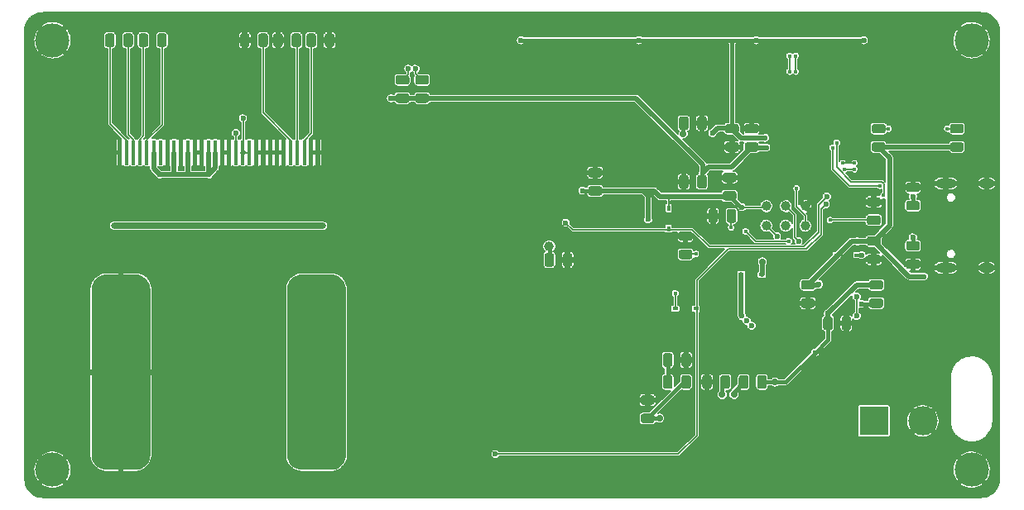
<source format=gbr>
%TF.GenerationSoftware,KiCad,Pcbnew,(5.99.0-2671-gfc0a358ba)*%
%TF.CreationDate,2020-08-28T17:45:17+05:30*%
%TF.ProjectId,Power_Supply,506f7765-725f-4537-9570-706c792e6b69,rev?*%
%TF.SameCoordinates,Original*%
%TF.FileFunction,Copper,L2,Bot*%
%TF.FilePolarity,Positive*%
%FSLAX46Y46*%
G04 Gerber Fmt 4.6, Leading zero omitted, Abs format (unit mm)*
G04 Created by KiCad (PCBNEW (5.99.0-2671-gfc0a358ba)) date 2020-08-28 17:45:17*
%MOMM*%
%LPD*%
G01*
G04 APERTURE LIST*
%TA.AperFunction,SMDPad,CuDef*%
%ADD10R,0.600000X0.450000*%
%TD*%
%TA.AperFunction,ComponentPad*%
%ADD11C,3.500000*%
%TD*%
%TA.AperFunction,ComponentPad*%
%ADD12R,3.000000X3.000000*%
%TD*%
%TA.AperFunction,ComponentPad*%
%ADD13C,3.000000*%
%TD*%
%TA.AperFunction,WasherPad*%
%ADD14O,22.010000X0.600000*%
%TD*%
%TA.AperFunction,SMDPad,CuDef*%
%ADD15R,0.400000X2.500000*%
%TD*%
%TA.AperFunction,ComponentPad*%
%ADD16C,5.000000*%
%TD*%
%TA.AperFunction,ComponentPad*%
%ADD17O,1.600000X1.000000*%
%TD*%
%TA.AperFunction,ComponentPad*%
%ADD18O,2.100000X1.000000*%
%TD*%
%TA.AperFunction,SMDPad,CuDef*%
%ADD19C,1.000000*%
%TD*%
%TA.AperFunction,SMDPad,CuDef*%
%ADD20R,0.450000X0.600000*%
%TD*%
%TA.AperFunction,ViaPad*%
%ADD21C,0.600000*%
%TD*%
%TA.AperFunction,ViaPad*%
%ADD22C,1.000000*%
%TD*%
%TA.AperFunction,ViaPad*%
%ADD23C,0.700000*%
%TD*%
%TA.AperFunction,ViaPad*%
%ADD24C,0.450000*%
%TD*%
%TA.AperFunction,Conductor*%
%ADD25C,0.127000*%
%TD*%
%TA.AperFunction,Conductor*%
%ADD26C,0.381000*%
%TD*%
%TA.AperFunction,Conductor*%
%ADD27C,0.508000*%
%TD*%
G04 APERTURE END LIST*
D10*
%TO.P,D8,2,A*%
%TO.N,Net-(D8-Pad2)*%
X97300000Y-37000000D03*
%TO.P,D8,1,K*%
%TO.N,+5V*%
X95200000Y-37000000D03*
%TD*%
D11*
%TO.P,H3,1,1*%
%TO.N,GND*%
X109000000Y-59000000D03*
%TD*%
%TO.P,H2,1,1*%
%TO.N,GND*%
X109000000Y-15000000D03*
%TD*%
D12*
%TO.P,J4,1,Pin_1*%
%TO.N,+VSW*%
X99000000Y-54000000D03*
D13*
%TO.P,J4,2,Pin_2*%
%TO.N,GND*%
X104000000Y-54000000D03*
%TD*%
D14*
%TO.P,U10,*%
%TO.N,*%
X32000000Y-34000000D03*
D15*
%TO.P,U10,1,GND*%
%TO.N,GND*%
X21850000Y-26500000D03*
%TO.P,U10,2,C2P*%
%TO.N,Net-(C33-Pad2)*%
X22550000Y-26500000D03*
%TO.P,U10,3,C2N*%
%TO.N,Net-(C33-Pad1)*%
X23250000Y-26500000D03*
%TO.P,U10,4,C1P*%
%TO.N,Net-(C31-Pad1)*%
X23950000Y-26500000D03*
%TO.P,U10,5,C1N*%
%TO.N,Net-(C31-Pad2)*%
X24650000Y-26500000D03*
%TO.P,U10,6,VDDB*%
%TO.N,+3V3*%
X25350000Y-26500000D03*
%TO.P,U10,7,NC*%
%TO.N,N/C*%
X26050000Y-26500000D03*
%TO.P,U10,8,VSS*%
%TO.N,GND*%
X26750000Y-26500000D03*
%TO.P,U10,9,VDD*%
%TO.N,+3V3*%
X27450000Y-26500000D03*
%TO.P,U10,10,BS0*%
%TO.N,GND*%
X28150000Y-26500000D03*
%TO.P,U10,11,BS1*%
%TO.N,+3V3*%
X28850000Y-26500000D03*
%TO.P,U10,12,BS2*%
%TO.N,GND*%
X29550000Y-26500000D03*
%TO.P,U10,13,~CS*%
X30250000Y-26500000D03*
%TO.P,U10,14,~RES*%
%TO.N,+3V3*%
X30950000Y-26500000D03*
%TO.P,U10,15,D/~C*%
X31650000Y-26500000D03*
%TO.P,U10,16,R/~W*%
%TO.N,GND*%
X32350000Y-26500000D03*
%TO.P,U10,17,E/R~D*%
X33050000Y-26500000D03*
%TO.P,U10,18,D0*%
%TO.N,Net-(R5-Pad2)*%
X33750000Y-26500000D03*
%TO.P,U10,19,D1*%
%TO.N,Net-(R14-Pad2)*%
X34450000Y-26500000D03*
%TO.P,U10,20,D2*%
X35150000Y-26500000D03*
%TO.P,U10,21,D3*%
%TO.N,GND*%
X35850000Y-26500000D03*
%TO.P,U10,22,D4*%
X36550000Y-26500000D03*
%TO.P,U10,23,D5*%
X37250000Y-26500000D03*
%TO.P,U10,24,D6*%
X37950000Y-26500000D03*
%TO.P,U10,25,D7*%
X38650000Y-26500000D03*
%TO.P,U10,26,IREF*%
%TO.N,Net-(R15-Pad2)*%
X39350000Y-26500000D03*
%TO.P,U10,27,VCOMH*%
%TO.N,Net-(C32-Pad2)*%
X40050000Y-26500000D03*
%TO.P,U10,28,VCC*%
%TO.N,Net-(C34-Pad2)*%
X40750000Y-26500000D03*
%TO.P,U10,29,VLSS*%
%TO.N,GND*%
X41450000Y-26500000D03*
%TO.P,U10,30,GND*%
X42150000Y-26500000D03*
%TD*%
D16*
%TO.P,J3,1,Pin_1*%
%TO.N,GND*%
X22000000Y-42000000D03*
%TA.AperFunction,SMDPad,CuDef*%
G36*
X23737086Y-39014659D02*
G01*
X23973039Y-39072816D01*
X24196608Y-39168070D01*
X24402002Y-39297953D01*
X24583901Y-39459102D01*
X24737595Y-39647342D01*
X24859103Y-39857799D01*
X24945277Y-40085022D01*
X24993886Y-40323126D01*
X25000000Y-40424201D01*
X25000000Y-57555506D01*
X24985341Y-57737086D01*
X24927184Y-57973039D01*
X24831930Y-58196608D01*
X24702047Y-58402002D01*
X24540898Y-58583901D01*
X24352658Y-58737595D01*
X24142201Y-58859103D01*
X23914978Y-58945277D01*
X23676874Y-58993886D01*
X23575799Y-59000000D01*
X20444494Y-59000000D01*
X20262914Y-58985341D01*
X20026961Y-58927184D01*
X19803392Y-58831930D01*
X19597998Y-58702047D01*
X19416099Y-58540898D01*
X19262405Y-58352658D01*
X19140897Y-58142201D01*
X19054723Y-57914978D01*
X19006114Y-57676874D01*
X19000000Y-57575799D01*
X19000000Y-40444494D01*
X19014659Y-40262914D01*
X19072816Y-40026961D01*
X19168070Y-39803392D01*
X19297953Y-39597998D01*
X19459102Y-39416099D01*
X19647342Y-39262405D01*
X19857799Y-39140897D01*
X20085022Y-39054723D01*
X20323126Y-39006114D01*
X20424201Y-39000000D01*
X23555506Y-39000000D01*
X23737086Y-39014659D01*
G37*
%TD.AperFunction*%
%TD*%
D11*
%TO.P,H4,1,1*%
%TO.N,GND*%
X15000000Y-59000000D03*
%TD*%
D17*
%TO.P,J5,S1,SHIELD*%
%TO.N,GND*%
X110550000Y-38320000D03*
D18*
X106370000Y-38320000D03*
X106370000Y-29680000D03*
D17*
X110550000Y-29680000D03*
%TD*%
%TA.AperFunction,SMDPad,CuDef*%
%TO.P,J2,1,Pin_1*%
%TO.N,VDC*%
G36*
X43737086Y-39014659D02*
G01*
X43973039Y-39072816D01*
X44196608Y-39168070D01*
X44402002Y-39297953D01*
X44583901Y-39459102D01*
X44737595Y-39647342D01*
X44859103Y-39857799D01*
X44945277Y-40085022D01*
X44993886Y-40323126D01*
X45000000Y-40424201D01*
X45000000Y-57555506D01*
X44985341Y-57737086D01*
X44927184Y-57973039D01*
X44831930Y-58196608D01*
X44702047Y-58402002D01*
X44540898Y-58583901D01*
X44352658Y-58737595D01*
X44142201Y-58859103D01*
X43914978Y-58945277D01*
X43676874Y-58993886D01*
X43575799Y-59000000D01*
X40444494Y-59000000D01*
X40262914Y-58985341D01*
X40026961Y-58927184D01*
X39803392Y-58831930D01*
X39597998Y-58702047D01*
X39416099Y-58540898D01*
X39262405Y-58352658D01*
X39140897Y-58142201D01*
X39054723Y-57914978D01*
X39006114Y-57676874D01*
X39000000Y-57575799D01*
X39000000Y-40444494D01*
X39014659Y-40262914D01*
X39072816Y-40026961D01*
X39168070Y-39803392D01*
X39297953Y-39597998D01*
X39459102Y-39416099D01*
X39647342Y-39262405D01*
X39857799Y-39140897D01*
X40085022Y-39054723D01*
X40323126Y-39006114D01*
X40424201Y-39000000D01*
X43555506Y-39000000D01*
X43737086Y-39014659D01*
G37*
%TD.AperFunction*%
D16*
X42000000Y-42000000D03*
%TD*%
D11*
%TO.P,H1,1,1*%
%TO.N,GND*%
X15000000Y-15000000D03*
%TD*%
D19*
%TO.P,TP3,1,1*%
%TO.N,/RST*%
X92000000Y-34000000D03*
%TD*%
%TO.P,C32,1*%
%TO.N,GND*%
%TA.AperFunction,SMDPad,CuDef*%
G36*
G01*
X37575000Y-15456250D02*
X37575000Y-14543750D01*
G75*
G02*
X37818750Y-14300000I243750J0D01*
G01*
X38306250Y-14300000D01*
G75*
G02*
X38550000Y-14543750I0J-243750D01*
G01*
X38550000Y-15456250D01*
G75*
G02*
X38306250Y-15700000I-243750J0D01*
G01*
X37818750Y-15700000D01*
G75*
G02*
X37575000Y-15456250I0J243750D01*
G01*
G37*
%TD.AperFunction*%
%TO.P,C32,2*%
%TO.N,Net-(C32-Pad2)*%
%TA.AperFunction,SMDPad,CuDef*%
G36*
G01*
X39450000Y-15456250D02*
X39450000Y-14543750D01*
G75*
G02*
X39693750Y-14300000I243750J0D01*
G01*
X40181250Y-14300000D01*
G75*
G02*
X40425000Y-14543750I0J-243750D01*
G01*
X40425000Y-15456250D01*
G75*
G02*
X40181250Y-15700000I-243750J0D01*
G01*
X39693750Y-15700000D01*
G75*
G02*
X39450000Y-15456250I0J243750D01*
G01*
G37*
%TD.AperFunction*%
%TD*%
%TO.P,TP6,1,1*%
%TO.N,GND*%
X92000000Y-32000000D03*
%TD*%
D10*
%TO.P,D6,1,K*%
%TO.N,+5V*%
X78700000Y-42500000D03*
%TO.P,D6,2,A*%
%TO.N,/I_SENSE*%
X80800000Y-42500000D03*
%TD*%
%TO.P,R14,1*%
%TO.N,+3V3*%
%TA.AperFunction,SMDPad,CuDef*%
G36*
G01*
X53256250Y-21425000D02*
X52343750Y-21425000D01*
G75*
G02*
X52100000Y-21181250I0J243750D01*
G01*
X52100000Y-20693750D01*
G75*
G02*
X52343750Y-20450000I243750J0D01*
G01*
X53256250Y-20450000D01*
G75*
G02*
X53500000Y-20693750I0J-243750D01*
G01*
X53500000Y-21181250D01*
G75*
G02*
X53256250Y-21425000I-243750J0D01*
G01*
G37*
%TD.AperFunction*%
%TO.P,R14,2*%
%TO.N,Net-(R14-Pad2)*%
%TA.AperFunction,SMDPad,CuDef*%
G36*
G01*
X53256250Y-19550000D02*
X52343750Y-19550000D01*
G75*
G02*
X52100000Y-19306250I0J243750D01*
G01*
X52100000Y-18818750D01*
G75*
G02*
X52343750Y-18575000I243750J0D01*
G01*
X53256250Y-18575000D01*
G75*
G02*
X53500000Y-18818750I0J-243750D01*
G01*
X53500000Y-19306250D01*
G75*
G02*
X53256250Y-19550000I-243750J0D01*
G01*
G37*
%TD.AperFunction*%
%TD*%
D19*
%TO.P,TP1,1,1*%
%TO.N,/MISO*%
X88000000Y-34000000D03*
%TD*%
%TO.P,C3,1*%
%TO.N,GND*%
%TA.AperFunction,SMDPad,CuDef*%
G36*
G01*
X96675000Y-43543750D02*
X96675000Y-44456250D01*
G75*
G02*
X96431250Y-44700000I-243750J0D01*
G01*
X95943750Y-44700000D01*
G75*
G02*
X95700000Y-44456250I0J243750D01*
G01*
X95700000Y-43543750D01*
G75*
G02*
X95943750Y-43300000I243750J0D01*
G01*
X96431250Y-43300000D01*
G75*
G02*
X96675000Y-43543750I0J-243750D01*
G01*
G37*
%TD.AperFunction*%
%TO.P,C3,2*%
%TO.N,+VSW*%
%TA.AperFunction,SMDPad,CuDef*%
G36*
G01*
X94800000Y-43543750D02*
X94800000Y-44456250D01*
G75*
G02*
X94556250Y-44700000I-243750J0D01*
G01*
X94068750Y-44700000D01*
G75*
G02*
X93825000Y-44456250I0J243750D01*
G01*
X93825000Y-43543750D01*
G75*
G02*
X94068750Y-43300000I243750J0D01*
G01*
X94556250Y-43300000D01*
G75*
G02*
X94800000Y-43543750I0J-243750D01*
G01*
G37*
%TD.AperFunction*%
%TD*%
%TO.P,C8,1*%
%TO.N,GND*%
%TA.AperFunction,SMDPad,CuDef*%
G36*
G01*
X81445000Y-50456250D02*
X81445000Y-49543750D01*
G75*
G02*
X81688750Y-49300000I243750J0D01*
G01*
X82176250Y-49300000D01*
G75*
G02*
X82420000Y-49543750I0J-243750D01*
G01*
X82420000Y-50456250D01*
G75*
G02*
X82176250Y-50700000I-243750J0D01*
G01*
X81688750Y-50700000D01*
G75*
G02*
X81445000Y-50456250I0J243750D01*
G01*
G37*
%TD.AperFunction*%
%TO.P,C8,2*%
%TO.N,Net-(C8-Pad2)*%
%TA.AperFunction,SMDPad,CuDef*%
G36*
G01*
X83320000Y-50456250D02*
X83320000Y-49543750D01*
G75*
G02*
X83563750Y-49300000I243750J0D01*
G01*
X84051250Y-49300000D01*
G75*
G02*
X84295000Y-49543750I0J-243750D01*
G01*
X84295000Y-50456250D01*
G75*
G02*
X84051250Y-50700000I-243750J0D01*
G01*
X83563750Y-50700000D01*
G75*
G02*
X83320000Y-50456250I0J243750D01*
G01*
G37*
%TD.AperFunction*%
%TD*%
%TO.P,C2,1*%
%TO.N,GND*%
%TA.AperFunction,SMDPad,CuDef*%
G36*
G01*
X98543750Y-31075000D02*
X99456250Y-31075000D01*
G75*
G02*
X99700000Y-31318750I0J-243750D01*
G01*
X99700000Y-31806250D01*
G75*
G02*
X99456250Y-32050000I-243750J0D01*
G01*
X98543750Y-32050000D01*
G75*
G02*
X98300000Y-31806250I0J243750D01*
G01*
X98300000Y-31318750D01*
G75*
G02*
X98543750Y-31075000I243750J0D01*
G01*
G37*
%TD.AperFunction*%
%TO.P,C2,2*%
%TO.N,Net-(C2-Pad2)*%
%TA.AperFunction,SMDPad,CuDef*%
G36*
G01*
X98543750Y-32950000D02*
X99456250Y-32950000D01*
G75*
G02*
X99700000Y-33193750I0J-243750D01*
G01*
X99700000Y-33681250D01*
G75*
G02*
X99456250Y-33925000I-243750J0D01*
G01*
X98543750Y-33925000D01*
G75*
G02*
X98300000Y-33681250I0J243750D01*
G01*
X98300000Y-33193750D01*
G75*
G02*
X98543750Y-32950000I243750J0D01*
G01*
G37*
%TD.AperFunction*%
%TD*%
%TO.P,TP2,1,1*%
%TO.N,/SCK*%
X90000000Y-34000000D03*
%TD*%
%TO.P,R11,1*%
%TO.N,GND*%
%TA.AperFunction,SMDPad,CuDef*%
G36*
G01*
X102543750Y-29575000D02*
X103456250Y-29575000D01*
G75*
G02*
X103700000Y-29818750I0J-243750D01*
G01*
X103700000Y-30306250D01*
G75*
G02*
X103456250Y-30550000I-243750J0D01*
G01*
X102543750Y-30550000D01*
G75*
G02*
X102300000Y-30306250I0J243750D01*
G01*
X102300000Y-29818750D01*
G75*
G02*
X102543750Y-29575000I243750J0D01*
G01*
G37*
%TD.AperFunction*%
%TO.P,R11,2*%
%TO.N,Net-(J5-PadB5)*%
%TA.AperFunction,SMDPad,CuDef*%
G36*
G01*
X102543750Y-31450000D02*
X103456250Y-31450000D01*
G75*
G02*
X103700000Y-31693750I0J-243750D01*
G01*
X103700000Y-32181250D01*
G75*
G02*
X103456250Y-32425000I-243750J0D01*
G01*
X102543750Y-32425000D01*
G75*
G02*
X102300000Y-32181250I0J243750D01*
G01*
X102300000Y-31693750D01*
G75*
G02*
X102543750Y-31450000I243750J0D01*
G01*
G37*
%TD.AperFunction*%
%TD*%
%TO.P,R4,1*%
%TO.N,GND*%
%TA.AperFunction,SMDPad,CuDef*%
G36*
G01*
X103456250Y-38425000D02*
X102543750Y-38425000D01*
G75*
G02*
X102300000Y-38181250I0J243750D01*
G01*
X102300000Y-37693750D01*
G75*
G02*
X102543750Y-37450000I243750J0D01*
G01*
X103456250Y-37450000D01*
G75*
G02*
X103700000Y-37693750I0J-243750D01*
G01*
X103700000Y-38181250D01*
G75*
G02*
X103456250Y-38425000I-243750J0D01*
G01*
G37*
%TD.AperFunction*%
%TO.P,R4,2*%
%TO.N,Net-(J5-PadA5)*%
%TA.AperFunction,SMDPad,CuDef*%
G36*
G01*
X103456250Y-36550000D02*
X102543750Y-36550000D01*
G75*
G02*
X102300000Y-36306250I0J243750D01*
G01*
X102300000Y-35818750D01*
G75*
G02*
X102543750Y-35575000I243750J0D01*
G01*
X103456250Y-35575000D01*
G75*
G02*
X103700000Y-35818750I0J-243750D01*
G01*
X103700000Y-36306250D01*
G75*
G02*
X103456250Y-36550000I-243750J0D01*
G01*
G37*
%TD.AperFunction*%
%TD*%
%TO.P,C34,1*%
%TO.N,GND*%
%TA.AperFunction,SMDPad,CuDef*%
G36*
G01*
X43825000Y-14543750D02*
X43825000Y-15456250D01*
G75*
G02*
X43581250Y-15700000I-243750J0D01*
G01*
X43093750Y-15700000D01*
G75*
G02*
X42850000Y-15456250I0J243750D01*
G01*
X42850000Y-14543750D01*
G75*
G02*
X43093750Y-14300000I243750J0D01*
G01*
X43581250Y-14300000D01*
G75*
G02*
X43825000Y-14543750I0J-243750D01*
G01*
G37*
%TD.AperFunction*%
%TO.P,C34,2*%
%TO.N,Net-(C34-Pad2)*%
%TA.AperFunction,SMDPad,CuDef*%
G36*
G01*
X41950000Y-14543750D02*
X41950000Y-15456250D01*
G75*
G02*
X41706250Y-15700000I-243750J0D01*
G01*
X41218750Y-15700000D01*
G75*
G02*
X40975000Y-15456250I0J243750D01*
G01*
X40975000Y-14543750D01*
G75*
G02*
X41218750Y-14300000I243750J0D01*
G01*
X41706250Y-14300000D01*
G75*
G02*
X41950000Y-14543750I0J-243750D01*
G01*
G37*
%TD.AperFunction*%
%TD*%
D10*
%TO.P,D5,1,K*%
%TO.N,/REG_EN*%
X85450000Y-39000000D03*
%TO.P,D5,2,A*%
%TO.N,Net-(D5-Pad2)*%
X87550000Y-39000000D03*
%TD*%
%TO.P,C15,1*%
%TO.N,GND*%
%TA.AperFunction,SMDPad,CuDef*%
G36*
G01*
X79293750Y-34575000D02*
X80206250Y-34575000D01*
G75*
G02*
X80450000Y-34818750I0J-243750D01*
G01*
X80450000Y-35306250D01*
G75*
G02*
X80206250Y-35550000I-243750J0D01*
G01*
X79293750Y-35550000D01*
G75*
G02*
X79050000Y-35306250I0J243750D01*
G01*
X79050000Y-34818750D01*
G75*
G02*
X79293750Y-34575000I243750J0D01*
G01*
G37*
%TD.AperFunction*%
%TO.P,C15,2*%
%TO.N,Net-(C15-Pad2)*%
%TA.AperFunction,SMDPad,CuDef*%
G36*
G01*
X79293750Y-36450000D02*
X80206250Y-36450000D01*
G75*
G02*
X80450000Y-36693750I0J-243750D01*
G01*
X80450000Y-37181250D01*
G75*
G02*
X80206250Y-37425000I-243750J0D01*
G01*
X79293750Y-37425000D01*
G75*
G02*
X79050000Y-37181250I0J243750D01*
G01*
X79050000Y-36693750D01*
G75*
G02*
X79293750Y-36450000I243750J0D01*
G01*
G37*
%TD.AperFunction*%
%TD*%
%TO.P,C31,1*%
%TO.N,Net-(C31-Pad1)*%
%TA.AperFunction,SMDPad,CuDef*%
G36*
G01*
X23825000Y-15456250D02*
X23825000Y-14543750D01*
G75*
G02*
X24068750Y-14300000I243750J0D01*
G01*
X24556250Y-14300000D01*
G75*
G02*
X24800000Y-14543750I0J-243750D01*
G01*
X24800000Y-15456250D01*
G75*
G02*
X24556250Y-15700000I-243750J0D01*
G01*
X24068750Y-15700000D01*
G75*
G02*
X23825000Y-15456250I0J243750D01*
G01*
G37*
%TD.AperFunction*%
%TO.P,C31,2*%
%TO.N,Net-(C31-Pad2)*%
%TA.AperFunction,SMDPad,CuDef*%
G36*
G01*
X25700000Y-15456250D02*
X25700000Y-14543750D01*
G75*
G02*
X25943750Y-14300000I243750J0D01*
G01*
X26431250Y-14300000D01*
G75*
G02*
X26675000Y-14543750I0J-243750D01*
G01*
X26675000Y-15456250D01*
G75*
G02*
X26431250Y-15700000I-243750J0D01*
G01*
X25943750Y-15700000D01*
G75*
G02*
X25700000Y-15456250I0J243750D01*
G01*
G37*
%TD.AperFunction*%
%TD*%
%TO.P,C10,1*%
%TO.N,GND*%
%TA.AperFunction,SMDPad,CuDef*%
G36*
G01*
X99456250Y-37925000D02*
X98543750Y-37925000D01*
G75*
G02*
X98300000Y-37681250I0J243750D01*
G01*
X98300000Y-37193750D01*
G75*
G02*
X98543750Y-36950000I243750J0D01*
G01*
X99456250Y-36950000D01*
G75*
G02*
X99700000Y-37193750I0J-243750D01*
G01*
X99700000Y-37681250D01*
G75*
G02*
X99456250Y-37925000I-243750J0D01*
G01*
G37*
%TD.AperFunction*%
%TO.P,C10,2*%
%TO.N,+5V*%
%TA.AperFunction,SMDPad,CuDef*%
G36*
G01*
X99456250Y-36050000D02*
X98543750Y-36050000D01*
G75*
G02*
X98300000Y-35806250I0J243750D01*
G01*
X98300000Y-35318750D01*
G75*
G02*
X98543750Y-35075000I243750J0D01*
G01*
X99456250Y-35075000D01*
G75*
G02*
X99700000Y-35318750I0J-243750D01*
G01*
X99700000Y-35806250D01*
G75*
G02*
X99456250Y-36050000I-243750J0D01*
G01*
G37*
%TD.AperFunction*%
%TD*%
%TO.P,R5,1*%
%TO.N,+3V3*%
%TA.AperFunction,SMDPad,CuDef*%
G36*
G01*
X51256250Y-21425000D02*
X50343750Y-21425000D01*
G75*
G02*
X50100000Y-21181250I0J243750D01*
G01*
X50100000Y-20693750D01*
G75*
G02*
X50343750Y-20450000I243750J0D01*
G01*
X51256250Y-20450000D01*
G75*
G02*
X51500000Y-20693750I0J-243750D01*
G01*
X51500000Y-21181250D01*
G75*
G02*
X51256250Y-21425000I-243750J0D01*
G01*
G37*
%TD.AperFunction*%
%TO.P,R5,2*%
%TO.N,Net-(R5-Pad2)*%
%TA.AperFunction,SMDPad,CuDef*%
G36*
G01*
X51256250Y-19550000D02*
X50343750Y-19550000D01*
G75*
G02*
X50100000Y-19306250I0J243750D01*
G01*
X50100000Y-18818750D01*
G75*
G02*
X50343750Y-18575000I243750J0D01*
G01*
X51256250Y-18575000D01*
G75*
G02*
X51500000Y-18818750I0J-243750D01*
G01*
X51500000Y-19306250D01*
G75*
G02*
X51256250Y-19550000I-243750J0D01*
G01*
G37*
%TD.AperFunction*%
%TD*%
%TO.P,C14,1*%
%TO.N,GND*%
%TA.AperFunction,SMDPad,CuDef*%
G36*
G01*
X75413750Y-51375000D02*
X76326250Y-51375000D01*
G75*
G02*
X76570000Y-51618750I0J-243750D01*
G01*
X76570000Y-52106250D01*
G75*
G02*
X76326250Y-52350000I-243750J0D01*
G01*
X75413750Y-52350000D01*
G75*
G02*
X75170000Y-52106250I0J243750D01*
G01*
X75170000Y-51618750D01*
G75*
G02*
X75413750Y-51375000I243750J0D01*
G01*
G37*
%TD.AperFunction*%
%TO.P,C14,2*%
%TO.N,Net-(C13-Pad2)*%
%TA.AperFunction,SMDPad,CuDef*%
G36*
G01*
X75413750Y-53250000D02*
X76326250Y-53250000D01*
G75*
G02*
X76570000Y-53493750I0J-243750D01*
G01*
X76570000Y-53981250D01*
G75*
G02*
X76326250Y-54225000I-243750J0D01*
G01*
X75413750Y-54225000D01*
G75*
G02*
X75170000Y-53981250I0J243750D01*
G01*
X75170000Y-53493750D01*
G75*
G02*
X75413750Y-53250000I243750J0D01*
G01*
G37*
%TD.AperFunction*%
%TD*%
%TO.P,R2,1*%
%TO.N,Net-(D2-Pad2)*%
%TA.AperFunction,SMDPad,CuDef*%
G36*
G01*
X107043750Y-23575000D02*
X107956250Y-23575000D01*
G75*
G02*
X108200000Y-23818750I0J-243750D01*
G01*
X108200000Y-24306250D01*
G75*
G02*
X107956250Y-24550000I-243750J0D01*
G01*
X107043750Y-24550000D01*
G75*
G02*
X106800000Y-24306250I0J243750D01*
G01*
X106800000Y-23818750D01*
G75*
G02*
X107043750Y-23575000I243750J0D01*
G01*
G37*
%TD.AperFunction*%
%TO.P,R2,2*%
%TO.N,+5V*%
%TA.AperFunction,SMDPad,CuDef*%
G36*
G01*
X107043750Y-25450000D02*
X107956250Y-25450000D01*
G75*
G02*
X108200000Y-25693750I0J-243750D01*
G01*
X108200000Y-26181250D01*
G75*
G02*
X107956250Y-26425000I-243750J0D01*
G01*
X107043750Y-26425000D01*
G75*
G02*
X106800000Y-26181250I0J243750D01*
G01*
X106800000Y-25693750D01*
G75*
G02*
X107043750Y-25450000I243750J0D01*
G01*
G37*
%TD.AperFunction*%
%TD*%
D19*
%TO.P,TP5,1,1*%
%TO.N,/MOSI*%
X90000000Y-32000000D03*
%TD*%
%TO.P,R3,1*%
%TO.N,Net-(Q1-Pad3)*%
%TA.AperFunction,SMDPad,CuDef*%
G36*
G01*
X99706250Y-42425000D02*
X98793750Y-42425000D01*
G75*
G02*
X98550000Y-42181250I0J243750D01*
G01*
X98550000Y-41693750D01*
G75*
G02*
X98793750Y-41450000I243750J0D01*
G01*
X99706250Y-41450000D01*
G75*
G02*
X99950000Y-41693750I0J-243750D01*
G01*
X99950000Y-42181250D01*
G75*
G02*
X99706250Y-42425000I-243750J0D01*
G01*
G37*
%TD.AperFunction*%
%TO.P,R3,2*%
%TO.N,+VSW*%
%TA.AperFunction,SMDPad,CuDef*%
G36*
G01*
X99706250Y-40550000D02*
X98793750Y-40550000D01*
G75*
G02*
X98550000Y-40306250I0J243750D01*
G01*
X98550000Y-39818750D01*
G75*
G02*
X98793750Y-39575000I243750J0D01*
G01*
X99706250Y-39575000D01*
G75*
G02*
X99950000Y-39818750I0J-243750D01*
G01*
X99950000Y-40306250D01*
G75*
G02*
X99706250Y-40550000I-243750J0D01*
G01*
G37*
%TD.AperFunction*%
%TD*%
%TO.P,R12,1*%
%TO.N,Net-(Q2-Pad3)*%
%TA.AperFunction,SMDPad,CuDef*%
G36*
G01*
X85195000Y-50456250D02*
X85195000Y-49543750D01*
G75*
G02*
X85438750Y-49300000I243750J0D01*
G01*
X85926250Y-49300000D01*
G75*
G02*
X86170000Y-49543750I0J-243750D01*
G01*
X86170000Y-50456250D01*
G75*
G02*
X85926250Y-50700000I-243750J0D01*
G01*
X85438750Y-50700000D01*
G75*
G02*
X85195000Y-50456250I0J243750D01*
G01*
G37*
%TD.AperFunction*%
%TO.P,R12,2*%
%TO.N,+VSW*%
%TA.AperFunction,SMDPad,CuDef*%
G36*
G01*
X87070000Y-50456250D02*
X87070000Y-49543750D01*
G75*
G02*
X87313750Y-49300000I243750J0D01*
G01*
X87801250Y-49300000D01*
G75*
G02*
X88045000Y-49543750I0J-243750D01*
G01*
X88045000Y-50456250D01*
G75*
G02*
X87801250Y-50700000I-243750J0D01*
G01*
X87313750Y-50700000D01*
G75*
G02*
X87070000Y-50456250I0J243750D01*
G01*
G37*
%TD.AperFunction*%
%TD*%
%TO.P,C33,1*%
%TO.N,Net-(C33-Pad1)*%
%TA.AperFunction,SMDPad,CuDef*%
G36*
G01*
X23225000Y-14543750D02*
X23225000Y-15456250D01*
G75*
G02*
X22981250Y-15700000I-243750J0D01*
G01*
X22493750Y-15700000D01*
G75*
G02*
X22250000Y-15456250I0J243750D01*
G01*
X22250000Y-14543750D01*
G75*
G02*
X22493750Y-14300000I243750J0D01*
G01*
X22981250Y-14300000D01*
G75*
G02*
X23225000Y-14543750I0J-243750D01*
G01*
G37*
%TD.AperFunction*%
%TO.P,C33,2*%
%TO.N,Net-(C33-Pad2)*%
%TA.AperFunction,SMDPad,CuDef*%
G36*
G01*
X21350000Y-14543750D02*
X21350000Y-15456250D01*
G75*
G02*
X21106250Y-15700000I-243750J0D01*
G01*
X20618750Y-15700000D01*
G75*
G02*
X20375000Y-15456250I0J243750D01*
G01*
X20375000Y-14543750D01*
G75*
G02*
X20618750Y-14300000I243750J0D01*
G01*
X21106250Y-14300000D01*
G75*
G02*
X21350000Y-14543750I0J-243750D01*
G01*
G37*
%TD.AperFunction*%
%TD*%
%TO.P,C22,1*%
%TO.N,GND*%
%TA.AperFunction,SMDPad,CuDef*%
G36*
G01*
X86043750Y-23575000D02*
X86956250Y-23575000D01*
G75*
G02*
X87200000Y-23818750I0J-243750D01*
G01*
X87200000Y-24306250D01*
G75*
G02*
X86956250Y-24550000I-243750J0D01*
G01*
X86043750Y-24550000D01*
G75*
G02*
X85800000Y-24306250I0J243750D01*
G01*
X85800000Y-23818750D01*
G75*
G02*
X86043750Y-23575000I243750J0D01*
G01*
G37*
%TD.AperFunction*%
%TO.P,C22,2*%
%TO.N,+3V3*%
%TA.AperFunction,SMDPad,CuDef*%
G36*
G01*
X86043750Y-25450000D02*
X86956250Y-25450000D01*
G75*
G02*
X87200000Y-25693750I0J-243750D01*
G01*
X87200000Y-26181250D01*
G75*
G02*
X86956250Y-26425000I-243750J0D01*
G01*
X86043750Y-26425000D01*
G75*
G02*
X85800000Y-26181250I0J243750D01*
G01*
X85800000Y-25693750D01*
G75*
G02*
X86043750Y-25450000I243750J0D01*
G01*
G37*
%TD.AperFunction*%
%TD*%
%TO.P,C13,1*%
%TO.N,Net-(C13-Pad1)*%
%TA.AperFunction,SMDPad,CuDef*%
G36*
G01*
X77445000Y-50456250D02*
X77445000Y-49543750D01*
G75*
G02*
X77688750Y-49300000I243750J0D01*
G01*
X78176250Y-49300000D01*
G75*
G02*
X78420000Y-49543750I0J-243750D01*
G01*
X78420000Y-50456250D01*
G75*
G02*
X78176250Y-50700000I-243750J0D01*
G01*
X77688750Y-50700000D01*
G75*
G02*
X77445000Y-50456250I0J243750D01*
G01*
G37*
%TD.AperFunction*%
%TO.P,C13,2*%
%TO.N,Net-(C13-Pad2)*%
%TA.AperFunction,SMDPad,CuDef*%
G36*
G01*
X79320000Y-50456250D02*
X79320000Y-49543750D01*
G75*
G02*
X79563750Y-49300000I243750J0D01*
G01*
X80051250Y-49300000D01*
G75*
G02*
X80295000Y-49543750I0J-243750D01*
G01*
X80295000Y-50456250D01*
G75*
G02*
X80051250Y-50700000I-243750J0D01*
G01*
X79563750Y-50700000D01*
G75*
G02*
X79320000Y-50456250I0J243750D01*
G01*
G37*
%TD.AperFunction*%
%TD*%
%TO.P,R1,1*%
%TO.N,Net-(D1-Pad2)*%
%TA.AperFunction,SMDPad,CuDef*%
G36*
G01*
X99043750Y-23575000D02*
X99956250Y-23575000D01*
G75*
G02*
X100200000Y-23818750I0J-243750D01*
G01*
X100200000Y-24306250D01*
G75*
G02*
X99956250Y-24550000I-243750J0D01*
G01*
X99043750Y-24550000D01*
G75*
G02*
X98800000Y-24306250I0J243750D01*
G01*
X98800000Y-23818750D01*
G75*
G02*
X99043750Y-23575000I243750J0D01*
G01*
G37*
%TD.AperFunction*%
%TO.P,R1,2*%
%TO.N,+5V*%
%TA.AperFunction,SMDPad,CuDef*%
G36*
G01*
X99043750Y-25450000D02*
X99956250Y-25450000D01*
G75*
G02*
X100200000Y-25693750I0J-243750D01*
G01*
X100200000Y-26181250D01*
G75*
G02*
X99956250Y-26425000I-243750J0D01*
G01*
X99043750Y-26425000D01*
G75*
G02*
X98800000Y-26181250I0J243750D01*
G01*
X98800000Y-25693750D01*
G75*
G02*
X99043750Y-25450000I243750J0D01*
G01*
G37*
%TD.AperFunction*%
%TD*%
%TO.P,C21,1*%
%TO.N,+5V*%
%TA.AperFunction,SMDPad,CuDef*%
G36*
G01*
X70956250Y-30925000D02*
X70043750Y-30925000D01*
G75*
G02*
X69800000Y-30681250I0J243750D01*
G01*
X69800000Y-30193750D01*
G75*
G02*
X70043750Y-29950000I243750J0D01*
G01*
X70956250Y-29950000D01*
G75*
G02*
X71200000Y-30193750I0J-243750D01*
G01*
X71200000Y-30681250D01*
G75*
G02*
X70956250Y-30925000I-243750J0D01*
G01*
G37*
%TD.AperFunction*%
%TO.P,C21,2*%
%TO.N,GND*%
%TA.AperFunction,SMDPad,CuDef*%
G36*
G01*
X70956250Y-29050000D02*
X70043750Y-29050000D01*
G75*
G02*
X69800000Y-28806250I0J243750D01*
G01*
X69800000Y-28318750D01*
G75*
G02*
X70043750Y-28075000I243750J0D01*
G01*
X70956250Y-28075000D01*
G75*
G02*
X71200000Y-28318750I0J-243750D01*
G01*
X71200000Y-28806250D01*
G75*
G02*
X70956250Y-29050000I-243750J0D01*
G01*
G37*
%TD.AperFunction*%
%TD*%
%TO.P,C19,1*%
%TO.N,GND*%
%TA.AperFunction,SMDPad,CuDef*%
G36*
G01*
X68175000Y-37043750D02*
X68175000Y-37956250D01*
G75*
G02*
X67931250Y-38200000I-243750J0D01*
G01*
X67443750Y-38200000D01*
G75*
G02*
X67200000Y-37956250I0J243750D01*
G01*
X67200000Y-37043750D01*
G75*
G02*
X67443750Y-36800000I243750J0D01*
G01*
X67931250Y-36800000D01*
G75*
G02*
X68175000Y-37043750I0J-243750D01*
G01*
G37*
%TD.AperFunction*%
%TO.P,C19,2*%
%TO.N,+VSW*%
%TA.AperFunction,SMDPad,CuDef*%
G36*
G01*
X66300000Y-37043750D02*
X66300000Y-37956250D01*
G75*
G02*
X66056250Y-38200000I-243750J0D01*
G01*
X65568750Y-38200000D01*
G75*
G02*
X65325000Y-37956250I0J243750D01*
G01*
X65325000Y-37043750D01*
G75*
G02*
X65568750Y-36800000I243750J0D01*
G01*
X66056250Y-36800000D01*
G75*
G02*
X66300000Y-37043750I0J-243750D01*
G01*
G37*
%TD.AperFunction*%
%TD*%
%TO.P,C24,1*%
%TO.N,GND*%
%TA.AperFunction,SMDPad,CuDef*%
G36*
G01*
X81925000Y-23043750D02*
X81925000Y-23956250D01*
G75*
G02*
X81681250Y-24200000I-243750J0D01*
G01*
X81193750Y-24200000D01*
G75*
G02*
X80950000Y-23956250I0J243750D01*
G01*
X80950000Y-23043750D01*
G75*
G02*
X81193750Y-22800000I243750J0D01*
G01*
X81681250Y-22800000D01*
G75*
G02*
X81925000Y-23043750I0J-243750D01*
G01*
G37*
%TD.AperFunction*%
%TO.P,C24,2*%
%TO.N,+5V*%
%TA.AperFunction,SMDPad,CuDef*%
G36*
G01*
X80050000Y-23043750D02*
X80050000Y-23956250D01*
G75*
G02*
X79806250Y-24200000I-243750J0D01*
G01*
X79318750Y-24200000D01*
G75*
G02*
X79075000Y-23956250I0J243750D01*
G01*
X79075000Y-23043750D01*
G75*
G02*
X79318750Y-22800000I243750J0D01*
G01*
X79806250Y-22800000D01*
G75*
G02*
X80050000Y-23043750I0J-243750D01*
G01*
G37*
%TD.AperFunction*%
%TD*%
D20*
%TO.P,D7,1,K*%
%TO.N,+5V*%
X78000000Y-32200000D03*
%TO.P,D7,2,A*%
%TO.N,/V_SENSE*%
X78000000Y-34300000D03*
%TD*%
%TO.P,R15,1*%
%TO.N,GND*%
%TA.AperFunction,SMDPad,CuDef*%
G36*
G01*
X34175000Y-15456250D02*
X34175000Y-14543750D01*
G75*
G02*
X34418750Y-14300000I243750J0D01*
G01*
X34906250Y-14300000D01*
G75*
G02*
X35150000Y-14543750I0J-243750D01*
G01*
X35150000Y-15456250D01*
G75*
G02*
X34906250Y-15700000I-243750J0D01*
G01*
X34418750Y-15700000D01*
G75*
G02*
X34175000Y-15456250I0J243750D01*
G01*
G37*
%TD.AperFunction*%
%TO.P,R15,2*%
%TO.N,Net-(R15-Pad2)*%
%TA.AperFunction,SMDPad,CuDef*%
G36*
G01*
X36050000Y-15456250D02*
X36050000Y-14543750D01*
G75*
G02*
X36293750Y-14300000I243750J0D01*
G01*
X36781250Y-14300000D01*
G75*
G02*
X37025000Y-14543750I0J-243750D01*
G01*
X37025000Y-15456250D01*
G75*
G02*
X36781250Y-15700000I-243750J0D01*
G01*
X36293750Y-15700000D01*
G75*
G02*
X36050000Y-15456250I0J243750D01*
G01*
G37*
%TD.AperFunction*%
%TD*%
%TO.P,R7,1*%
%TO.N,GND*%
%TA.AperFunction,SMDPad,CuDef*%
G36*
G01*
X80295000Y-47293750D02*
X80295000Y-48206250D01*
G75*
G02*
X80051250Y-48450000I-243750J0D01*
G01*
X79563750Y-48450000D01*
G75*
G02*
X79320000Y-48206250I0J243750D01*
G01*
X79320000Y-47293750D01*
G75*
G02*
X79563750Y-47050000I243750J0D01*
G01*
X80051250Y-47050000D01*
G75*
G02*
X80295000Y-47293750I0J-243750D01*
G01*
G37*
%TD.AperFunction*%
%TO.P,R7,2*%
%TO.N,Net-(C13-Pad1)*%
%TA.AperFunction,SMDPad,CuDef*%
G36*
G01*
X78420000Y-47293750D02*
X78420000Y-48206250D01*
G75*
G02*
X78176250Y-48450000I-243750J0D01*
G01*
X77688750Y-48450000D01*
G75*
G02*
X77445000Y-48206250I0J243750D01*
G01*
X77445000Y-47293750D01*
G75*
G02*
X77688750Y-47050000I243750J0D01*
G01*
X78176250Y-47050000D01*
G75*
G02*
X78420000Y-47293750I0J-243750D01*
G01*
G37*
%TD.AperFunction*%
%TD*%
D19*
%TO.P,TP4,1,1*%
%TO.N,+5V*%
X88000000Y-32000000D03*
%TD*%
%TO.P,C26,1*%
%TO.N,GND*%
%TA.AperFunction,SMDPad,CuDef*%
G36*
G01*
X79075000Y-29956250D02*
X79075000Y-29043750D01*
G75*
G02*
X79318750Y-28800000I243750J0D01*
G01*
X79806250Y-28800000D01*
G75*
G02*
X80050000Y-29043750I0J-243750D01*
G01*
X80050000Y-29956250D01*
G75*
G02*
X79806250Y-30200000I-243750J0D01*
G01*
X79318750Y-30200000D01*
G75*
G02*
X79075000Y-29956250I0J243750D01*
G01*
G37*
%TD.AperFunction*%
%TO.P,C26,2*%
%TO.N,+3V3*%
%TA.AperFunction,SMDPad,CuDef*%
G36*
G01*
X80950000Y-29956250D02*
X80950000Y-29043750D01*
G75*
G02*
X81193750Y-28800000I243750J0D01*
G01*
X81681250Y-28800000D01*
G75*
G02*
X81925000Y-29043750I0J-243750D01*
G01*
X81925000Y-29956250D01*
G75*
G02*
X81681250Y-30200000I-243750J0D01*
G01*
X81193750Y-30200000D01*
G75*
G02*
X80950000Y-29956250I0J243750D01*
G01*
G37*
%TD.AperFunction*%
%TD*%
%TO.P,C17,1*%
%TO.N,GND*%
%TA.AperFunction,SMDPad,CuDef*%
G36*
G01*
X82075000Y-33456250D02*
X82075000Y-32543750D01*
G75*
G02*
X82318750Y-32300000I243750J0D01*
G01*
X82806250Y-32300000D01*
G75*
G02*
X83050000Y-32543750I0J-243750D01*
G01*
X83050000Y-33456250D01*
G75*
G02*
X82806250Y-33700000I-243750J0D01*
G01*
X82318750Y-33700000D01*
G75*
G02*
X82075000Y-33456250I0J243750D01*
G01*
G37*
%TD.AperFunction*%
%TO.P,C17,2*%
%TO.N,Net-(C17-Pad2)*%
%TA.AperFunction,SMDPad,CuDef*%
G36*
G01*
X83950000Y-33456250D02*
X83950000Y-32543750D01*
G75*
G02*
X84193750Y-32300000I243750J0D01*
G01*
X84681250Y-32300000D01*
G75*
G02*
X84925000Y-32543750I0J-243750D01*
G01*
X84925000Y-33456250D01*
G75*
G02*
X84681250Y-33700000I-243750J0D01*
G01*
X84193750Y-33700000D01*
G75*
G02*
X83950000Y-33456250I0J243750D01*
G01*
G37*
%TD.AperFunction*%
%TD*%
%TO.P,C11,1*%
%TO.N,GND*%
%TA.AperFunction,SMDPad,CuDef*%
G36*
G01*
X92706250Y-42425000D02*
X91793750Y-42425000D01*
G75*
G02*
X91550000Y-42181250I0J243750D01*
G01*
X91550000Y-41693750D01*
G75*
G02*
X91793750Y-41450000I243750J0D01*
G01*
X92706250Y-41450000D01*
G75*
G02*
X92950000Y-41693750I0J-243750D01*
G01*
X92950000Y-42181250D01*
G75*
G02*
X92706250Y-42425000I-243750J0D01*
G01*
G37*
%TD.AperFunction*%
%TO.P,C11,2*%
%TO.N,+5V*%
%TA.AperFunction,SMDPad,CuDef*%
G36*
G01*
X92706250Y-40550000D02*
X91793750Y-40550000D01*
G75*
G02*
X91550000Y-40306250I0J243750D01*
G01*
X91550000Y-39818750D01*
G75*
G02*
X91793750Y-39575000I243750J0D01*
G01*
X92706250Y-39575000D01*
G75*
G02*
X92950000Y-39818750I0J-243750D01*
G01*
X92950000Y-40306250D01*
G75*
G02*
X92706250Y-40550000I-243750J0D01*
G01*
G37*
%TD.AperFunction*%
%TD*%
%TO.P,C23,1*%
%TO.N,GND*%
%TA.AperFunction,SMDPad,CuDef*%
G36*
G01*
X84956250Y-26425000D02*
X84043750Y-26425000D01*
G75*
G02*
X83800000Y-26181250I0J243750D01*
G01*
X83800000Y-25693750D01*
G75*
G02*
X84043750Y-25450000I243750J0D01*
G01*
X84956250Y-25450000D01*
G75*
G02*
X85200000Y-25693750I0J-243750D01*
G01*
X85200000Y-26181250D01*
G75*
G02*
X84956250Y-26425000I-243750J0D01*
G01*
G37*
%TD.AperFunction*%
%TO.P,C23,2*%
%TO.N,+5V*%
%TA.AperFunction,SMDPad,CuDef*%
G36*
G01*
X84956250Y-24550000D02*
X84043750Y-24550000D01*
G75*
G02*
X83800000Y-24306250I0J243750D01*
G01*
X83800000Y-23818750D01*
G75*
G02*
X84043750Y-23575000I243750J0D01*
G01*
X84956250Y-23575000D01*
G75*
G02*
X85200000Y-23818750I0J-243750D01*
G01*
X85200000Y-24306250D01*
G75*
G02*
X84956250Y-24550000I-243750J0D01*
G01*
G37*
%TD.AperFunction*%
%TD*%
%TO.P,C9,1*%
%TO.N,GND*%
%TA.AperFunction,SMDPad,CuDef*%
G36*
G01*
X83793750Y-28575000D02*
X84706250Y-28575000D01*
G75*
G02*
X84950000Y-28818750I0J-243750D01*
G01*
X84950000Y-29306250D01*
G75*
G02*
X84706250Y-29550000I-243750J0D01*
G01*
X83793750Y-29550000D01*
G75*
G02*
X83550000Y-29306250I0J243750D01*
G01*
X83550000Y-28818750D01*
G75*
G02*
X83793750Y-28575000I243750J0D01*
G01*
G37*
%TD.AperFunction*%
%TO.P,C9,2*%
%TO.N,+5V*%
%TA.AperFunction,SMDPad,CuDef*%
G36*
G01*
X83793750Y-30450000D02*
X84706250Y-30450000D01*
G75*
G02*
X84950000Y-30693750I0J-243750D01*
G01*
X84950000Y-31181250D01*
G75*
G02*
X84706250Y-31425000I-243750J0D01*
G01*
X83793750Y-31425000D01*
G75*
G02*
X83550000Y-31181250I0J243750D01*
G01*
X83550000Y-30693750D01*
G75*
G02*
X83793750Y-30450000I243750J0D01*
G01*
G37*
%TD.AperFunction*%
%TD*%
D21*
%TO.N,GND*%
X91750000Y-21500000D03*
X90500000Y-21500000D03*
X89750000Y-20750000D03*
X89000000Y-19750000D03*
X89000000Y-18500000D03*
X80000000Y-57500000D03*
X80000000Y-52000000D03*
X81750000Y-52000000D03*
X81750000Y-56250000D03*
X67500000Y-33000000D03*
X68500000Y-35000000D03*
X67500000Y-35000000D03*
X91500000Y-49750000D03*
X90500000Y-50750000D03*
X91500000Y-50750000D03*
X95500000Y-50750000D03*
X94500000Y-50750000D03*
X94500000Y-49750000D03*
%TO.N,Net-(D8-Pad2)*%
X97750000Y-37000000D03*
X97250000Y-41250000D03*
X97250000Y-43250000D03*
%TO.N,+VSW*%
X93000000Y-47000000D03*
X94300000Y-43000000D03*
D22*
X65800000Y-36100000D03*
D23*
X88900000Y-50000000D03*
D22*
%TO.N,GND*%
X111000000Y-42500000D03*
X91500000Y-61000000D03*
X111000000Y-24500000D03*
X13500000Y-22000000D03*
X111000000Y-28500000D03*
X13500000Y-44500000D03*
X111000000Y-32500000D03*
X67000000Y-19000000D03*
X13500000Y-52500000D03*
X104000000Y-13500000D03*
X20000000Y-13500000D03*
X85500000Y-61000000D03*
X24000000Y-13500000D03*
X42000000Y-13500000D03*
X53500000Y-61000000D03*
X37500000Y-61000000D03*
X51500000Y-61000000D03*
X28000000Y-13500000D03*
X21500000Y-61000000D03*
X77500000Y-61000000D03*
X55500000Y-61000000D03*
X94000000Y-13500000D03*
X63500000Y-61000000D03*
X13500000Y-42500000D03*
X45500000Y-61000000D03*
X71500000Y-16000000D03*
X31500000Y-61000000D03*
X23500000Y-61000000D03*
X38000000Y-13500000D03*
X102000000Y-19000000D03*
X106000000Y-13500000D03*
X50000000Y-13500000D03*
X111000000Y-18500000D03*
X111000000Y-44500000D03*
X65500000Y-61000000D03*
X69500000Y-61000000D03*
X92000000Y-13500000D03*
X73500000Y-61000000D03*
X41500000Y-61000000D03*
X96000000Y-13500000D03*
X93500000Y-61000000D03*
X29500000Y-61000000D03*
X13500000Y-20000000D03*
X98000000Y-13500000D03*
X13500000Y-28000000D03*
X97500000Y-61000000D03*
X19500000Y-61000000D03*
X52000000Y-13500000D03*
X87500000Y-61000000D03*
X105500000Y-61000000D03*
X57500000Y-61000000D03*
X111000000Y-20500000D03*
X26000000Y-13500000D03*
X54000000Y-13500000D03*
X43500000Y-61000000D03*
X22000000Y-13500000D03*
X49500000Y-61000000D03*
X39500000Y-61000000D03*
X83500000Y-61000000D03*
X111000000Y-22500000D03*
X107500000Y-61000000D03*
X25500000Y-61000000D03*
X36000000Y-13500000D03*
X27500000Y-61000000D03*
X13500000Y-26000000D03*
X18000000Y-13500000D03*
X47500000Y-61000000D03*
X32000000Y-13500000D03*
X13500000Y-38500000D03*
X13500000Y-40500000D03*
X95500000Y-16000000D03*
X89000000Y-16000000D03*
X102000000Y-13500000D03*
X17500000Y-61000000D03*
X13500000Y-32000000D03*
X111000000Y-46500000D03*
X44000000Y-13500000D03*
X83500000Y-16000000D03*
X89500000Y-61000000D03*
X13500000Y-36000000D03*
X101500000Y-61000000D03*
X103500000Y-61000000D03*
X13500000Y-48500000D03*
X100000000Y-13500000D03*
X34000000Y-13500000D03*
X99500000Y-61000000D03*
X46000000Y-13500000D03*
X81500000Y-61000000D03*
D21*
X94100000Y-32700000D03*
D22*
X40000000Y-13500000D03*
X33500000Y-61000000D03*
X13500000Y-56500000D03*
X90000000Y-13500000D03*
X106500000Y-16000000D03*
X13500000Y-34000000D03*
X75500000Y-61000000D03*
X111000000Y-36500000D03*
X111000000Y-56500000D03*
X79000000Y-19000000D03*
X13500000Y-24000000D03*
X59500000Y-61000000D03*
X67500000Y-61000000D03*
X13500000Y-54500000D03*
X13500000Y-30000000D03*
X111000000Y-26500000D03*
X35500000Y-61000000D03*
X79500000Y-61000000D03*
X95500000Y-61000000D03*
X111000000Y-34500000D03*
X13500000Y-50500000D03*
X61500000Y-61000000D03*
X13500000Y-18000000D03*
X71500000Y-61000000D03*
X48000000Y-13500000D03*
X13500000Y-46500000D03*
X30000000Y-13500000D03*
D24*
%TO.N,Net-(C2-Pad2)*%
X94510000Y-33430000D03*
D21*
%TO.N,+5V*%
X75000000Y-15000000D03*
X75909500Y-33346836D03*
X82500000Y-24500000D03*
X93400000Y-40000000D03*
X69200000Y-30400000D03*
X82200000Y-31000000D03*
X87000000Y-15000000D03*
X97300000Y-35600000D03*
D23*
X79500000Y-24600000D03*
D21*
X87900000Y-25000000D03*
X62900000Y-15000000D03*
D24*
X78700000Y-40930000D03*
D21*
X85500000Y-32100000D03*
X98000000Y-15000000D03*
X104100000Y-39200000D03*
D23*
%TO.N,Net-(C8-Pad2)*%
X83500000Y-51300000D03*
%TO.N,Net-(C13-Pad2)*%
X77100000Y-53700000D03*
D24*
%TO.N,Net-(C15-Pad2)*%
X80800000Y-36900000D03*
%TO.N,Net-(C17-Pad2)*%
X84400000Y-34200000D03*
%TO.N,Net-(D1-Pad2)*%
X100500000Y-24060000D03*
%TO.N,Net-(D1-Pad1)*%
X97000000Y-27600000D03*
X95800000Y-27600000D03*
%TO.N,Net-(D2-Pad2)*%
X106500000Y-24060000D03*
%TO.N,Net-(D2-Pad1)*%
X97000000Y-28200000D03*
X95985114Y-28197508D03*
%TO.N,/RST*%
X91100000Y-30200000D03*
D21*
%TO.N,/MOSI*%
X91300000Y-35590500D03*
D24*
%TO.N,/SCK*%
X90000000Y-34000000D03*
D21*
%TO.N,/MISO*%
X89100000Y-35100000D03*
%TO.N,/REG_EN*%
X86500000Y-44250000D03*
X86000000Y-43750000D03*
X85500000Y-43250000D03*
%TO.N,+3V3*%
X27450000Y-28700000D03*
X88000000Y-26000000D03*
X25969000Y-28750000D03*
X31000000Y-28750000D03*
X28850000Y-28650000D03*
X49610000Y-20940000D03*
X81500000Y-28600000D03*
%TO.N,/I_SENSE*%
X60300000Y-57400000D03*
X94106027Y-31787645D03*
D24*
%TO.N,/SCL0*%
X90400000Y-18206001D03*
X90400000Y-16600000D03*
%TO.N,/SDA0*%
X91000000Y-18206001D03*
X91000000Y-16600000D03*
D21*
%TO.N,/V_SENSE*%
X94200000Y-31000000D03*
X67500000Y-33700000D03*
D23*
%TO.N,Net-(D5-Pad2)*%
X87600000Y-37700000D03*
D24*
%TO.N,/SW4*%
X90300000Y-35600000D03*
X85900000Y-34584500D03*
D21*
%TO.N,Net-(J5-PadA5)*%
X103000000Y-35200000D03*
D24*
%TO.N,/D-*%
X100000000Y-30900000D03*
X95200000Y-25500000D03*
%TO.N,/D+*%
X99600000Y-29900000D03*
X94800000Y-26000000D03*
D21*
%TO.N,Net-(J5-PadB5)*%
X103000000Y-31000000D03*
%TO.N,Net-(Q1-Pad3)*%
X97750000Y-42000000D03*
D23*
%TO.N,Net-(Q2-Pad3)*%
X84700000Y-51300000D03*
D21*
%TO.N,Net-(R5-Pad2)*%
X51400000Y-17920000D03*
X33750000Y-24500000D03*
%TO.N,Net-(R14-Pad2)*%
X52126916Y-17931183D03*
X34500000Y-23000000D03*
%TD*%
D25*
%TO.N,Net-(D8-Pad2)*%
X97750000Y-37000000D02*
X97300000Y-37000000D01*
X97250000Y-43250000D02*
X97250000Y-41250000D01*
D26*
%TO.N,+VSW*%
X94312500Y-45687500D02*
X93000000Y-47000000D01*
X93000000Y-47000000D02*
X90000000Y-50000000D01*
D27*
X94312500Y-43012500D02*
X94300000Y-43000000D01*
X97237500Y-40062500D02*
X99250000Y-40062500D01*
D26*
X94312500Y-44000000D02*
X94312500Y-45687500D01*
X65812500Y-37500000D02*
X65812500Y-36112500D01*
X88900000Y-50000000D02*
X87557500Y-50000000D01*
X90000000Y-50000000D02*
X88900000Y-50000000D01*
D27*
X94300000Y-43000000D02*
X97237500Y-40062500D01*
D26*
X65812500Y-36112500D02*
X65800000Y-36100000D01*
D27*
X94312500Y-44000000D02*
X94312500Y-43012500D01*
D25*
%TO.N,Net-(C2-Pad2)*%
X94517500Y-33437500D02*
X94510000Y-33430000D01*
X99000000Y-33437500D02*
X94517500Y-33437500D01*
D26*
%TO.N,+5V*%
X84500000Y-15100000D02*
X84600000Y-15000000D01*
X84600000Y-15000000D02*
X85800000Y-15000000D01*
D27*
X99500000Y-25937500D02*
X107500000Y-25937500D01*
X102637500Y-39200000D02*
X104100000Y-39200000D01*
D26*
X69200000Y-30400000D02*
X70462500Y-30400000D01*
D27*
X100606001Y-27043501D02*
X100606001Y-33956499D01*
X82200000Y-31000000D02*
X84187500Y-31000000D01*
X82500000Y-24500000D02*
X83000000Y-24000000D01*
X97300000Y-35600000D02*
X98962500Y-35600000D01*
X84187500Y-31000000D02*
X84250000Y-30937500D01*
D25*
X78700000Y-42500000D02*
X78700000Y-40930000D01*
D27*
X100606001Y-33956499D02*
X99000000Y-35562500D01*
X75909500Y-30909500D02*
X75437500Y-30437500D01*
D26*
X85800000Y-15000000D02*
X87000000Y-15000000D01*
D27*
X85437500Y-25000000D02*
X87900000Y-25000000D01*
X92250000Y-40062500D02*
X93337500Y-40062500D01*
D26*
X79500000Y-24600000D02*
X79500000Y-23562500D01*
X79500000Y-23562500D02*
X79562500Y-23500000D01*
D27*
X78000000Y-31000000D02*
X82200000Y-31000000D01*
D25*
X85500000Y-32100000D02*
X87900000Y-32100000D01*
D27*
X83000000Y-24000000D02*
X84437500Y-24000000D01*
D25*
X78000000Y-32200000D02*
X78000000Y-31000000D01*
X87900000Y-32100000D02*
X88000000Y-32000000D01*
D26*
X85412500Y-32100000D02*
X84250000Y-30937500D01*
D27*
X76537500Y-30437500D02*
X77100000Y-31000000D01*
X84500000Y-24062500D02*
X85437500Y-25000000D01*
X74862500Y-30437500D02*
X76537500Y-30437500D01*
X96712500Y-35600000D02*
X97300000Y-35600000D01*
X77100000Y-31000000D02*
X78000000Y-31000000D01*
X98962500Y-35600000D02*
X99000000Y-35562500D01*
X74862500Y-30437500D02*
X70500000Y-30437500D01*
D26*
X70462500Y-30400000D02*
X70500000Y-30437500D01*
X75000000Y-15000000D02*
X84600000Y-15000000D01*
D27*
X92250000Y-40062500D02*
X96712500Y-35600000D01*
D26*
X76500000Y-30400000D02*
X77100000Y-31000000D01*
X85800000Y-15000000D02*
X98000000Y-15000000D01*
D27*
X99500000Y-25937500D02*
X100606001Y-27043501D01*
D26*
X84500000Y-24062500D02*
X84500000Y-15100000D01*
D27*
X84437500Y-24000000D02*
X84500000Y-24062500D01*
X93337500Y-40062500D02*
X93400000Y-40000000D01*
D26*
X85500000Y-32100000D02*
X85412500Y-32100000D01*
X62900000Y-15000000D02*
X75000000Y-15000000D01*
D27*
X75437500Y-30437500D02*
X74862500Y-30437500D01*
D26*
X70500000Y-30437500D02*
X75337500Y-30437500D01*
X75900000Y-31000000D02*
X76500000Y-30400000D01*
D27*
X99000000Y-35562500D02*
X102637500Y-39200000D01*
X75909500Y-30909500D02*
X75909500Y-33346836D01*
D26*
%TO.N,Net-(C8-Pad2)*%
X83500000Y-51300000D02*
X83500000Y-50307500D01*
X83500000Y-50307500D02*
X83807500Y-50000000D01*
%TO.N,Net-(C13-Pad2)*%
X75870000Y-53737500D02*
X79607500Y-50000000D01*
X75907500Y-53700000D02*
X75870000Y-53737500D01*
X77100000Y-53700000D02*
X75907500Y-53700000D01*
X79607500Y-50000000D02*
X79807500Y-50000000D01*
%TO.N,Net-(C13-Pad1)*%
X77932500Y-50000000D02*
X77932500Y-47750000D01*
D25*
%TO.N,Net-(C15-Pad2)*%
X79787500Y-36900000D02*
X79750000Y-36937500D01*
X80800000Y-36900000D02*
X79787500Y-36900000D01*
%TO.N,Net-(C17-Pad2)*%
X84400000Y-33037500D02*
X84437500Y-33000000D01*
X84400000Y-34200000D02*
X84400000Y-33037500D01*
%TO.N,Net-(D1-Pad2)*%
X100500000Y-24060000D02*
X99502500Y-24060000D01*
X99502500Y-24060000D02*
X99500000Y-24062500D01*
%TO.N,Net-(D1-Pad1)*%
X97000000Y-27600000D02*
X95800000Y-27600000D01*
%TO.N,Net-(D2-Pad2)*%
X107500000Y-24062500D02*
X106502500Y-24062500D01*
X106502500Y-24062500D02*
X106500000Y-24060000D01*
%TO.N,Net-(D2-Pad1)*%
X97000000Y-28200000D02*
X95987606Y-28200000D01*
X95987606Y-28200000D02*
X95985114Y-28197508D01*
%TO.N,/RST*%
X92000000Y-32978058D02*
X91100000Y-32078058D01*
X92000000Y-34000000D02*
X92000000Y-32978058D01*
X91100000Y-32078058D02*
X91100000Y-30200000D01*
%TO.N,/MOSI*%
X90900000Y-35190500D02*
X90900000Y-32900000D01*
X91300000Y-35590500D02*
X90900000Y-35190500D01*
X90900000Y-32900000D02*
X90000000Y-32000000D01*
%TO.N,/MISO*%
X89100000Y-35100000D02*
X88000000Y-34000000D01*
D27*
%TO.N,/REG_EN*%
X85450000Y-39000000D02*
X85450000Y-43200000D01*
X85450000Y-43200000D02*
X85500000Y-43250000D01*
%TO.N,+3V3*%
X28850000Y-28650000D02*
X28750000Y-28750000D01*
X82100000Y-28000000D02*
X84437500Y-28000000D01*
X27450000Y-26500000D02*
X27450000Y-28700000D01*
D26*
X49612500Y-20937500D02*
X49610000Y-20940000D01*
D27*
X25350000Y-26500000D02*
X25350000Y-28131000D01*
X31650000Y-26500000D02*
X31650000Y-28100000D01*
X27500000Y-28750000D02*
X27450000Y-28700000D01*
D26*
X81437500Y-28662500D02*
X81500000Y-28600000D01*
D27*
X74687500Y-20937500D02*
X50800000Y-20937500D01*
X81500000Y-28600000D02*
X81500000Y-27750000D01*
D26*
X86562500Y-26000000D02*
X86500000Y-25937500D01*
D27*
X88000000Y-26000000D02*
X86562500Y-26000000D01*
X31000000Y-28750000D02*
X30500000Y-28750000D01*
X81500000Y-28600000D02*
X82100000Y-28000000D01*
X28850000Y-26500000D02*
X28850000Y-28650000D01*
D26*
X81437500Y-29500000D02*
X81437500Y-28662500D01*
D27*
X27500000Y-28750000D02*
X28750000Y-28750000D01*
X28750000Y-28750000D02*
X30500000Y-28750000D01*
X81500000Y-27750000D02*
X74687500Y-20937500D01*
X31650000Y-28100000D02*
X31000000Y-28750000D01*
X25969000Y-28750000D02*
X27500000Y-28750000D01*
X50800000Y-20937500D02*
X49612500Y-20937500D01*
X25350000Y-28131000D02*
X25969000Y-28750000D01*
X30950000Y-28700000D02*
X31000000Y-28750000D01*
X30950000Y-26500000D02*
X30950000Y-28700000D01*
X84437500Y-28000000D02*
X86500000Y-25937500D01*
D25*
%TO.N,/I_SENSE*%
X84100000Y-36400000D02*
X80900000Y-39600000D01*
X93609499Y-32284173D02*
X93609499Y-34890501D01*
X93609499Y-34890501D02*
X92100000Y-36400000D01*
X80900000Y-42400000D02*
X80900000Y-55500000D01*
X94106027Y-31787645D02*
X93609499Y-32284173D01*
X80900000Y-55500000D02*
X79000000Y-57400000D01*
X92100000Y-36400000D02*
X84100000Y-36400000D01*
X80900000Y-39600000D02*
X80900000Y-42400000D01*
X79000000Y-57400000D02*
X60300000Y-57400000D01*
X80800000Y-42500000D02*
X80900000Y-42400000D01*
%TO.N,/SCL0*%
X90400000Y-16600000D02*
X90400000Y-18206001D01*
%TO.N,/SDA0*%
X91000000Y-16600000D02*
X91000000Y-18206001D01*
%TO.N,/V_SENSE*%
X91854010Y-36145990D02*
X93355489Y-34644511D01*
X78050000Y-34300000D02*
X78134490Y-34384490D01*
X78000000Y-34300000D02*
X78050000Y-34300000D01*
X82151714Y-36145990D02*
X91854010Y-36145990D01*
X93355489Y-31844511D02*
X94200000Y-31000000D01*
X68184490Y-34384490D02*
X78134490Y-34384490D01*
X78134490Y-34384490D02*
X80390214Y-34384490D01*
X80390214Y-34384490D02*
X82151714Y-36145990D01*
X67500000Y-33700000D02*
X68184490Y-34384490D01*
X93355489Y-34644511D02*
X93355489Y-31844511D01*
D27*
%TO.N,Net-(D5-Pad2)*%
X87600000Y-37700000D02*
X87600000Y-38950000D01*
X87600000Y-38950000D02*
X87550000Y-39000000D01*
D25*
%TO.N,/SW4*%
X86915500Y-35600000D02*
X90300000Y-35600000D01*
X85900000Y-34584500D02*
X86915500Y-35600000D01*
D26*
%TO.N,Net-(J5-PadA5)*%
X103000000Y-35200000D02*
X103000000Y-36062500D01*
D25*
%TO.N,/D-*%
X99799441Y-29484499D02*
X100015501Y-29700559D01*
X100015501Y-30884499D02*
X100000000Y-30900000D01*
X95200000Y-25500000D02*
X95215501Y-25515501D01*
X96684499Y-29484499D02*
X99799441Y-29484499D01*
X100015501Y-29700559D02*
X100015501Y-30884499D01*
X95215501Y-25515501D02*
X95215501Y-28015501D01*
X95215501Y-28015501D02*
X96684499Y-29484499D01*
%TO.N,/D+*%
X96500000Y-29900000D02*
X94800000Y-28200000D01*
X99600000Y-29900000D02*
X96500000Y-29900000D01*
X99700000Y-30000000D02*
X99600000Y-29900000D01*
X94800000Y-28200000D02*
X94800000Y-26000000D01*
D26*
%TO.N,Net-(J5-PadB5)*%
X103000000Y-31000000D02*
X103000000Y-31937500D01*
%TO.N,Net-(Q1-Pad3)*%
X97750000Y-42000000D02*
X99187500Y-42000000D01*
D27*
X99312500Y-42000000D02*
X99250000Y-41937500D01*
D26*
X99187500Y-42000000D02*
X99250000Y-41937500D01*
%TO.N,Net-(Q2-Pad3)*%
X84700000Y-50982500D02*
X85682500Y-50000000D01*
X84700000Y-51300000D02*
X84700000Y-50982500D01*
D25*
%TO.N,Net-(C31-Pad2)*%
X24650000Y-25220000D02*
X24650000Y-26500000D01*
X26187500Y-23682500D02*
X24650000Y-25220000D01*
X26187500Y-15000000D02*
X26187500Y-23682500D01*
%TO.N,Net-(C31-Pad1)*%
X24312500Y-24787500D02*
X23950000Y-25150000D01*
X24312500Y-15000000D02*
X24312500Y-24787500D01*
X23950000Y-25150000D02*
X23950000Y-26500000D01*
%TO.N,Net-(C32-Pad2)*%
X39937500Y-15000000D02*
X40050000Y-15112500D01*
X40050000Y-15112500D02*
X40050000Y-26500000D01*
%TO.N,Net-(C33-Pad2)*%
X22550000Y-25230000D02*
X22550000Y-26500000D01*
X20862500Y-15000000D02*
X20862500Y-23542500D01*
X20862500Y-23542500D02*
X22550000Y-25230000D01*
%TO.N,Net-(C33-Pad1)*%
X23250000Y-25160000D02*
X23250000Y-26500000D01*
X22737500Y-24647500D02*
X23250000Y-25160000D01*
X22737500Y-15000000D02*
X22737500Y-24647500D01*
%TO.N,Net-(C34-Pad2)*%
X41462500Y-24547500D02*
X40750000Y-25260000D01*
X41462500Y-15000000D02*
X41462500Y-24547500D01*
X40750000Y-25260000D02*
X40750000Y-26500000D01*
%TO.N,Net-(R5-Pad2)*%
X51400000Y-18462500D02*
X50800000Y-19062500D01*
X33750000Y-24500000D02*
X33750000Y-26500000D01*
X51400000Y-17920000D02*
X51400000Y-18462500D01*
%TO.N,Net-(R14-Pad2)*%
X34500000Y-23000000D02*
X34500000Y-26450000D01*
D27*
X34500000Y-26450000D02*
X34450000Y-26500000D01*
D25*
X35150000Y-26500000D02*
X34450000Y-26500000D01*
X52126916Y-18389416D02*
X52800000Y-19062500D01*
X52126916Y-17931183D02*
X52126916Y-18389416D01*
%TO.N,Net-(R15-Pad2)*%
X36537500Y-15000000D02*
X36537500Y-22417500D01*
X39350000Y-25230000D02*
X39350000Y-26500000D01*
X36537500Y-22417500D02*
X39350000Y-25230000D01*
%TD*%
%TO.N,GND*%
X109979537Y-12193576D02*
X109983993Y-12194216D01*
X110254274Y-12213353D01*
X110503484Y-12267007D01*
X110742639Y-12355236D01*
X110966980Y-12476282D01*
X111172027Y-12627734D01*
X111353688Y-12806563D01*
X111508341Y-13009207D01*
X111632894Y-13231614D01*
X111724870Y-13469357D01*
X111782433Y-13717697D01*
X111804957Y-13977769D01*
X111805179Y-14005998D01*
X111806519Y-14014830D01*
X111810500Y-14028015D01*
X111810501Y-59960839D01*
X111806424Y-59979536D01*
X111805784Y-59983992D01*
X111786646Y-60254276D01*
X111732995Y-60503481D01*
X111644764Y-60742639D01*
X111523717Y-60966981D01*
X111372266Y-61172027D01*
X111193437Y-61353688D01*
X110990798Y-61508338D01*
X110768386Y-61632894D01*
X110530635Y-61724874D01*
X110282304Y-61782433D01*
X110022231Y-61804957D01*
X109994002Y-61805179D01*
X109985170Y-61806519D01*
X109971985Y-61810500D01*
X14039157Y-61810500D01*
X14020464Y-61806424D01*
X14016008Y-61805784D01*
X13745724Y-61786646D01*
X13496519Y-61732995D01*
X13257361Y-61644764D01*
X13033019Y-61523717D01*
X12827973Y-61372266D01*
X12646312Y-61193437D01*
X12491662Y-60990798D01*
X12367106Y-60768386D01*
X12275126Y-60530635D01*
X12261196Y-60470533D01*
X13800289Y-60470533D01*
X13803940Y-60526986D01*
X13926274Y-60621196D01*
X13930053Y-60623692D01*
X14171549Y-60759214D01*
X14175649Y-60761138D01*
X14434180Y-60860379D01*
X14438515Y-60861692D01*
X14708665Y-60922573D01*
X14713143Y-60923246D01*
X14989251Y-60944492D01*
X14993780Y-60944511D01*
X15270063Y-60925676D01*
X15274547Y-60925042D01*
X15545218Y-60866521D01*
X15549564Y-60865246D01*
X15808951Y-60768265D01*
X15813067Y-60766376D01*
X16055738Y-60632967D01*
X16059538Y-60630504D01*
X16195882Y-60527388D01*
X16199801Y-60470623D01*
X16199711Y-60470533D01*
X107800289Y-60470533D01*
X107803940Y-60526986D01*
X107926274Y-60621196D01*
X107930053Y-60623692D01*
X108171549Y-60759214D01*
X108175649Y-60761138D01*
X108434180Y-60860379D01*
X108438515Y-60861692D01*
X108708665Y-60922573D01*
X108713143Y-60923246D01*
X108989251Y-60944492D01*
X108993780Y-60944511D01*
X109270063Y-60925676D01*
X109274547Y-60925042D01*
X109545218Y-60866521D01*
X109549564Y-60865246D01*
X109808951Y-60768265D01*
X109813067Y-60766376D01*
X110055738Y-60632967D01*
X110059538Y-60630504D01*
X110195882Y-60527388D01*
X110199801Y-60470623D01*
X109025888Y-59296710D01*
X108974112Y-59296710D01*
X107800289Y-60470533D01*
X16199711Y-60470533D01*
X15025888Y-59296710D01*
X14974112Y-59296710D01*
X13800289Y-60470533D01*
X12261196Y-60470533D01*
X12217567Y-60282304D01*
X12195043Y-60022231D01*
X12194821Y-59994002D01*
X12193481Y-59985170D01*
X12189500Y-59971985D01*
X12189500Y-58949666D01*
X13056131Y-58949666D01*
X13068692Y-59226305D01*
X13069224Y-59230803D01*
X13121590Y-59502731D01*
X13122766Y-59507105D01*
X13213837Y-59768626D01*
X13215632Y-59772784D01*
X13343501Y-60018418D01*
X13345878Y-60022273D01*
X13471089Y-60195885D01*
X13528662Y-60200517D01*
X14703290Y-59025888D01*
X14703290Y-58974112D01*
X15296710Y-58974112D01*
X15296710Y-59025888D01*
X16470980Y-60200159D01*
X16528242Y-60195803D01*
X16645138Y-60036670D01*
X16647548Y-60032835D01*
X16777556Y-59788326D01*
X16779388Y-59784183D01*
X16872737Y-59523466D01*
X16873951Y-59519103D01*
X16928771Y-59247228D01*
X16929377Y-59241886D01*
X16939635Y-58862806D01*
X16939318Y-58857439D01*
X16899281Y-58582997D01*
X16898305Y-58578575D01*
X16819191Y-58313191D01*
X16817587Y-58308956D01*
X16700992Y-58057773D01*
X16698793Y-58053814D01*
X16534049Y-57802060D01*
X16474876Y-57795946D01*
X15296710Y-58974112D01*
X14703290Y-58974112D01*
X13529225Y-57800047D01*
X13473585Y-57803012D01*
X13403582Y-57889770D01*
X13401000Y-57893491D01*
X13260034Y-58131851D01*
X13258017Y-58135906D01*
X13152936Y-58392119D01*
X13151525Y-58396423D01*
X13084532Y-58665121D01*
X13083757Y-58669583D01*
X13056253Y-58945139D01*
X13056131Y-58949666D01*
X12189500Y-58949666D01*
X12189500Y-57527248D01*
X13798069Y-57527248D01*
X14974112Y-58703290D01*
X15025888Y-58703290D01*
X16200878Y-57528300D01*
X16198580Y-57473478D01*
X16146164Y-57429181D01*
X16142502Y-57426516D01*
X15907401Y-57280179D01*
X15903393Y-57278070D01*
X15649630Y-57167203D01*
X15645359Y-57165695D01*
X15378250Y-57092622D01*
X15373806Y-57091746D01*
X15098946Y-57057998D01*
X15094423Y-57057773D01*
X14817569Y-57064055D01*
X14813061Y-57064486D01*
X14540014Y-57110668D01*
X14535615Y-57111744D01*
X14272095Y-57196858D01*
X14267898Y-57198559D01*
X14019425Y-57320823D01*
X14015517Y-57323112D01*
X13803433Y-57468873D01*
X13798069Y-57527248D01*
X12189500Y-57527248D01*
X12189500Y-49228112D01*
X18809922Y-49228112D01*
X18809922Y-57557212D01*
X18810143Y-57560925D01*
X18849609Y-57891000D01*
X18851111Y-57897530D01*
X18955268Y-58198475D01*
X18957742Y-58203892D01*
X19116786Y-58479363D01*
X19120240Y-58484214D01*
X19328542Y-58724608D01*
X19332852Y-58728717D01*
X19582885Y-58925345D01*
X19587895Y-58928564D01*
X19870622Y-59074320D01*
X19876150Y-59076534D01*
X20181352Y-59166149D01*
X20187199Y-59167276D01*
X20424510Y-59189936D01*
X20427482Y-59190078D01*
X21771888Y-59190078D01*
X21808500Y-59153466D01*
X21808500Y-49228112D01*
X22191500Y-49228112D01*
X22191500Y-59153466D01*
X22228112Y-59190078D01*
X23557212Y-59190078D01*
X23560925Y-59189857D01*
X23891000Y-59150391D01*
X23897530Y-59148889D01*
X24198475Y-59044732D01*
X24203892Y-59042258D01*
X24479363Y-58883214D01*
X24484214Y-58879760D01*
X24724608Y-58671458D01*
X24728717Y-58667148D01*
X24925345Y-58417115D01*
X24928564Y-58412105D01*
X25074320Y-58129378D01*
X25076534Y-58123850D01*
X25166149Y-57818648D01*
X25167276Y-57812801D01*
X25189936Y-57575490D01*
X25190078Y-57572518D01*
X25190078Y-49228112D01*
X25153466Y-49191500D01*
X22228112Y-49191500D01*
X22191500Y-49228112D01*
X21808500Y-49228112D01*
X21771888Y-49191500D01*
X18846534Y-49191500D01*
X18809922Y-49228112D01*
X12189500Y-49228112D01*
X12189500Y-40427482D01*
X18809922Y-40427482D01*
X18809922Y-48771888D01*
X18846534Y-48808500D01*
X21771888Y-48808500D01*
X21808500Y-48771888D01*
X21808500Y-38846534D01*
X22191500Y-38846534D01*
X22191500Y-48771888D01*
X22228112Y-48808500D01*
X25153466Y-48808500D01*
X25190078Y-48771888D01*
X25190078Y-40442788D01*
X25189857Y-40439075D01*
X25188471Y-40427482D01*
X38809922Y-40427482D01*
X38809922Y-57557212D01*
X38810143Y-57560925D01*
X38849609Y-57891000D01*
X38851111Y-57897530D01*
X38955268Y-58198475D01*
X38957742Y-58203892D01*
X39116786Y-58479363D01*
X39120240Y-58484214D01*
X39328542Y-58724608D01*
X39332852Y-58728717D01*
X39582885Y-58925345D01*
X39587895Y-58928564D01*
X39870622Y-59074320D01*
X39876150Y-59076534D01*
X40181352Y-59166149D01*
X40187199Y-59167276D01*
X40424510Y-59189936D01*
X40427482Y-59190078D01*
X43557212Y-59190078D01*
X43560925Y-59189857D01*
X43891000Y-59150391D01*
X43897530Y-59148889D01*
X44198475Y-59044732D01*
X44203892Y-59042258D01*
X44364265Y-58949666D01*
X107056131Y-58949666D01*
X107068692Y-59226305D01*
X107069224Y-59230803D01*
X107121590Y-59502731D01*
X107122766Y-59507105D01*
X107213837Y-59768626D01*
X107215632Y-59772784D01*
X107343501Y-60018418D01*
X107345878Y-60022273D01*
X107471089Y-60195885D01*
X107528662Y-60200517D01*
X108703290Y-59025888D01*
X108703290Y-58974112D01*
X109296710Y-58974112D01*
X109296710Y-59025888D01*
X110470980Y-60200159D01*
X110528242Y-60195803D01*
X110645138Y-60036670D01*
X110647548Y-60032835D01*
X110777556Y-59788326D01*
X110779388Y-59784183D01*
X110872737Y-59523466D01*
X110873951Y-59519103D01*
X110928771Y-59247228D01*
X110929377Y-59241886D01*
X110939635Y-58862806D01*
X110939318Y-58857439D01*
X110899281Y-58582997D01*
X110898305Y-58578575D01*
X110819191Y-58313191D01*
X110817587Y-58308956D01*
X110700992Y-58057773D01*
X110698793Y-58053814D01*
X110534049Y-57802060D01*
X110474876Y-57795946D01*
X109296710Y-58974112D01*
X108703290Y-58974112D01*
X107529225Y-57800047D01*
X107473585Y-57803012D01*
X107403582Y-57889770D01*
X107401000Y-57893491D01*
X107260034Y-58131851D01*
X107258017Y-58135906D01*
X107152936Y-58392119D01*
X107151525Y-58396423D01*
X107084532Y-58665121D01*
X107083757Y-58669583D01*
X107056253Y-58945139D01*
X107056131Y-58949666D01*
X44364265Y-58949666D01*
X44479363Y-58883214D01*
X44484214Y-58879760D01*
X44724608Y-58671458D01*
X44728717Y-58667148D01*
X44925345Y-58417115D01*
X44928564Y-58412105D01*
X45074320Y-58129378D01*
X45076534Y-58123850D01*
X45166149Y-57818648D01*
X45167276Y-57812801D01*
X45189936Y-57575490D01*
X45190078Y-57572518D01*
X45190078Y-57400133D01*
X59803071Y-57400133D01*
X59832404Y-57568204D01*
X59836436Y-57579018D01*
X59924307Y-57725259D01*
X59931962Y-57733896D01*
X60066588Y-57838700D01*
X60076839Y-57844003D01*
X60240169Y-57893314D01*
X60251641Y-57894571D01*
X60421771Y-57881778D01*
X60432927Y-57878821D01*
X60587046Y-57805639D01*
X60596389Y-57798864D01*
X60713829Y-57675107D01*
X60720106Y-57665423D01*
X60725226Y-57653000D01*
X79059272Y-57653000D01*
X79075169Y-57648741D01*
X79097653Y-57635759D01*
X79122733Y-57629039D01*
X79136986Y-57620811D01*
X79223783Y-57534013D01*
X79223784Y-57534011D01*
X79230547Y-57527248D01*
X107798069Y-57527248D01*
X108974112Y-58703290D01*
X109025888Y-58703290D01*
X110200878Y-57528300D01*
X110198580Y-57473478D01*
X110146164Y-57429181D01*
X110142502Y-57426516D01*
X109907401Y-57280179D01*
X109903393Y-57278070D01*
X109649630Y-57167203D01*
X109645359Y-57165695D01*
X109378250Y-57092622D01*
X109373806Y-57091746D01*
X109098946Y-57057998D01*
X109094423Y-57057773D01*
X108817569Y-57064055D01*
X108813061Y-57064486D01*
X108540014Y-57110668D01*
X108535615Y-57111744D01*
X108272095Y-57196858D01*
X108267898Y-57198559D01*
X108019425Y-57320823D01*
X108015517Y-57323112D01*
X107803433Y-57468873D01*
X107798069Y-57527248D01*
X79230547Y-57527248D01*
X81096632Y-55661164D01*
X81120811Y-55636986D01*
X81129039Y-55622734D01*
X81135758Y-55597656D01*
X81148741Y-55575170D01*
X81153000Y-55559273D01*
X81153000Y-52496929D01*
X97308012Y-52496929D01*
X97308012Y-55503071D01*
X97308614Y-55509182D01*
X97320271Y-55567784D01*
X97324982Y-55579158D01*
X97359891Y-55631403D01*
X97368597Y-55640109D01*
X97420842Y-55675018D01*
X97432216Y-55679729D01*
X97490818Y-55691386D01*
X97496929Y-55691988D01*
X100503071Y-55691988D01*
X100509182Y-55691386D01*
X100567784Y-55679729D01*
X100579158Y-55675018D01*
X100631403Y-55640109D01*
X100640109Y-55631403D01*
X100675018Y-55579158D01*
X100679729Y-55567784D01*
X100691386Y-55509182D01*
X100691988Y-55503071D01*
X100691988Y-55292142D01*
X102978681Y-55292142D01*
X102983202Y-55349590D01*
X103112516Y-55443542D01*
X103116704Y-55446108D01*
X103349263Y-55564603D01*
X103353800Y-55566482D01*
X103602032Y-55647138D01*
X103606807Y-55648284D01*
X103864600Y-55689115D01*
X103869496Y-55689500D01*
X104130504Y-55689500D01*
X104135400Y-55689115D01*
X104393193Y-55648284D01*
X104397968Y-55647138D01*
X104646200Y-55566482D01*
X104650737Y-55564603D01*
X104883296Y-55446108D01*
X104887484Y-55443542D01*
X105016798Y-55349590D01*
X105021319Y-55292142D01*
X104025888Y-54296710D01*
X103974112Y-54296710D01*
X102978681Y-55292142D01*
X100691988Y-55292142D01*
X100691988Y-53869496D01*
X102310500Y-53869496D01*
X102310500Y-54130504D01*
X102310885Y-54135400D01*
X102351716Y-54393193D01*
X102352862Y-54397968D01*
X102433518Y-54646200D01*
X102435397Y-54650737D01*
X102553892Y-54883296D01*
X102556458Y-54887484D01*
X102650410Y-55016798D01*
X102707858Y-55021319D01*
X103703290Y-54025888D01*
X103703290Y-53974112D01*
X104296710Y-53974112D01*
X104296710Y-54025888D01*
X105292142Y-55021319D01*
X105349590Y-55016798D01*
X105443542Y-54887484D01*
X105446108Y-54883296D01*
X105564603Y-54650737D01*
X105566482Y-54646200D01*
X105647138Y-54397968D01*
X105648284Y-54393193D01*
X105689115Y-54135400D01*
X105689500Y-54130504D01*
X105689500Y-54000810D01*
X106805126Y-54000810D01*
X106806219Y-54070348D01*
X106806845Y-54074269D01*
X106806775Y-54075947D01*
X106806910Y-54080445D01*
X106836389Y-54368162D01*
X106838553Y-54376828D01*
X106838639Y-54377040D01*
X106839356Y-54384215D01*
X106840124Y-54388650D01*
X106909849Y-54669345D01*
X106913213Y-54677619D01*
X106913327Y-54677814D01*
X106915047Y-54684818D01*
X106916432Y-54689102D01*
X107025013Y-54957171D01*
X107029508Y-54964888D01*
X107029649Y-54965066D01*
X107032340Y-54971760D01*
X107034315Y-54975805D01*
X107179582Y-55225900D01*
X107185120Y-55232907D01*
X107185284Y-55233062D01*
X107188892Y-55239312D01*
X107191417Y-55243038D01*
X107370474Y-55470170D01*
X107376944Y-55476326D01*
X107377131Y-55476459D01*
X107381581Y-55482134D01*
X107384606Y-55485468D01*
X107593880Y-55685105D01*
X107601156Y-55690290D01*
X107601355Y-55690393D01*
X107606560Y-55695384D01*
X107610025Y-55698259D01*
X107845340Y-55866417D01*
X107853270Y-55870524D01*
X107853485Y-55870599D01*
X107859344Y-55874809D01*
X107863179Y-55877166D01*
X108119842Y-56010492D01*
X108128275Y-56013440D01*
X108128495Y-56013483D01*
X108134885Y-56016824D01*
X108139014Y-56018618D01*
X108411903Y-56114450D01*
X108420669Y-56116181D01*
X108420892Y-56116193D01*
X108427690Y-56118600D01*
X108432031Y-56119794D01*
X108715700Y-56176219D01*
X108724622Y-56176698D01*
X108724847Y-56176678D01*
X108731912Y-56178103D01*
X108736379Y-56178673D01*
X109025167Y-56194566D01*
X109034064Y-56193784D01*
X109034287Y-56193732D01*
X109041486Y-56194147D01*
X109045987Y-56194082D01*
X109334134Y-56169126D01*
X109342836Y-56167097D01*
X109343041Y-56167017D01*
X109350228Y-56166414D01*
X109354676Y-56165715D01*
X109636430Y-56100408D01*
X109644753Y-56097176D01*
X109644954Y-56097063D01*
X109651987Y-56095452D01*
X109656291Y-56094134D01*
X109926034Y-55989778D01*
X109933823Y-55985403D01*
X109934004Y-55985264D01*
X109940733Y-55982681D01*
X109944809Y-55980770D01*
X110197156Y-55839449D01*
X110204248Y-55834022D01*
X110204407Y-55833860D01*
X110210711Y-55830351D01*
X110214476Y-55827884D01*
X110444393Y-55652417D01*
X110450650Y-55646045D01*
X110450784Y-55645862D01*
X110456531Y-55641500D01*
X110459911Y-55638528D01*
X110662812Y-55432414D01*
X110668110Y-55425221D01*
X110668215Y-55425024D01*
X110673288Y-55419899D01*
X110676217Y-55416479D01*
X110848053Y-55183832D01*
X110852285Y-55175963D01*
X110852362Y-55175752D01*
X110856660Y-55169966D01*
X110859078Y-55166167D01*
X110996418Y-54911631D01*
X110999499Y-54903249D01*
X110999547Y-54903024D01*
X111002989Y-54896684D01*
X111004846Y-54892585D01*
X111104951Y-54621236D01*
X111106819Y-54612502D01*
X111106834Y-54612277D01*
X111109349Y-54605515D01*
X111110610Y-54601195D01*
X111171484Y-54318450D01*
X111172103Y-54309540D01*
X111172086Y-54309313D01*
X111173623Y-54302264D01*
X111174263Y-54297809D01*
X111194690Y-54009307D01*
X111194048Y-54000397D01*
X111189500Y-53979540D01*
X111189500Y-49543374D01*
X111194620Y-49503685D01*
X111194874Y-49499190D01*
X111193781Y-49429653D01*
X111193155Y-49425731D01*
X111193225Y-49424053D01*
X111193090Y-49419555D01*
X111163611Y-49131838D01*
X111161447Y-49123172D01*
X111161361Y-49122960D01*
X111160644Y-49115784D01*
X111159876Y-49111349D01*
X111090151Y-48830655D01*
X111086787Y-48822381D01*
X111086673Y-48822186D01*
X111084953Y-48815182D01*
X111083568Y-48810898D01*
X110974988Y-48542828D01*
X110970491Y-48535109D01*
X110970349Y-48534930D01*
X110967660Y-48528241D01*
X110965685Y-48524196D01*
X110820417Y-48274097D01*
X110814876Y-48267088D01*
X110814712Y-48266933D01*
X110811109Y-48260691D01*
X110808583Y-48256964D01*
X110629525Y-48029829D01*
X110623054Y-48023672D01*
X110622870Y-48023541D01*
X110618420Y-48017866D01*
X110615394Y-48014532D01*
X110406120Y-47814895D01*
X110398844Y-47809710D01*
X110398645Y-47809607D01*
X110393440Y-47804616D01*
X110389975Y-47801741D01*
X110154658Y-47633581D01*
X110146725Y-47629474D01*
X110146514Y-47629401D01*
X110140657Y-47625192D01*
X110136821Y-47622834D01*
X109880160Y-47489509D01*
X109871730Y-47486561D01*
X109871505Y-47486517D01*
X109865113Y-47483175D01*
X109860984Y-47481382D01*
X109588097Y-47385550D01*
X109579331Y-47383819D01*
X109579108Y-47383807D01*
X109572310Y-47381400D01*
X109567969Y-47380206D01*
X109284299Y-47323781D01*
X109275377Y-47323302D01*
X109275153Y-47323322D01*
X109268089Y-47321897D01*
X109263622Y-47321327D01*
X108974833Y-47305434D01*
X108965936Y-47306216D01*
X108965713Y-47306268D01*
X108958515Y-47305853D01*
X108954014Y-47305918D01*
X108665869Y-47330873D01*
X108657171Y-47332901D01*
X108656959Y-47332984D01*
X108649769Y-47333588D01*
X108645323Y-47334286D01*
X108363567Y-47399593D01*
X108355238Y-47402828D01*
X108355041Y-47402939D01*
X108348015Y-47404548D01*
X108343710Y-47405866D01*
X108073967Y-47510222D01*
X108066179Y-47514596D01*
X108066001Y-47514733D01*
X108059268Y-47517317D01*
X108055191Y-47519229D01*
X107802842Y-47660552D01*
X107795746Y-47665983D01*
X107795590Y-47666142D01*
X107789291Y-47669648D01*
X107785524Y-47672115D01*
X107555607Y-47847583D01*
X107549350Y-47853955D01*
X107549216Y-47854138D01*
X107543469Y-47858500D01*
X107540089Y-47861472D01*
X107337189Y-48067585D01*
X107331892Y-48074776D01*
X107331785Y-48074975D01*
X107326712Y-48080102D01*
X107323784Y-48083521D01*
X107151948Y-48316167D01*
X107147716Y-48324034D01*
X107147638Y-48324248D01*
X107143339Y-48330036D01*
X107140922Y-48333834D01*
X107003582Y-48588369D01*
X107000501Y-48596751D01*
X107000453Y-48596976D01*
X106997011Y-48603316D01*
X106995154Y-48607415D01*
X106895049Y-48878764D01*
X106893181Y-48887498D01*
X106893166Y-48887723D01*
X106890651Y-48894485D01*
X106889390Y-48898805D01*
X106828516Y-49181551D01*
X106827897Y-49190462D01*
X106827914Y-49190688D01*
X106826377Y-49197734D01*
X106825737Y-49202190D01*
X106805310Y-49490693D01*
X106805952Y-49499603D01*
X106810500Y-49520460D01*
X106810501Y-53956615D01*
X106805380Y-53996315D01*
X106805126Y-54000810D01*
X105689500Y-54000810D01*
X105689500Y-53869496D01*
X105689115Y-53864600D01*
X105648284Y-53606807D01*
X105647138Y-53602032D01*
X105566482Y-53353800D01*
X105564603Y-53349263D01*
X105446108Y-53116704D01*
X105443542Y-53112516D01*
X105349590Y-52983202D01*
X105292142Y-52978681D01*
X104296710Y-53974112D01*
X103703290Y-53974112D01*
X102707858Y-52978681D01*
X102650410Y-52983202D01*
X102556458Y-53112516D01*
X102553892Y-53116704D01*
X102435397Y-53349263D01*
X102433518Y-53353800D01*
X102352862Y-53602032D01*
X102351716Y-53606807D01*
X102310885Y-53864600D01*
X102310500Y-53869496D01*
X100691988Y-53869496D01*
X100691988Y-52707858D01*
X102978681Y-52707858D01*
X103974112Y-53703290D01*
X104025888Y-53703290D01*
X105021319Y-52707858D01*
X105016798Y-52650410D01*
X104887484Y-52556458D01*
X104883296Y-52553892D01*
X104650737Y-52435397D01*
X104646200Y-52433518D01*
X104397968Y-52352862D01*
X104393193Y-52351716D01*
X104135400Y-52310885D01*
X104130504Y-52310500D01*
X103869496Y-52310500D01*
X103864600Y-52310885D01*
X103606807Y-52351716D01*
X103602032Y-52352862D01*
X103353800Y-52433518D01*
X103349263Y-52435397D01*
X103116704Y-52553892D01*
X103112516Y-52556458D01*
X102983202Y-52650410D01*
X102978681Y-52707858D01*
X100691988Y-52707858D01*
X100691988Y-52496929D01*
X100691386Y-52490818D01*
X100679729Y-52432216D01*
X100675018Y-52420842D01*
X100640109Y-52368597D01*
X100631403Y-52359891D01*
X100579158Y-52324982D01*
X100567784Y-52320271D01*
X100509182Y-52308614D01*
X100503071Y-52308012D01*
X97496929Y-52308012D01*
X97490818Y-52308614D01*
X97432216Y-52320271D01*
X97420842Y-52324982D01*
X97368597Y-52359891D01*
X97359891Y-52368597D01*
X97324982Y-52420842D01*
X97320271Y-52432216D01*
X97308614Y-52490818D01*
X97308012Y-52496929D01*
X81153000Y-52496929D01*
X81153000Y-51210424D01*
X82960500Y-51210424D01*
X82960500Y-51389576D01*
X82962399Y-51400346D01*
X83023673Y-51568694D01*
X83029141Y-51578164D01*
X83144298Y-51715403D01*
X83152675Y-51722433D01*
X83307825Y-51812009D01*
X83318102Y-51815749D01*
X83494532Y-51846858D01*
X83505468Y-51846858D01*
X83681898Y-51815749D01*
X83692175Y-51812009D01*
X83847325Y-51722433D01*
X83855702Y-51715403D01*
X83970859Y-51578164D01*
X83976327Y-51568694D01*
X84037601Y-51400346D01*
X84039500Y-51389576D01*
X84039500Y-51210424D01*
X84160500Y-51210424D01*
X84160500Y-51389576D01*
X84162399Y-51400346D01*
X84223673Y-51568694D01*
X84229141Y-51578164D01*
X84344298Y-51715403D01*
X84352675Y-51722433D01*
X84507825Y-51812009D01*
X84518102Y-51815749D01*
X84694532Y-51846858D01*
X84705468Y-51846858D01*
X84881898Y-51815749D01*
X84892175Y-51812009D01*
X85047325Y-51722433D01*
X85055702Y-51715403D01*
X85170859Y-51578164D01*
X85176327Y-51568694D01*
X85237601Y-51400346D01*
X85239500Y-51389576D01*
X85239500Y-51210424D01*
X85237601Y-51199654D01*
X85179600Y-51040300D01*
X85339896Y-50880004D01*
X85397115Y-50891386D01*
X85403227Y-50891988D01*
X85961773Y-50891988D01*
X85967885Y-50891386D01*
X86087199Y-50867653D01*
X86098573Y-50862942D01*
X86233848Y-50772554D01*
X86242554Y-50763848D01*
X86332942Y-50628573D01*
X86337653Y-50617199D01*
X86361386Y-50497885D01*
X86361988Y-50491773D01*
X86361988Y-49508227D01*
X86878012Y-49508227D01*
X86878012Y-50491773D01*
X86878614Y-50497885D01*
X86902347Y-50617199D01*
X86907058Y-50628573D01*
X86997446Y-50763848D01*
X87006152Y-50772554D01*
X87141427Y-50862942D01*
X87152801Y-50867653D01*
X87272115Y-50891386D01*
X87278227Y-50891988D01*
X87836773Y-50891988D01*
X87842885Y-50891386D01*
X87962199Y-50867653D01*
X87973573Y-50862942D01*
X88108848Y-50772554D01*
X88117554Y-50763848D01*
X88207942Y-50628573D01*
X88212653Y-50617199D01*
X88236386Y-50497885D01*
X88236988Y-50491773D01*
X88236988Y-50380000D01*
X88514592Y-50380000D01*
X88544298Y-50415403D01*
X88552675Y-50422433D01*
X88707825Y-50512009D01*
X88718102Y-50515749D01*
X88894532Y-50546858D01*
X88905468Y-50546858D01*
X89081898Y-50515749D01*
X89092175Y-50512009D01*
X89247325Y-50422433D01*
X89255702Y-50415403D01*
X89285408Y-50380000D01*
X89935190Y-50380000D01*
X89949066Y-50384873D01*
X89963052Y-50386466D01*
X90021159Y-50380000D01*
X90039302Y-50380000D01*
X90046274Y-50379215D01*
X90063478Y-50375291D01*
X90121020Y-50368887D01*
X90134337Y-50364243D01*
X90147153Y-50356203D01*
X90161989Y-50352819D01*
X90174673Y-50346715D01*
X90220525Y-50310178D01*
X90235495Y-50300787D01*
X90241002Y-50296398D01*
X90253497Y-50283903D01*
X90298968Y-50247669D01*
X90307750Y-50236668D01*
X90314290Y-50223110D01*
X93050244Y-47487157D01*
X93121772Y-47481778D01*
X93132927Y-47478821D01*
X93287046Y-47405639D01*
X93296389Y-47398864D01*
X93413829Y-47275107D01*
X93420106Y-47265423D01*
X93485189Y-47107520D01*
X93487566Y-47095861D01*
X93488095Y-47049305D01*
X94535372Y-46002029D01*
X94548630Y-45995662D01*
X94559646Y-45986900D01*
X94596162Y-45941239D01*
X94608991Y-45928411D01*
X94613365Y-45922926D01*
X94622755Y-45907987D01*
X94658918Y-45862767D01*
X94665051Y-45850066D01*
X94668429Y-45835315D01*
X94676523Y-45822437D01*
X94681176Y-45809152D01*
X94687759Y-45750914D01*
X94691709Y-45733672D01*
X94692500Y-45726672D01*
X94692500Y-45708983D01*
X94699030Y-45651227D01*
X94697461Y-45637238D01*
X94692500Y-45623031D01*
X94692500Y-44872566D01*
X94717199Y-44867653D01*
X94728573Y-44862942D01*
X94863848Y-44772554D01*
X94872554Y-44763848D01*
X94962942Y-44628573D01*
X94967653Y-44617199D01*
X94991386Y-44497885D01*
X94991988Y-44491773D01*
X94991988Y-44228111D01*
X95508012Y-44228111D01*
X95508012Y-44491773D01*
X95508614Y-44497885D01*
X95532347Y-44617199D01*
X95537058Y-44628573D01*
X95627446Y-44763848D01*
X95636152Y-44772554D01*
X95771427Y-44862942D01*
X95782801Y-44867653D01*
X95902115Y-44891386D01*
X95908227Y-44891988D01*
X95959388Y-44891988D01*
X95996000Y-44855376D01*
X96378999Y-44855376D01*
X96415611Y-44891988D01*
X96466773Y-44891988D01*
X96472885Y-44891386D01*
X96592199Y-44867653D01*
X96603573Y-44862942D01*
X96738848Y-44772554D01*
X96747554Y-44763848D01*
X96837942Y-44628573D01*
X96842653Y-44617199D01*
X96866386Y-44497885D01*
X96866988Y-44491773D01*
X96866988Y-44228112D01*
X96830376Y-44191500D01*
X96415612Y-44191500D01*
X96379000Y-44228112D01*
X96378999Y-44855376D01*
X95996000Y-44855376D01*
X95996001Y-44228111D01*
X95959389Y-44191499D01*
X95544624Y-44191499D01*
X95508012Y-44228111D01*
X94991988Y-44228111D01*
X94991988Y-43508227D01*
X95508012Y-43508227D01*
X95508012Y-43771888D01*
X95544624Y-43808500D01*
X95959388Y-43808500D01*
X95996000Y-43771888D01*
X95996001Y-43144624D01*
X95959389Y-43108012D01*
X95908227Y-43108012D01*
X95902115Y-43108614D01*
X95782801Y-43132347D01*
X95771427Y-43137058D01*
X95636152Y-43227446D01*
X95627446Y-43236152D01*
X95537058Y-43371427D01*
X95532347Y-43382801D01*
X95508614Y-43502115D01*
X95508012Y-43508227D01*
X94991988Y-43508227D01*
X94991386Y-43502115D01*
X94967653Y-43382801D01*
X94962942Y-43371427D01*
X94872554Y-43236152D01*
X94863848Y-43227446D01*
X94765483Y-43161720D01*
X96769148Y-41158055D01*
X96753201Y-41238593D01*
X96753071Y-41250133D01*
X96782404Y-41418204D01*
X96786436Y-41429018D01*
X96874307Y-41575259D01*
X96881962Y-41583896D01*
X96997001Y-41673452D01*
X96997000Y-42828101D01*
X96889631Y-42907839D01*
X96881783Y-42916300D01*
X96790617Y-43060512D01*
X96786340Y-43071231D01*
X96753201Y-43238593D01*
X96753134Y-43244504D01*
X96747554Y-43236152D01*
X96738848Y-43227446D01*
X96603573Y-43137058D01*
X96592199Y-43132347D01*
X96472885Y-43108614D01*
X96466773Y-43108012D01*
X96415612Y-43108012D01*
X96379000Y-43144624D01*
X96378999Y-43771889D01*
X96415611Y-43808501D01*
X96830376Y-43808501D01*
X96866988Y-43771889D01*
X96866988Y-43563078D01*
X96874307Y-43575259D01*
X96881962Y-43583896D01*
X97016588Y-43688700D01*
X97026839Y-43694003D01*
X97190169Y-43743314D01*
X97201641Y-43744571D01*
X97371771Y-43731778D01*
X97382927Y-43728821D01*
X97537046Y-43655639D01*
X97546389Y-43648864D01*
X97663829Y-43525107D01*
X97670106Y-43515423D01*
X97735189Y-43357520D01*
X97737566Y-43345861D01*
X97739616Y-43165225D01*
X97737504Y-43153516D01*
X97676020Y-42994177D01*
X97669964Y-42984352D01*
X97555361Y-42857963D01*
X97546175Y-42850977D01*
X97503000Y-42829262D01*
X97503000Y-42428122D01*
X97516588Y-42438700D01*
X97526839Y-42444003D01*
X97690169Y-42493314D01*
X97701641Y-42494571D01*
X97871771Y-42481778D01*
X97882927Y-42478821D01*
X98037046Y-42405639D01*
X98046389Y-42398864D01*
X98064290Y-42380000D01*
X98404716Y-42380000D01*
X98477446Y-42488848D01*
X98486152Y-42497554D01*
X98621427Y-42587942D01*
X98632801Y-42592653D01*
X98752115Y-42616386D01*
X98758227Y-42616988D01*
X99741773Y-42616988D01*
X99747885Y-42616386D01*
X99867199Y-42592653D01*
X99878573Y-42587942D01*
X100013848Y-42497554D01*
X100022554Y-42488848D01*
X100112942Y-42353573D01*
X100117653Y-42342199D01*
X100141386Y-42222885D01*
X100141988Y-42216773D01*
X100141988Y-41658227D01*
X100141386Y-41652115D01*
X100117653Y-41532801D01*
X100112942Y-41521427D01*
X100022554Y-41386152D01*
X100013848Y-41377446D01*
X99878573Y-41287058D01*
X99867199Y-41282347D01*
X99747885Y-41258614D01*
X99741773Y-41258012D01*
X98758227Y-41258012D01*
X98752115Y-41258614D01*
X98632801Y-41282347D01*
X98621427Y-41287058D01*
X98486152Y-41377446D01*
X98477446Y-41386152D01*
X98387058Y-41521427D01*
X98382347Y-41532801D01*
X98365002Y-41620000D01*
X98066276Y-41620000D01*
X98055361Y-41607963D01*
X98046175Y-41600977D01*
X97893756Y-41524319D01*
X97882671Y-41521108D01*
X97712874Y-41504459D01*
X97701376Y-41505455D01*
X97670709Y-41513960D01*
X97735189Y-41357520D01*
X97737566Y-41345861D01*
X97739616Y-41165225D01*
X97737504Y-41153516D01*
X97676020Y-40994177D01*
X97669964Y-40984352D01*
X97555361Y-40857963D01*
X97546175Y-40850977D01*
X97393756Y-40774319D01*
X97382671Y-40771108D01*
X97212874Y-40754459D01*
X97201376Y-40755455D01*
X97160378Y-40766825D01*
X97421203Y-40506000D01*
X98405384Y-40506000D01*
X98477446Y-40613848D01*
X98486152Y-40622554D01*
X98621427Y-40712942D01*
X98632801Y-40717653D01*
X98752115Y-40741386D01*
X98758227Y-40741988D01*
X99741773Y-40741988D01*
X99747885Y-40741386D01*
X99867199Y-40717653D01*
X99878573Y-40712942D01*
X100013848Y-40622554D01*
X100022554Y-40613848D01*
X100112942Y-40478573D01*
X100117653Y-40467199D01*
X100141386Y-40347885D01*
X100141988Y-40341773D01*
X100141988Y-39783227D01*
X100141386Y-39777115D01*
X100117653Y-39657801D01*
X100112942Y-39646427D01*
X100022554Y-39511152D01*
X100013848Y-39502446D01*
X99878573Y-39412058D01*
X99867199Y-39407347D01*
X99747885Y-39383614D01*
X99741773Y-39383012D01*
X98758227Y-39383012D01*
X98752115Y-39383614D01*
X98632801Y-39407347D01*
X98621427Y-39412058D01*
X98486152Y-39502446D01*
X98477446Y-39511152D01*
X98405384Y-39619000D01*
X97281177Y-39619000D01*
X97243655Y-39611536D01*
X97231343Y-39611536D01*
X97187783Y-39620201D01*
X97070610Y-39643508D01*
X97059236Y-39648219D01*
X96922973Y-39739267D01*
X96914267Y-39747973D01*
X96893008Y-39779789D01*
X94135094Y-42537703D01*
X94086970Y-42551049D01*
X94076602Y-42556117D01*
X93939631Y-42657839D01*
X93931783Y-42666300D01*
X93840617Y-42810512D01*
X93836340Y-42821231D01*
X93803201Y-42988593D01*
X93803071Y-43000133D01*
X93832404Y-43168204D01*
X93835877Y-43177517D01*
X93761152Y-43227446D01*
X93752446Y-43236152D01*
X93662058Y-43371427D01*
X93657347Y-43382801D01*
X93633614Y-43502115D01*
X93633012Y-43508227D01*
X93633012Y-44491773D01*
X93633614Y-44497885D01*
X93657347Y-44617199D01*
X93662058Y-44628573D01*
X93752446Y-44763848D01*
X93761152Y-44772554D01*
X93896427Y-44862942D01*
X93907801Y-44867653D01*
X93932500Y-44872566D01*
X93932501Y-45530098D01*
X92957692Y-46504908D01*
X92951376Y-46505455D01*
X92786970Y-46551049D01*
X92776602Y-46556117D01*
X92639631Y-46657839D01*
X92631783Y-46666300D01*
X92540617Y-46810512D01*
X92536340Y-46821231D01*
X92510409Y-46952191D01*
X89842600Y-49620000D01*
X89285408Y-49620000D01*
X89255702Y-49584597D01*
X89247325Y-49577567D01*
X89092175Y-49487991D01*
X89081898Y-49484251D01*
X88905468Y-49453142D01*
X88894532Y-49453142D01*
X88718102Y-49484251D01*
X88707825Y-49487991D01*
X88552675Y-49577567D01*
X88544298Y-49584597D01*
X88514592Y-49620000D01*
X88236988Y-49620000D01*
X88236988Y-49508227D01*
X88236386Y-49502115D01*
X88212653Y-49382801D01*
X88207942Y-49371427D01*
X88117554Y-49236152D01*
X88108848Y-49227446D01*
X87973573Y-49137058D01*
X87962199Y-49132347D01*
X87842885Y-49108614D01*
X87836773Y-49108012D01*
X87278227Y-49108012D01*
X87272115Y-49108614D01*
X87152801Y-49132347D01*
X87141427Y-49137058D01*
X87006152Y-49227446D01*
X86997446Y-49236152D01*
X86907058Y-49371427D01*
X86902347Y-49382801D01*
X86878614Y-49502115D01*
X86878012Y-49508227D01*
X86361988Y-49508227D01*
X86361386Y-49502115D01*
X86337653Y-49382801D01*
X86332942Y-49371427D01*
X86242554Y-49236152D01*
X86233848Y-49227446D01*
X86098573Y-49137058D01*
X86087199Y-49132347D01*
X85967885Y-49108614D01*
X85961773Y-49108012D01*
X85403227Y-49108012D01*
X85397115Y-49108614D01*
X85277801Y-49132347D01*
X85266427Y-49137058D01*
X85131152Y-49227446D01*
X85122446Y-49236152D01*
X85032058Y-49371427D01*
X85027347Y-49382801D01*
X85003614Y-49502115D01*
X85003012Y-49508227D01*
X85003012Y-50142088D01*
X84477129Y-50667971D01*
X84463871Y-50674338D01*
X84452855Y-50683100D01*
X84416338Y-50728762D01*
X84403509Y-50741590D01*
X84399134Y-50747076D01*
X84389751Y-50762006D01*
X84353583Y-50807232D01*
X84347450Y-50819933D01*
X84344071Y-50834684D01*
X84335976Y-50847564D01*
X84331323Y-50860849D01*
X84326200Y-50906166D01*
X84229142Y-51021835D01*
X84223674Y-51031306D01*
X84162399Y-51199654D01*
X84160500Y-51210424D01*
X84039500Y-51210424D01*
X84037601Y-51199654D01*
X83976327Y-51031306D01*
X83970859Y-51021836D01*
X83880000Y-50913554D01*
X83880000Y-50891988D01*
X84086773Y-50891988D01*
X84092885Y-50891386D01*
X84212199Y-50867653D01*
X84223573Y-50862942D01*
X84358848Y-50772554D01*
X84367554Y-50763848D01*
X84457942Y-50628573D01*
X84462653Y-50617199D01*
X84486386Y-50497885D01*
X84486988Y-50491773D01*
X84486988Y-49508227D01*
X84486386Y-49502115D01*
X84462653Y-49382801D01*
X84457942Y-49371427D01*
X84367554Y-49236152D01*
X84358848Y-49227446D01*
X84223573Y-49137058D01*
X84212199Y-49132347D01*
X84092885Y-49108614D01*
X84086773Y-49108012D01*
X83528227Y-49108012D01*
X83522115Y-49108614D01*
X83402801Y-49132347D01*
X83391427Y-49137058D01*
X83256152Y-49227446D01*
X83247446Y-49236152D01*
X83157058Y-49371427D01*
X83152347Y-49382801D01*
X83128614Y-49502115D01*
X83128012Y-49508227D01*
X83128012Y-50215135D01*
X83124737Y-50244107D01*
X83120792Y-50261328D01*
X83120001Y-50268328D01*
X83120001Y-50286006D01*
X83113470Y-50343774D01*
X83115039Y-50357762D01*
X83120001Y-50371971D01*
X83120000Y-50913554D01*
X83029141Y-51021836D01*
X83023673Y-51031306D01*
X82962399Y-51199654D01*
X82960500Y-51210424D01*
X81153000Y-51210424D01*
X81153000Y-50228112D01*
X81253012Y-50228112D01*
X81253012Y-50491773D01*
X81253614Y-50497885D01*
X81277347Y-50617199D01*
X81282058Y-50628573D01*
X81372446Y-50763848D01*
X81381152Y-50772554D01*
X81516427Y-50862942D01*
X81527801Y-50867653D01*
X81647115Y-50891386D01*
X81653227Y-50891988D01*
X81704388Y-50891988D01*
X81741000Y-50855376D01*
X81741000Y-50228112D01*
X82124000Y-50228112D01*
X82124000Y-50855376D01*
X82160612Y-50891988D01*
X82211773Y-50891988D01*
X82217885Y-50891386D01*
X82337199Y-50867653D01*
X82348573Y-50862942D01*
X82483848Y-50772554D01*
X82492554Y-50763848D01*
X82582942Y-50628573D01*
X82587653Y-50617199D01*
X82611386Y-50497885D01*
X82611988Y-50491773D01*
X82611988Y-50228112D01*
X82575376Y-50191500D01*
X82160612Y-50191500D01*
X82124000Y-50228112D01*
X81741000Y-50228112D01*
X81704388Y-50191500D01*
X81289624Y-50191500D01*
X81253012Y-50228112D01*
X81153000Y-50228112D01*
X81153000Y-49508227D01*
X81253012Y-49508227D01*
X81253012Y-49771888D01*
X81289624Y-49808500D01*
X81704388Y-49808500D01*
X81741000Y-49771888D01*
X81741000Y-49144624D01*
X82124000Y-49144624D01*
X82124000Y-49771888D01*
X82160612Y-49808500D01*
X82575376Y-49808500D01*
X82611988Y-49771888D01*
X82611988Y-49508227D01*
X82611386Y-49502115D01*
X82587653Y-49382801D01*
X82582942Y-49371427D01*
X82492554Y-49236152D01*
X82483848Y-49227446D01*
X82348573Y-49137058D01*
X82337199Y-49132347D01*
X82217885Y-49108614D01*
X82211773Y-49108012D01*
X82160612Y-49108012D01*
X82124000Y-49144624D01*
X81741000Y-49144624D01*
X81704388Y-49108012D01*
X81653227Y-49108012D01*
X81647115Y-49108614D01*
X81527801Y-49132347D01*
X81516427Y-49137058D01*
X81381152Y-49227446D01*
X81372446Y-49236152D01*
X81282058Y-49371427D01*
X81277347Y-49382801D01*
X81253614Y-49502115D01*
X81253012Y-49508227D01*
X81153000Y-49508227D01*
X81153000Y-42907670D01*
X81167784Y-42904729D01*
X81179158Y-42900018D01*
X81231403Y-42865109D01*
X81240109Y-42856403D01*
X81275018Y-42804158D01*
X81279729Y-42792784D01*
X81291386Y-42734182D01*
X81291988Y-42728071D01*
X81291988Y-42271929D01*
X81291386Y-42265818D01*
X81279729Y-42207216D01*
X81275018Y-42195842D01*
X81240109Y-42143597D01*
X81231403Y-42134891D01*
X81179158Y-42099982D01*
X81167784Y-42095271D01*
X81153000Y-42092330D01*
X81153000Y-39704795D01*
X82085866Y-38771929D01*
X84958012Y-38771929D01*
X84958012Y-39228071D01*
X84958614Y-39234182D01*
X84970271Y-39292784D01*
X84974982Y-39304158D01*
X85006500Y-39351328D01*
X85006501Y-43156316D01*
X84999036Y-43193844D01*
X84999036Y-43206156D01*
X85004342Y-43232831D01*
X85003201Y-43238593D01*
X85003071Y-43250133D01*
X85032404Y-43418204D01*
X85036436Y-43429018D01*
X85124307Y-43575259D01*
X85131962Y-43583896D01*
X85266588Y-43688700D01*
X85276839Y-43694003D01*
X85440169Y-43743314D01*
X85451641Y-43744571D01*
X85503177Y-43740696D01*
X85503071Y-43750133D01*
X85532404Y-43918204D01*
X85536436Y-43929018D01*
X85624307Y-44075259D01*
X85631962Y-44083896D01*
X85766588Y-44188700D01*
X85776839Y-44194003D01*
X85940169Y-44243314D01*
X85951641Y-44244571D01*
X86003177Y-44240696D01*
X86003071Y-44250133D01*
X86032404Y-44418204D01*
X86036436Y-44429018D01*
X86124307Y-44575259D01*
X86131962Y-44583896D01*
X86266588Y-44688700D01*
X86276839Y-44694003D01*
X86440169Y-44743314D01*
X86451641Y-44744571D01*
X86621771Y-44731778D01*
X86632927Y-44728821D01*
X86787046Y-44655639D01*
X86796389Y-44648864D01*
X86913829Y-44525107D01*
X86920106Y-44515423D01*
X86985189Y-44357520D01*
X86987566Y-44345861D01*
X86989616Y-44165225D01*
X86987504Y-44153516D01*
X86926020Y-43994177D01*
X86919964Y-43984352D01*
X86805361Y-43857963D01*
X86796175Y-43850977D01*
X86643756Y-43774319D01*
X86632671Y-43771108D01*
X86488575Y-43756979D01*
X86489616Y-43665225D01*
X86487504Y-43653516D01*
X86426020Y-43494177D01*
X86419964Y-43484352D01*
X86305361Y-43357963D01*
X86296175Y-43350977D01*
X86143756Y-43274319D01*
X86132671Y-43271108D01*
X85988575Y-43256979D01*
X85989616Y-43165225D01*
X85987504Y-43153516D01*
X85926020Y-42994177D01*
X85919964Y-42984352D01*
X85893500Y-42955166D01*
X85893500Y-42165611D01*
X91358012Y-42165611D01*
X91358012Y-42216773D01*
X91358614Y-42222885D01*
X91382347Y-42342199D01*
X91387058Y-42353573D01*
X91477446Y-42488848D01*
X91486152Y-42497554D01*
X91621427Y-42587942D01*
X91632801Y-42592653D01*
X91752115Y-42616386D01*
X91758227Y-42616988D01*
X92021888Y-42616988D01*
X92058500Y-42580376D01*
X92058500Y-42165612D01*
X92058499Y-42165611D01*
X92441499Y-42165611D01*
X92441499Y-42580376D01*
X92478111Y-42616988D01*
X92741773Y-42616988D01*
X92747885Y-42616386D01*
X92867199Y-42592653D01*
X92878573Y-42587942D01*
X93013848Y-42497554D01*
X93022554Y-42488848D01*
X93112942Y-42353573D01*
X93117653Y-42342199D01*
X93141386Y-42222885D01*
X93141988Y-42216773D01*
X93141988Y-42165612D01*
X93105376Y-42129000D01*
X92478111Y-42128999D01*
X92441499Y-42165611D01*
X92058499Y-42165611D01*
X92021888Y-42129000D01*
X91394624Y-42128999D01*
X91358012Y-42165611D01*
X85893500Y-42165611D01*
X85893500Y-41658227D01*
X91358012Y-41658227D01*
X91358012Y-41709388D01*
X91394624Y-41746000D01*
X92021889Y-41746001D01*
X92058501Y-41709389D01*
X92058501Y-41294624D01*
X92441500Y-41294624D01*
X92441500Y-41709388D01*
X92478112Y-41746000D01*
X93105376Y-41746001D01*
X93141988Y-41709389D01*
X93141988Y-41658227D01*
X93141386Y-41652115D01*
X93117653Y-41532801D01*
X93112942Y-41521427D01*
X93022554Y-41386152D01*
X93013848Y-41377446D01*
X92878573Y-41287058D01*
X92867199Y-41282347D01*
X92747885Y-41258614D01*
X92741773Y-41258012D01*
X92478112Y-41258012D01*
X92441500Y-41294624D01*
X92058501Y-41294624D01*
X92021889Y-41258012D01*
X91758227Y-41258012D01*
X91752115Y-41258614D01*
X91632801Y-41282347D01*
X91621427Y-41287058D01*
X91486152Y-41377446D01*
X91477446Y-41386152D01*
X91387058Y-41521427D01*
X91382347Y-41532801D01*
X91358614Y-41652115D01*
X91358012Y-41658227D01*
X85893500Y-41658227D01*
X85893500Y-39783227D01*
X91358012Y-39783227D01*
X91358012Y-40341773D01*
X91358614Y-40347885D01*
X91382347Y-40467199D01*
X91387058Y-40478573D01*
X91477446Y-40613848D01*
X91486152Y-40622554D01*
X91621427Y-40712942D01*
X91632801Y-40717653D01*
X91752115Y-40741386D01*
X91758227Y-40741988D01*
X92741773Y-40741988D01*
X92747885Y-40741386D01*
X92867199Y-40717653D01*
X92878573Y-40712942D01*
X93013848Y-40622554D01*
X93022554Y-40613848D01*
X93094616Y-40506000D01*
X93293821Y-40506000D01*
X93331344Y-40513464D01*
X93343656Y-40513464D01*
X93387217Y-40504799D01*
X93491512Y-40484053D01*
X93521771Y-40481778D01*
X93532927Y-40478821D01*
X93687046Y-40405639D01*
X93696389Y-40398864D01*
X93813829Y-40275107D01*
X93820106Y-40265423D01*
X93885189Y-40107520D01*
X93887566Y-40095861D01*
X93889616Y-39915225D01*
X93887504Y-39903516D01*
X93826020Y-39744177D01*
X93819964Y-39734352D01*
X93705361Y-39607963D01*
X93696175Y-39600977D01*
X93543756Y-39524319D01*
X93532671Y-39521108D01*
X93428782Y-39510921D01*
X95274092Y-37665611D01*
X98108012Y-37665611D01*
X98108012Y-37716773D01*
X98108614Y-37722885D01*
X98132347Y-37842199D01*
X98137058Y-37853573D01*
X98227446Y-37988848D01*
X98236152Y-37997554D01*
X98371427Y-38087942D01*
X98382801Y-38092653D01*
X98502115Y-38116386D01*
X98508227Y-38116988D01*
X98771888Y-38116988D01*
X98808500Y-38080376D01*
X98808500Y-37665612D01*
X98808499Y-37665611D01*
X99191499Y-37665611D01*
X99191499Y-38080376D01*
X99228111Y-38116988D01*
X99491773Y-38116988D01*
X99497885Y-38116386D01*
X99617199Y-38092653D01*
X99628573Y-38087942D01*
X99763848Y-37997554D01*
X99772554Y-37988848D01*
X99862942Y-37853573D01*
X99867653Y-37842199D01*
X99891386Y-37722885D01*
X99891988Y-37716773D01*
X99891988Y-37665612D01*
X99855376Y-37629000D01*
X99228111Y-37628999D01*
X99191499Y-37665611D01*
X98808499Y-37665611D01*
X98771888Y-37629000D01*
X98144624Y-37628999D01*
X98108012Y-37665611D01*
X95274092Y-37665611D01*
X95526828Y-37412876D01*
X95567784Y-37404729D01*
X95579158Y-37400018D01*
X95631403Y-37365109D01*
X95640109Y-37356403D01*
X95675018Y-37304158D01*
X95679729Y-37292784D01*
X95687876Y-37251828D01*
X96167775Y-36771929D01*
X96808012Y-36771929D01*
X96808012Y-37228071D01*
X96808614Y-37234182D01*
X96820271Y-37292784D01*
X96824982Y-37304158D01*
X96859891Y-37356403D01*
X96868597Y-37365109D01*
X96920842Y-37400018D01*
X96932216Y-37404729D01*
X96990818Y-37416386D01*
X96996929Y-37416988D01*
X97488697Y-37416988D01*
X97516589Y-37438701D01*
X97526839Y-37444003D01*
X97690169Y-37493314D01*
X97701641Y-37494571D01*
X97871771Y-37481778D01*
X97882927Y-37478821D01*
X98037046Y-37405639D01*
X98046389Y-37398864D01*
X98163829Y-37275107D01*
X98170106Y-37265423D01*
X98178112Y-37246000D01*
X98771889Y-37246001D01*
X98808501Y-37209389D01*
X98808501Y-36794624D01*
X98771889Y-36758012D01*
X98508227Y-36758012D01*
X98502115Y-36758614D01*
X98382801Y-36782347D01*
X98371427Y-36787058D01*
X98236152Y-36877446D01*
X98229869Y-36883729D01*
X98176020Y-36744177D01*
X98169964Y-36734352D01*
X98055361Y-36607963D01*
X98046175Y-36600977D01*
X97893756Y-36524319D01*
X97882671Y-36521108D01*
X97712874Y-36504459D01*
X97701376Y-36505455D01*
X97536970Y-36551049D01*
X97526602Y-36556117D01*
X97490387Y-36583012D01*
X96996929Y-36583012D01*
X96990818Y-36583614D01*
X96932216Y-36595271D01*
X96920842Y-36599982D01*
X96868597Y-36634891D01*
X96859891Y-36643597D01*
X96824982Y-36695842D01*
X96820271Y-36707216D01*
X96808614Y-36765818D01*
X96808012Y-36771929D01*
X96167775Y-36771929D01*
X96896204Y-36043500D01*
X97075868Y-36043500D01*
X97076840Y-36044003D01*
X97240169Y-36093314D01*
X97251641Y-36094571D01*
X97421771Y-36081778D01*
X97432927Y-36078821D01*
X97507311Y-36043500D01*
X98180441Y-36043500D01*
X98227446Y-36113848D01*
X98236152Y-36122554D01*
X98371427Y-36212942D01*
X98382801Y-36217653D01*
X98502115Y-36241386D01*
X98508227Y-36241988D01*
X99052285Y-36241988D01*
X99586547Y-36776250D01*
X99497885Y-36758614D01*
X99491773Y-36758012D01*
X99228112Y-36758012D01*
X99191500Y-36794624D01*
X99191500Y-37209388D01*
X99228112Y-37246000D01*
X99855376Y-37246001D01*
X99891988Y-37209389D01*
X99891988Y-37158227D01*
X99891386Y-37152115D01*
X99873750Y-37063453D01*
X102293010Y-39482714D01*
X102314267Y-39514527D01*
X102322973Y-39523233D01*
X102459236Y-39614281D01*
X102470611Y-39618992D01*
X102631344Y-39650964D01*
X102643656Y-39650964D01*
X102681179Y-39643500D01*
X103875868Y-39643500D01*
X103876840Y-39644003D01*
X104040169Y-39693314D01*
X104051641Y-39694571D01*
X104221771Y-39681778D01*
X104232927Y-39678821D01*
X104387046Y-39605639D01*
X104396389Y-39598864D01*
X104513829Y-39475107D01*
X104520106Y-39465423D01*
X104585189Y-39307520D01*
X104587566Y-39295861D01*
X104589616Y-39115225D01*
X104587504Y-39103516D01*
X104526020Y-38944177D01*
X104519964Y-38934352D01*
X104405361Y-38807963D01*
X104396175Y-38800977D01*
X104243756Y-38724319D01*
X104232671Y-38721108D01*
X104062874Y-38704459D01*
X104051376Y-38705455D01*
X103886970Y-38751049D01*
X103876602Y-38756117D01*
X103876086Y-38756500D01*
X102821204Y-38756500D01*
X102681692Y-38616988D01*
X102771888Y-38616988D01*
X102808500Y-38580376D01*
X102808500Y-38165612D01*
X102808499Y-38165611D01*
X103191499Y-38165611D01*
X103191499Y-38580376D01*
X103228111Y-38616988D01*
X103491773Y-38616988D01*
X103497885Y-38616386D01*
X103617199Y-38592653D01*
X103628573Y-38587942D01*
X103653231Y-38571466D01*
X105173833Y-38571466D01*
X105243802Y-38707029D01*
X105248037Y-38713262D01*
X105352753Y-38833299D01*
X105358353Y-38838342D01*
X105488680Y-38929937D01*
X105495321Y-38933498D01*
X105643810Y-38991391D01*
X105651273Y-38993287D01*
X105777663Y-39009253D01*
X105781584Y-39009500D01*
X106141888Y-39009500D01*
X106178500Y-38972888D01*
X106178500Y-38548112D01*
X106178499Y-38548111D01*
X106561499Y-38548111D01*
X106561499Y-38972888D01*
X106598111Y-39009500D01*
X106959935Y-39009500D01*
X106963693Y-39009273D01*
X107081908Y-38994968D01*
X107089226Y-38993170D01*
X107238237Y-38936864D01*
X107244915Y-38933373D01*
X107376194Y-38843148D01*
X107381846Y-38838164D01*
X107487813Y-38719230D01*
X107492114Y-38713042D01*
X107566778Y-38572027D01*
X107566441Y-38571466D01*
X109603833Y-38571466D01*
X109673802Y-38707029D01*
X109678037Y-38713262D01*
X109782753Y-38833299D01*
X109788353Y-38838342D01*
X109918680Y-38929937D01*
X109925321Y-38933498D01*
X110073810Y-38991391D01*
X110081273Y-38993287D01*
X110207663Y-39009253D01*
X110211584Y-39009500D01*
X110321888Y-39009500D01*
X110358500Y-38972888D01*
X110358500Y-38548112D01*
X110358499Y-38548111D01*
X110741499Y-38548111D01*
X110741499Y-38972888D01*
X110778111Y-39009500D01*
X110889935Y-39009500D01*
X110893693Y-39009273D01*
X111011908Y-38994968D01*
X111019226Y-38993170D01*
X111168237Y-38936864D01*
X111174915Y-38933373D01*
X111306194Y-38843148D01*
X111311846Y-38838164D01*
X111417813Y-38719230D01*
X111422114Y-38713042D01*
X111496778Y-38572027D01*
X111460338Y-38511500D01*
X110778111Y-38511499D01*
X110741499Y-38548111D01*
X110358499Y-38548111D01*
X110321888Y-38511500D01*
X109640365Y-38511499D01*
X109603833Y-38571466D01*
X107566441Y-38571466D01*
X107530338Y-38511500D01*
X106598111Y-38511499D01*
X106561499Y-38548111D01*
X106178499Y-38548111D01*
X106141888Y-38511500D01*
X105210365Y-38511499D01*
X105173833Y-38571466D01*
X103653231Y-38571466D01*
X103763848Y-38497554D01*
X103772554Y-38488848D01*
X103862942Y-38353573D01*
X103867653Y-38342199D01*
X103891386Y-38222885D01*
X103891988Y-38216773D01*
X103891988Y-38165612D01*
X103855376Y-38129000D01*
X103228111Y-38128999D01*
X103191499Y-38165611D01*
X102808499Y-38165611D01*
X102771888Y-38129000D01*
X102193703Y-38128999D01*
X102132677Y-38067973D01*
X105173222Y-38067973D01*
X105209662Y-38128500D01*
X106141889Y-38128501D01*
X106178501Y-38091889D01*
X106178501Y-37667112D01*
X106561500Y-37667112D01*
X106561500Y-38091888D01*
X106598112Y-38128500D01*
X107529635Y-38128501D01*
X107566167Y-38068534D01*
X107565878Y-38067973D01*
X109603222Y-38067973D01*
X109639662Y-38128500D01*
X110321889Y-38128501D01*
X110358501Y-38091889D01*
X110358501Y-37667112D01*
X110741500Y-37667112D01*
X110741500Y-38091888D01*
X110778112Y-38128500D01*
X111459635Y-38128501D01*
X111496167Y-38068534D01*
X111426198Y-37932971D01*
X111421963Y-37926738D01*
X111317247Y-37806701D01*
X111311647Y-37801658D01*
X111181320Y-37710063D01*
X111174679Y-37706502D01*
X111026190Y-37648609D01*
X111018727Y-37646713D01*
X110892337Y-37630747D01*
X110888416Y-37630500D01*
X110778112Y-37630500D01*
X110741500Y-37667112D01*
X110358501Y-37667112D01*
X110321889Y-37630500D01*
X110210065Y-37630500D01*
X110206307Y-37630727D01*
X110088092Y-37645032D01*
X110080774Y-37646830D01*
X109931763Y-37703136D01*
X109925085Y-37706627D01*
X109793806Y-37796852D01*
X109788154Y-37801836D01*
X109682187Y-37920770D01*
X109677886Y-37926958D01*
X109603222Y-38067973D01*
X107565878Y-38067973D01*
X107496198Y-37932971D01*
X107491963Y-37926738D01*
X107387247Y-37806701D01*
X107381647Y-37801658D01*
X107251320Y-37710063D01*
X107244679Y-37706502D01*
X107096190Y-37648609D01*
X107088727Y-37646713D01*
X106962337Y-37630747D01*
X106958416Y-37630500D01*
X106598112Y-37630500D01*
X106561500Y-37667112D01*
X106178501Y-37667112D01*
X106141889Y-37630500D01*
X105780065Y-37630500D01*
X105776307Y-37630727D01*
X105658092Y-37645032D01*
X105650774Y-37646830D01*
X105501763Y-37703136D01*
X105495085Y-37706627D01*
X105363806Y-37796852D01*
X105358154Y-37801836D01*
X105252187Y-37920770D01*
X105247886Y-37926958D01*
X105173222Y-38067973D01*
X102132677Y-38067973D01*
X101722931Y-37658227D01*
X102108012Y-37658227D01*
X102108012Y-37709388D01*
X102144624Y-37746000D01*
X102771889Y-37746001D01*
X102808501Y-37709389D01*
X102808501Y-37294624D01*
X103191500Y-37294624D01*
X103191500Y-37709388D01*
X103228112Y-37746000D01*
X103855376Y-37746001D01*
X103891988Y-37709389D01*
X103891988Y-37658227D01*
X103891386Y-37652115D01*
X103867653Y-37532801D01*
X103862942Y-37521427D01*
X103772554Y-37386152D01*
X103763848Y-37377446D01*
X103628573Y-37287058D01*
X103617199Y-37282347D01*
X103497885Y-37258614D01*
X103491773Y-37258012D01*
X103228112Y-37258012D01*
X103191500Y-37294624D01*
X102808501Y-37294624D01*
X102771889Y-37258012D01*
X102508227Y-37258012D01*
X102502115Y-37258614D01*
X102382801Y-37282347D01*
X102371427Y-37287058D01*
X102236152Y-37377446D01*
X102227446Y-37386152D01*
X102137058Y-37521427D01*
X102132347Y-37532801D01*
X102108614Y-37652115D01*
X102108012Y-37658227D01*
X101722931Y-37658227D01*
X100955295Y-36890591D01*
X106380374Y-36890591D01*
X106400842Y-37034404D01*
X106403519Y-37043356D01*
X106465369Y-37174793D01*
X106470560Y-37182562D01*
X106568322Y-37290002D01*
X106575569Y-37295901D01*
X106700602Y-37369846D01*
X106709263Y-37373354D01*
X106850511Y-37407264D01*
X106859820Y-37408070D01*
X107004795Y-37398949D01*
X107013930Y-37396983D01*
X107149814Y-37345636D01*
X107157966Y-37341070D01*
X107272745Y-37252038D01*
X107279195Y-37245277D01*
X107362722Y-37126432D01*
X107366898Y-37118073D01*
X107411825Y-36979804D01*
X107413362Y-36970337D01*
X107414561Y-36817737D01*
X107413172Y-36808247D01*
X107370423Y-36669289D01*
X107366378Y-36660866D01*
X107284728Y-36540723D01*
X107278386Y-36533861D01*
X107165020Y-36443037D01*
X107156940Y-36438344D01*
X107021879Y-36384869D01*
X107012776Y-36382759D01*
X106867962Y-36371362D01*
X106858641Y-36372022D01*
X106716878Y-36403710D01*
X106708164Y-36407082D01*
X106581985Y-36479053D01*
X106574647Y-36484838D01*
X106475208Y-36590730D01*
X106469896Y-36598416D01*
X106405989Y-36728864D01*
X106403171Y-36737773D01*
X106380448Y-36881247D01*
X106380374Y-36890591D01*
X100955295Y-36890591D01*
X99891988Y-35827285D01*
X99891988Y-35783227D01*
X102108012Y-35783227D01*
X102108012Y-36341773D01*
X102108614Y-36347885D01*
X102132347Y-36467199D01*
X102137058Y-36478573D01*
X102227446Y-36613848D01*
X102236152Y-36622554D01*
X102371427Y-36712942D01*
X102382801Y-36717653D01*
X102502115Y-36741386D01*
X102508227Y-36741988D01*
X103491773Y-36741988D01*
X103497885Y-36741386D01*
X103617199Y-36717653D01*
X103628573Y-36712942D01*
X103763848Y-36622554D01*
X103772554Y-36613848D01*
X103862942Y-36478573D01*
X103867653Y-36467199D01*
X103891386Y-36347885D01*
X103891988Y-36341773D01*
X103891988Y-35783227D01*
X103891386Y-35777115D01*
X103867653Y-35657801D01*
X103862942Y-35646427D01*
X103772554Y-35511152D01*
X103763848Y-35502446D01*
X103628573Y-35412058D01*
X103617199Y-35407347D01*
X103497885Y-35383614D01*
X103491773Y-35383012D01*
X103454073Y-35383012D01*
X103485189Y-35307520D01*
X103487566Y-35295861D01*
X103489616Y-35115225D01*
X103487504Y-35103516D01*
X103426020Y-34944177D01*
X103419964Y-34934352D01*
X103305361Y-34807963D01*
X103296175Y-34800977D01*
X103143756Y-34724319D01*
X103132671Y-34721108D01*
X102962874Y-34704459D01*
X102951376Y-34705455D01*
X102786970Y-34751049D01*
X102776602Y-34756117D01*
X102639631Y-34857839D01*
X102631783Y-34866300D01*
X102540617Y-35010512D01*
X102536340Y-35021231D01*
X102503201Y-35188593D01*
X102503071Y-35200133D01*
X102532404Y-35368204D01*
X102536436Y-35379018D01*
X102538836Y-35383012D01*
X102508227Y-35383012D01*
X102502115Y-35383614D01*
X102382801Y-35407347D01*
X102371427Y-35412058D01*
X102236152Y-35502446D01*
X102227446Y-35511152D01*
X102137058Y-35646427D01*
X102132347Y-35657801D01*
X102108614Y-35777115D01*
X102108012Y-35783227D01*
X99891988Y-35783227D01*
X99891988Y-35297715D01*
X100888712Y-34300991D01*
X100920528Y-34279732D01*
X100929234Y-34271026D01*
X101020282Y-34134763D01*
X101024993Y-34123388D01*
X101048300Y-34006216D01*
X101056965Y-33962656D01*
X101056965Y-33950344D01*
X101049501Y-33912822D01*
X101049501Y-30290611D01*
X102108012Y-30290611D01*
X102108012Y-30341773D01*
X102108614Y-30347885D01*
X102132347Y-30467199D01*
X102137058Y-30478573D01*
X102227446Y-30613848D01*
X102236152Y-30622554D01*
X102371427Y-30712942D01*
X102382801Y-30717653D01*
X102502115Y-30741386D01*
X102508227Y-30741988D01*
X102583936Y-30741988D01*
X102540617Y-30810512D01*
X102536340Y-30821231D01*
X102503201Y-30988593D01*
X102503071Y-31000133D01*
X102532404Y-31168204D01*
X102536436Y-31179018D01*
X102583901Y-31258012D01*
X102508227Y-31258012D01*
X102502115Y-31258614D01*
X102382801Y-31282347D01*
X102371427Y-31287058D01*
X102236152Y-31377446D01*
X102227446Y-31386152D01*
X102137058Y-31521427D01*
X102132347Y-31532801D01*
X102108614Y-31652115D01*
X102108012Y-31658227D01*
X102108012Y-32216773D01*
X102108614Y-32222885D01*
X102132347Y-32342199D01*
X102137058Y-32353573D01*
X102227446Y-32488848D01*
X102236152Y-32497554D01*
X102371427Y-32587942D01*
X102382801Y-32592653D01*
X102502115Y-32616386D01*
X102508227Y-32616988D01*
X103491773Y-32616988D01*
X103497885Y-32616386D01*
X103617199Y-32592653D01*
X103628573Y-32587942D01*
X103763848Y-32497554D01*
X103772554Y-32488848D01*
X103862942Y-32353573D01*
X103867653Y-32342199D01*
X103891386Y-32222885D01*
X103891988Y-32216773D01*
X103891988Y-31658227D01*
X103891386Y-31652115D01*
X103867653Y-31532801D01*
X103862942Y-31521427D01*
X103772554Y-31386152D01*
X103763848Y-31377446D01*
X103628573Y-31287058D01*
X103617199Y-31282347D01*
X103497885Y-31258614D01*
X103491773Y-31258012D01*
X103423161Y-31258012D01*
X103483923Y-31110591D01*
X106380374Y-31110591D01*
X106400842Y-31254404D01*
X106403519Y-31263356D01*
X106465369Y-31394793D01*
X106470560Y-31402562D01*
X106568322Y-31510002D01*
X106575569Y-31515901D01*
X106700602Y-31589846D01*
X106709263Y-31593354D01*
X106850511Y-31627264D01*
X106859820Y-31628070D01*
X107004795Y-31618949D01*
X107013930Y-31616983D01*
X107149814Y-31565636D01*
X107157966Y-31561070D01*
X107272745Y-31472038D01*
X107279195Y-31465277D01*
X107362722Y-31346432D01*
X107366898Y-31338073D01*
X107411825Y-31199804D01*
X107413362Y-31190337D01*
X107414561Y-31037737D01*
X107413172Y-31028247D01*
X107370423Y-30889289D01*
X107366378Y-30880866D01*
X107284728Y-30760723D01*
X107278386Y-30753861D01*
X107165020Y-30663037D01*
X107156940Y-30658344D01*
X107021879Y-30604869D01*
X107012776Y-30602759D01*
X106867962Y-30591362D01*
X106858641Y-30592022D01*
X106716878Y-30623710D01*
X106708164Y-30627082D01*
X106581985Y-30699053D01*
X106574647Y-30704838D01*
X106475208Y-30810730D01*
X106469896Y-30818416D01*
X106405989Y-30948864D01*
X106403171Y-30957773D01*
X106380448Y-31101247D01*
X106380374Y-31110591D01*
X103483923Y-31110591D01*
X103485189Y-31107520D01*
X103487566Y-31095861D01*
X103489616Y-30915225D01*
X103487504Y-30903516D01*
X103426020Y-30744177D01*
X103424671Y-30741988D01*
X103491773Y-30741988D01*
X103497885Y-30741386D01*
X103617199Y-30717653D01*
X103628573Y-30712942D01*
X103763848Y-30622554D01*
X103772554Y-30613848D01*
X103862942Y-30478573D01*
X103867653Y-30467199D01*
X103891386Y-30347885D01*
X103891988Y-30341773D01*
X103891988Y-30290612D01*
X103855376Y-30254000D01*
X103228111Y-30253999D01*
X103228110Y-30254000D01*
X102144624Y-30253999D01*
X102108012Y-30290611D01*
X101049501Y-30290611D01*
X101049501Y-29931466D01*
X105173833Y-29931466D01*
X105243802Y-30067029D01*
X105248037Y-30073262D01*
X105352753Y-30193299D01*
X105358353Y-30198342D01*
X105488680Y-30289937D01*
X105495321Y-30293498D01*
X105643810Y-30351391D01*
X105651273Y-30353287D01*
X105777663Y-30369253D01*
X105781584Y-30369500D01*
X106141888Y-30369500D01*
X106178500Y-30332888D01*
X106178500Y-29908112D01*
X106178499Y-29908111D01*
X106561499Y-29908111D01*
X106561499Y-30332888D01*
X106598111Y-30369500D01*
X106959935Y-30369500D01*
X106963693Y-30369273D01*
X107081908Y-30354968D01*
X107089226Y-30353170D01*
X107238237Y-30296864D01*
X107244915Y-30293373D01*
X107376194Y-30203148D01*
X107381846Y-30198164D01*
X107487813Y-30079230D01*
X107492114Y-30073042D01*
X107566778Y-29932027D01*
X107566441Y-29931466D01*
X109603833Y-29931466D01*
X109673802Y-30067029D01*
X109678037Y-30073262D01*
X109782753Y-30193299D01*
X109788353Y-30198342D01*
X109918680Y-30289937D01*
X109925321Y-30293498D01*
X110073810Y-30351391D01*
X110081273Y-30353287D01*
X110207663Y-30369253D01*
X110211584Y-30369500D01*
X110321888Y-30369500D01*
X110358500Y-30332888D01*
X110358500Y-29908112D01*
X110358499Y-29908111D01*
X110741499Y-29908111D01*
X110741499Y-30332888D01*
X110778111Y-30369500D01*
X110889935Y-30369500D01*
X110893693Y-30369273D01*
X111011908Y-30354968D01*
X111019226Y-30353170D01*
X111168237Y-30296864D01*
X111174915Y-30293373D01*
X111306194Y-30203148D01*
X111311846Y-30198164D01*
X111417813Y-30079230D01*
X111422114Y-30073042D01*
X111496778Y-29932027D01*
X111460338Y-29871500D01*
X110778111Y-29871499D01*
X110741499Y-29908111D01*
X110358499Y-29908111D01*
X110321888Y-29871500D01*
X109640365Y-29871499D01*
X109603833Y-29931466D01*
X107566441Y-29931466D01*
X107530338Y-29871500D01*
X106598111Y-29871499D01*
X106561499Y-29908111D01*
X106178499Y-29908111D01*
X106141888Y-29871500D01*
X105210365Y-29871499D01*
X105173833Y-29931466D01*
X101049501Y-29931466D01*
X101049501Y-29783227D01*
X102108012Y-29783227D01*
X102108012Y-29834388D01*
X102144624Y-29871000D01*
X102771889Y-29871001D01*
X102808501Y-29834389D01*
X102808501Y-29419624D01*
X103191500Y-29419624D01*
X103191500Y-29834388D01*
X103228112Y-29871000D01*
X103855376Y-29871001D01*
X103891988Y-29834389D01*
X103891988Y-29783227D01*
X103891386Y-29777115D01*
X103867653Y-29657801D01*
X103862942Y-29646427D01*
X103772554Y-29511152D01*
X103763848Y-29502446D01*
X103652392Y-29427973D01*
X105173222Y-29427973D01*
X105209662Y-29488500D01*
X106141889Y-29488501D01*
X106178501Y-29451889D01*
X106178501Y-29027112D01*
X106561500Y-29027112D01*
X106561500Y-29451888D01*
X106598112Y-29488500D01*
X107529635Y-29488501D01*
X107566167Y-29428534D01*
X107565878Y-29427973D01*
X109603222Y-29427973D01*
X109639662Y-29488500D01*
X110321889Y-29488501D01*
X110358501Y-29451889D01*
X110358501Y-29027112D01*
X110741500Y-29027112D01*
X110741500Y-29451888D01*
X110778112Y-29488500D01*
X111459635Y-29488501D01*
X111496167Y-29428534D01*
X111426198Y-29292971D01*
X111421963Y-29286738D01*
X111317247Y-29166701D01*
X111311647Y-29161658D01*
X111181320Y-29070063D01*
X111174679Y-29066502D01*
X111026190Y-29008609D01*
X111018727Y-29006713D01*
X110892337Y-28990747D01*
X110888416Y-28990500D01*
X110778112Y-28990500D01*
X110741500Y-29027112D01*
X110358501Y-29027112D01*
X110321889Y-28990500D01*
X110210065Y-28990500D01*
X110206307Y-28990727D01*
X110088092Y-29005032D01*
X110080774Y-29006830D01*
X109931763Y-29063136D01*
X109925085Y-29066627D01*
X109793806Y-29156852D01*
X109788154Y-29161836D01*
X109682187Y-29280770D01*
X109677886Y-29286958D01*
X109603222Y-29427973D01*
X107565878Y-29427973D01*
X107496198Y-29292971D01*
X107491963Y-29286738D01*
X107387247Y-29166701D01*
X107381647Y-29161658D01*
X107251320Y-29070063D01*
X107244679Y-29066502D01*
X107096190Y-29008609D01*
X107088727Y-29006713D01*
X106962337Y-28990747D01*
X106958416Y-28990500D01*
X106598112Y-28990500D01*
X106561500Y-29027112D01*
X106178501Y-29027112D01*
X106141889Y-28990500D01*
X105780065Y-28990500D01*
X105776307Y-28990727D01*
X105658092Y-29005032D01*
X105650774Y-29006830D01*
X105501763Y-29063136D01*
X105495085Y-29066627D01*
X105363806Y-29156852D01*
X105358154Y-29161836D01*
X105252187Y-29280770D01*
X105247886Y-29286958D01*
X105173222Y-29427973D01*
X103652392Y-29427973D01*
X103628573Y-29412058D01*
X103617199Y-29407347D01*
X103497885Y-29383614D01*
X103491773Y-29383012D01*
X103228112Y-29383012D01*
X103191500Y-29419624D01*
X102808501Y-29419624D01*
X102771889Y-29383012D01*
X102508227Y-29383012D01*
X102502115Y-29383614D01*
X102382801Y-29407347D01*
X102371427Y-29412058D01*
X102236152Y-29502446D01*
X102227446Y-29511152D01*
X102137058Y-29646427D01*
X102132347Y-29657801D01*
X102108614Y-29777115D01*
X102108012Y-29783227D01*
X101049501Y-29783227D01*
X101049501Y-27087180D01*
X101056965Y-27049657D01*
X101056965Y-27037345D01*
X101024993Y-26876611D01*
X101020282Y-26865237D01*
X100992842Y-26824171D01*
X100929234Y-26728973D01*
X100920528Y-26720268D01*
X100888713Y-26699010D01*
X100570703Y-26381000D01*
X106655384Y-26381000D01*
X106727446Y-26488848D01*
X106736152Y-26497554D01*
X106871427Y-26587942D01*
X106882801Y-26592653D01*
X107002115Y-26616386D01*
X107008227Y-26616988D01*
X107991773Y-26616988D01*
X107997885Y-26616386D01*
X108117199Y-26592653D01*
X108128573Y-26587942D01*
X108263848Y-26497554D01*
X108272554Y-26488848D01*
X108362942Y-26353573D01*
X108367653Y-26342199D01*
X108391386Y-26222885D01*
X108391988Y-26216773D01*
X108391988Y-25658227D01*
X108391386Y-25652115D01*
X108367653Y-25532801D01*
X108362942Y-25521427D01*
X108272554Y-25386152D01*
X108263848Y-25377446D01*
X108128573Y-25287058D01*
X108117199Y-25282347D01*
X107997885Y-25258614D01*
X107991773Y-25258012D01*
X107008227Y-25258012D01*
X107002115Y-25258614D01*
X106882801Y-25282347D01*
X106871427Y-25287058D01*
X106736152Y-25377446D01*
X106727446Y-25386152D01*
X106655384Y-25494000D01*
X100344616Y-25494000D01*
X100272554Y-25386152D01*
X100263848Y-25377446D01*
X100128573Y-25287058D01*
X100117199Y-25282347D01*
X99997885Y-25258614D01*
X99991773Y-25258012D01*
X99008227Y-25258012D01*
X99002115Y-25258614D01*
X98882801Y-25282347D01*
X98871427Y-25287058D01*
X98736152Y-25377446D01*
X98727446Y-25386152D01*
X98637058Y-25521427D01*
X98632347Y-25532801D01*
X98608614Y-25652115D01*
X98608012Y-25658227D01*
X98608012Y-26216773D01*
X98608614Y-26222885D01*
X98632347Y-26342199D01*
X98637058Y-26353573D01*
X98727446Y-26488848D01*
X98736152Y-26497554D01*
X98871427Y-26587942D01*
X98882801Y-26592653D01*
X99002115Y-26616386D01*
X99008227Y-26616988D01*
X99552285Y-26616988D01*
X100162501Y-27227204D01*
X100162502Y-29489764D01*
X100023225Y-29350488D01*
X100023224Y-29350486D01*
X99936427Y-29263688D01*
X99922174Y-29255460D01*
X99897094Y-29248740D01*
X99874610Y-29235758D01*
X99858713Y-29231499D01*
X96789295Y-29231499D01*
X96140610Y-28582815D01*
X96190607Y-28566569D01*
X96201985Y-28560000D01*
X96320820Y-28453000D01*
X96671466Y-28453000D01*
X96712503Y-28509481D01*
X96722266Y-28518272D01*
X96863235Y-28599661D01*
X96875730Y-28603721D01*
X97037616Y-28620736D01*
X97050682Y-28619363D01*
X97205493Y-28569061D01*
X97216871Y-28562492D01*
X97337837Y-28453573D01*
X97345560Y-28442944D01*
X97411767Y-28294240D01*
X97414499Y-28281389D01*
X97414499Y-28118611D01*
X97411767Y-28105760D01*
X97345560Y-27957056D01*
X97337837Y-27946427D01*
X97286275Y-27900000D01*
X97337837Y-27853573D01*
X97345560Y-27842944D01*
X97411767Y-27694240D01*
X97414499Y-27681389D01*
X97414499Y-27518611D01*
X97411767Y-27505760D01*
X97345560Y-27357056D01*
X97337837Y-27346427D01*
X97216871Y-27237508D01*
X97205493Y-27230939D01*
X97050682Y-27180637D01*
X97037616Y-27179264D01*
X96875730Y-27196279D01*
X96863235Y-27200339D01*
X96722266Y-27281728D01*
X96712503Y-27290519D01*
X96671466Y-27347000D01*
X96138253Y-27347000D01*
X96137837Y-27346427D01*
X96016871Y-27237508D01*
X96005493Y-27230939D01*
X95850682Y-27180637D01*
X95837616Y-27179264D01*
X95675730Y-27196279D01*
X95663235Y-27200339D01*
X95522266Y-27281728D01*
X95512503Y-27290519D01*
X95468501Y-27351082D01*
X95468501Y-25816004D01*
X95537837Y-25753573D01*
X95545560Y-25742944D01*
X95611767Y-25594240D01*
X95614499Y-25581389D01*
X95614499Y-25418611D01*
X95611767Y-25405760D01*
X95545560Y-25257056D01*
X95537837Y-25246427D01*
X95416871Y-25137508D01*
X95405493Y-25130939D01*
X95250682Y-25080637D01*
X95237616Y-25079264D01*
X95075730Y-25096279D01*
X95063235Y-25100339D01*
X94922266Y-25181728D01*
X94912503Y-25190519D01*
X94816824Y-25322209D01*
X94811481Y-25334211D01*
X94777637Y-25493431D01*
X94777637Y-25506569D01*
X94794062Y-25583842D01*
X94675730Y-25596279D01*
X94663235Y-25600339D01*
X94522266Y-25681728D01*
X94512503Y-25690519D01*
X94416824Y-25822209D01*
X94411481Y-25834211D01*
X94377637Y-25993431D01*
X94377637Y-26006569D01*
X94411481Y-26165789D01*
X94416824Y-26177791D01*
X94512503Y-26309481D01*
X94522266Y-26318272D01*
X94547001Y-26332553D01*
X94547000Y-28148956D01*
X94547000Y-28259272D01*
X94551259Y-28275169D01*
X94564242Y-28297655D01*
X94570961Y-28322733D01*
X94579189Y-28336985D01*
X94665986Y-28423783D01*
X94665989Y-28423784D01*
X96285008Y-30042804D01*
X96363014Y-30120811D01*
X96377266Y-30129039D01*
X96402344Y-30135758D01*
X96424830Y-30148741D01*
X96440727Y-30153000D01*
X99271466Y-30153000D01*
X99312503Y-30209481D01*
X99322266Y-30218272D01*
X99463235Y-30299661D01*
X99475730Y-30303721D01*
X99637616Y-30320736D01*
X99650682Y-30319363D01*
X99762501Y-30283030D01*
X99762502Y-30558497D01*
X99722266Y-30581728D01*
X99712503Y-30590519D01*
X99616824Y-30722209D01*
X99611481Y-30734211D01*
X99577637Y-30893431D01*
X99577637Y-30899478D01*
X99497885Y-30883614D01*
X99491773Y-30883012D01*
X99228112Y-30883012D01*
X99191500Y-30919624D01*
X99191500Y-31334388D01*
X99228112Y-31371000D01*
X99855376Y-31371001D01*
X99891988Y-31334389D01*
X99891988Y-31305430D01*
X100037616Y-31320736D01*
X100050682Y-31319363D01*
X100162502Y-31283030D01*
X100162502Y-33772795D01*
X99052285Y-34883012D01*
X98508227Y-34883012D01*
X98502115Y-34883614D01*
X98382801Y-34907347D01*
X98371427Y-34912058D01*
X98236152Y-35002446D01*
X98227446Y-35011152D01*
X98137058Y-35146427D01*
X98132886Y-35156500D01*
X97507742Y-35156500D01*
X97443756Y-35124319D01*
X97432671Y-35121108D01*
X97262874Y-35104459D01*
X97251376Y-35105455D01*
X97086970Y-35151049D01*
X97076602Y-35156117D01*
X97076086Y-35156500D01*
X96756178Y-35156500D01*
X96718655Y-35149036D01*
X96706343Y-35149036D01*
X96559948Y-35178156D01*
X96545610Y-35181008D01*
X96534236Y-35185719D01*
X96397973Y-35276767D01*
X96389267Y-35285473D01*
X96368010Y-35317286D01*
X95102284Y-36583012D01*
X94896929Y-36583012D01*
X94890818Y-36583614D01*
X94832216Y-36595271D01*
X94820842Y-36599982D01*
X94768597Y-36634891D01*
X94759891Y-36643597D01*
X94724982Y-36695842D01*
X94720271Y-36707216D01*
X94708614Y-36765818D01*
X94708012Y-36771929D01*
X94708012Y-36977284D01*
X92302285Y-39383012D01*
X91758227Y-39383012D01*
X91752115Y-39383614D01*
X91632801Y-39407347D01*
X91621427Y-39412058D01*
X91486152Y-39502446D01*
X91477446Y-39511152D01*
X91387058Y-39646427D01*
X91382347Y-39657801D01*
X91358614Y-39777115D01*
X91358012Y-39783227D01*
X85893500Y-39783227D01*
X85893500Y-39351328D01*
X85925018Y-39304158D01*
X85929729Y-39292784D01*
X85941386Y-39234182D01*
X85941988Y-39228071D01*
X85941988Y-38771929D01*
X87058012Y-38771929D01*
X87058012Y-39228071D01*
X87058614Y-39234182D01*
X87070271Y-39292784D01*
X87074982Y-39304158D01*
X87109891Y-39356403D01*
X87118597Y-39365109D01*
X87170842Y-39400018D01*
X87182216Y-39404729D01*
X87240818Y-39416386D01*
X87246929Y-39416988D01*
X87378273Y-39416988D01*
X87383111Y-39418992D01*
X87543844Y-39450964D01*
X87556156Y-39450964D01*
X87716889Y-39418992D01*
X87721727Y-39416988D01*
X87853071Y-39416988D01*
X87859182Y-39416386D01*
X87917784Y-39404729D01*
X87929158Y-39400018D01*
X87981403Y-39365109D01*
X87990109Y-39356403D01*
X88025018Y-39304158D01*
X88029729Y-39292784D01*
X88041386Y-39234182D01*
X88041988Y-39228071D01*
X88041988Y-39001281D01*
X88042299Y-38999718D01*
X88050964Y-38956156D01*
X88050964Y-38943844D01*
X88043500Y-38906321D01*
X88043500Y-38010770D01*
X88070859Y-37978165D01*
X88076327Y-37968694D01*
X88137601Y-37800346D01*
X88139500Y-37789576D01*
X88139500Y-37610424D01*
X88137601Y-37599654D01*
X88076327Y-37431306D01*
X88070859Y-37421836D01*
X87955702Y-37284597D01*
X87947325Y-37277567D01*
X87792175Y-37187991D01*
X87781898Y-37184251D01*
X87605468Y-37153142D01*
X87594532Y-37153142D01*
X87418102Y-37184251D01*
X87407825Y-37187991D01*
X87252675Y-37277567D01*
X87244298Y-37284597D01*
X87129141Y-37421836D01*
X87123673Y-37431306D01*
X87062399Y-37599654D01*
X87060500Y-37610424D01*
X87060500Y-37789576D01*
X87062399Y-37800346D01*
X87123673Y-37968694D01*
X87129141Y-37978165D01*
X87156500Y-38010770D01*
X87156501Y-38609564D01*
X87118597Y-38634891D01*
X87109891Y-38643597D01*
X87074982Y-38695842D01*
X87070271Y-38707216D01*
X87058614Y-38765818D01*
X87058012Y-38771929D01*
X85941988Y-38771929D01*
X85941386Y-38765818D01*
X85929729Y-38707216D01*
X85925018Y-38695842D01*
X85890109Y-38643597D01*
X85881403Y-38634891D01*
X85829158Y-38599982D01*
X85817784Y-38595271D01*
X85759182Y-38583614D01*
X85753071Y-38583012D01*
X85621727Y-38583012D01*
X85616889Y-38581008D01*
X85456156Y-38549036D01*
X85443844Y-38549036D01*
X85283110Y-38581008D01*
X85278272Y-38583012D01*
X85146929Y-38583012D01*
X85140818Y-38583614D01*
X85082216Y-38595271D01*
X85070842Y-38599982D01*
X85018597Y-38634891D01*
X85009891Y-38643597D01*
X84974982Y-38695842D01*
X84970271Y-38707216D01*
X84958614Y-38765818D01*
X84958012Y-38771929D01*
X82085866Y-38771929D01*
X84204795Y-36653000D01*
X92159272Y-36653000D01*
X92175169Y-36648741D01*
X92197653Y-36635759D01*
X92222733Y-36629039D01*
X92236986Y-36620811D01*
X92323783Y-36534013D01*
X92323784Y-36534011D01*
X93806131Y-35051665D01*
X93830310Y-35027487D01*
X93838538Y-35013235D01*
X93845257Y-34988157D01*
X93858240Y-34965671D01*
X93862499Y-34949774D01*
X93862499Y-33423431D01*
X94087637Y-33423431D01*
X94087637Y-33436569D01*
X94121481Y-33595789D01*
X94126824Y-33607791D01*
X94222503Y-33739481D01*
X94232266Y-33748272D01*
X94373235Y-33829661D01*
X94385730Y-33833721D01*
X94547616Y-33850736D01*
X94560682Y-33849363D01*
X94715493Y-33799061D01*
X94726871Y-33792492D01*
X94840145Y-33690500D01*
X98108012Y-33690500D01*
X98108012Y-33716773D01*
X98108614Y-33722885D01*
X98132347Y-33842199D01*
X98137058Y-33853573D01*
X98227446Y-33988848D01*
X98236152Y-33997554D01*
X98371427Y-34087942D01*
X98382801Y-34092653D01*
X98502115Y-34116386D01*
X98508227Y-34116988D01*
X99491773Y-34116988D01*
X99497885Y-34116386D01*
X99617199Y-34092653D01*
X99628573Y-34087942D01*
X99763848Y-33997554D01*
X99772554Y-33988848D01*
X99862942Y-33853573D01*
X99867653Y-33842199D01*
X99891386Y-33722885D01*
X99891988Y-33716773D01*
X99891988Y-33158227D01*
X99891386Y-33152115D01*
X99867653Y-33032801D01*
X99862942Y-33021427D01*
X99772554Y-32886152D01*
X99763848Y-32877446D01*
X99628573Y-32787058D01*
X99617199Y-32782347D01*
X99497885Y-32758614D01*
X99491773Y-32758012D01*
X98508227Y-32758012D01*
X98502115Y-32758614D01*
X98382801Y-32782347D01*
X98371427Y-32787058D01*
X98236152Y-32877446D01*
X98227446Y-32886152D01*
X98137058Y-33021427D01*
X98132347Y-33032801D01*
X98108614Y-33152115D01*
X98108012Y-33158227D01*
X98108012Y-33184500D01*
X94853703Y-33184500D01*
X94847837Y-33176427D01*
X94726871Y-33067508D01*
X94715493Y-33060939D01*
X94560682Y-33010637D01*
X94547616Y-33009264D01*
X94385730Y-33026279D01*
X94373235Y-33030339D01*
X94232266Y-33111728D01*
X94222503Y-33120519D01*
X94126824Y-33252209D01*
X94121481Y-33264211D01*
X94087637Y-33423431D01*
X93862499Y-33423431D01*
X93862499Y-32388968D01*
X93988060Y-32263408D01*
X94046196Y-32280959D01*
X94057668Y-32282216D01*
X94227798Y-32269423D01*
X94238954Y-32266466D01*
X94393073Y-32193284D01*
X94402416Y-32186509D01*
X94519856Y-32062752D01*
X94526133Y-32053068D01*
X94591216Y-31895165D01*
X94593593Y-31883506D01*
X94594647Y-31790611D01*
X98108012Y-31790611D01*
X98108012Y-31841773D01*
X98108614Y-31847885D01*
X98132347Y-31967199D01*
X98137058Y-31978573D01*
X98227446Y-32113848D01*
X98236152Y-32122554D01*
X98371427Y-32212942D01*
X98382801Y-32217653D01*
X98502115Y-32241386D01*
X98508227Y-32241988D01*
X98771888Y-32241988D01*
X98808500Y-32205376D01*
X98808500Y-31790612D01*
X98808499Y-31790611D01*
X99191499Y-31790611D01*
X99191499Y-32205376D01*
X99228111Y-32241988D01*
X99491773Y-32241988D01*
X99497885Y-32241386D01*
X99617199Y-32217653D01*
X99628573Y-32212942D01*
X99763848Y-32122554D01*
X99772554Y-32113848D01*
X99862942Y-31978573D01*
X99867653Y-31967199D01*
X99891386Y-31847885D01*
X99891988Y-31841773D01*
X99891988Y-31790612D01*
X99855376Y-31754000D01*
X99228111Y-31753999D01*
X99191499Y-31790611D01*
X98808499Y-31790611D01*
X98771888Y-31754000D01*
X98144624Y-31753999D01*
X98108012Y-31790611D01*
X94594647Y-31790611D01*
X94595643Y-31702870D01*
X94593531Y-31691161D01*
X94532047Y-31531822D01*
X94525991Y-31521997D01*
X94440517Y-31427733D01*
X94487046Y-31405639D01*
X94496389Y-31398864D01*
X94606123Y-31283227D01*
X98108012Y-31283227D01*
X98108012Y-31334388D01*
X98144624Y-31371000D01*
X98771889Y-31371001D01*
X98808501Y-31334389D01*
X98808501Y-30919624D01*
X98771889Y-30883012D01*
X98508227Y-30883012D01*
X98502115Y-30883614D01*
X98382801Y-30907347D01*
X98371427Y-30912058D01*
X98236152Y-31002446D01*
X98227446Y-31011152D01*
X98137058Y-31146427D01*
X98132347Y-31157801D01*
X98108614Y-31277115D01*
X98108012Y-31283227D01*
X94606123Y-31283227D01*
X94613829Y-31275107D01*
X94620106Y-31265423D01*
X94685189Y-31107520D01*
X94687566Y-31095861D01*
X94689616Y-30915225D01*
X94687504Y-30903516D01*
X94626020Y-30744177D01*
X94619964Y-30734352D01*
X94505361Y-30607963D01*
X94496175Y-30600977D01*
X94343756Y-30524319D01*
X94332671Y-30521108D01*
X94162874Y-30504459D01*
X94151376Y-30505455D01*
X93986970Y-30551049D01*
X93976602Y-30556117D01*
X93839631Y-30657839D01*
X93831783Y-30666300D01*
X93740617Y-30810512D01*
X93736340Y-30821231D01*
X93703201Y-30988593D01*
X93703071Y-31000133D01*
X93723726Y-31118479D01*
X93134680Y-31707525D01*
X93126452Y-31721776D01*
X93119732Y-31746855D01*
X93106748Y-31769344D01*
X93102489Y-31785239D01*
X93102489Y-31902832D01*
X93102490Y-31902836D01*
X93102489Y-34539715D01*
X91749215Y-35892990D01*
X91687844Y-35892990D01*
X91713829Y-35865607D01*
X91720106Y-35855923D01*
X91785189Y-35698020D01*
X91787566Y-35686361D01*
X91789616Y-35505725D01*
X91787504Y-35494016D01*
X91726020Y-35334677D01*
X91719964Y-35324852D01*
X91605361Y-35198463D01*
X91596175Y-35191477D01*
X91443756Y-35114819D01*
X91432671Y-35111608D01*
X91262874Y-35094959D01*
X91251376Y-35095955D01*
X91182383Y-35115088D01*
X91153000Y-35085705D01*
X91153000Y-32840726D01*
X91148740Y-32824830D01*
X91135759Y-32802346D01*
X91129039Y-32777267D01*
X91120811Y-32763014D01*
X91034013Y-32676217D01*
X91034011Y-32676216D01*
X90634632Y-32276837D01*
X90644266Y-32259312D01*
X90647162Y-32252000D01*
X90688514Y-32090943D01*
X90689500Y-32083140D01*
X90689500Y-31916860D01*
X90688514Y-31909057D01*
X90647162Y-31748000D01*
X90644266Y-31740688D01*
X90564160Y-31594975D01*
X90559537Y-31588612D01*
X90445710Y-31467398D01*
X90439650Y-31462385D01*
X90299254Y-31373288D01*
X90292138Y-31369939D01*
X90133996Y-31318555D01*
X90126271Y-31317081D01*
X89960317Y-31306640D01*
X89952468Y-31307134D01*
X89789133Y-31338292D01*
X89781654Y-31340722D01*
X89631198Y-31411522D01*
X89624558Y-31415735D01*
X89496435Y-31521727D01*
X89491052Y-31527460D01*
X89393314Y-31661985D01*
X89389525Y-31668876D01*
X89328313Y-31823480D01*
X89326358Y-31831097D01*
X89305517Y-31996068D01*
X89305517Y-32003932D01*
X89326358Y-32168903D01*
X89328313Y-32176520D01*
X89389525Y-32331124D01*
X89393314Y-32338015D01*
X89491052Y-32472540D01*
X89496435Y-32478273D01*
X89624558Y-32584265D01*
X89631198Y-32588478D01*
X89781654Y-32659278D01*
X89789133Y-32661708D01*
X89952468Y-32692866D01*
X89960317Y-32693360D01*
X90126271Y-32682919D01*
X90133996Y-32681445D01*
X90277139Y-32634934D01*
X90647001Y-33004796D01*
X90647001Y-33747593D01*
X90644266Y-33740688D01*
X90564160Y-33594975D01*
X90559537Y-33588612D01*
X90445710Y-33467398D01*
X90439650Y-33462385D01*
X90299254Y-33373288D01*
X90292138Y-33369939D01*
X90133996Y-33318555D01*
X90126271Y-33317081D01*
X89960317Y-33306640D01*
X89952468Y-33307134D01*
X89789133Y-33338292D01*
X89781654Y-33340722D01*
X89631198Y-33411522D01*
X89624558Y-33415735D01*
X89496435Y-33521727D01*
X89491052Y-33527460D01*
X89393314Y-33661985D01*
X89389525Y-33668876D01*
X89328313Y-33823480D01*
X89326358Y-33831097D01*
X89305517Y-33996068D01*
X89305517Y-34003932D01*
X89326358Y-34168903D01*
X89328313Y-34176520D01*
X89389525Y-34331124D01*
X89393314Y-34338015D01*
X89491052Y-34472540D01*
X89496435Y-34478273D01*
X89624558Y-34584265D01*
X89631198Y-34588478D01*
X89781654Y-34659278D01*
X89789133Y-34661708D01*
X89952468Y-34692866D01*
X89960317Y-34693360D01*
X90126271Y-34682919D01*
X90133996Y-34681445D01*
X90292138Y-34630061D01*
X90299254Y-34626712D01*
X90439650Y-34537615D01*
X90445710Y-34532602D01*
X90559537Y-34411388D01*
X90564160Y-34405025D01*
X90644266Y-34259312D01*
X90647000Y-34252408D01*
X90647000Y-35249772D01*
X90651259Y-35265669D01*
X90664242Y-35288155D01*
X90670961Y-35313233D01*
X90679189Y-35327485D01*
X90765986Y-35414283D01*
X90765989Y-35414284D01*
X90824290Y-35472585D01*
X90803201Y-35579093D01*
X90803071Y-35590633D01*
X90832404Y-35758704D01*
X90836436Y-35769518D01*
X90910626Y-35892990D01*
X90594060Y-35892990D01*
X90637837Y-35853573D01*
X90645560Y-35842944D01*
X90711767Y-35694240D01*
X90714499Y-35681389D01*
X90714499Y-35518611D01*
X90711767Y-35505760D01*
X90645560Y-35357056D01*
X90637837Y-35346427D01*
X90516871Y-35237508D01*
X90505493Y-35230939D01*
X90350682Y-35180637D01*
X90337616Y-35179264D01*
X90175730Y-35196279D01*
X90163235Y-35200339D01*
X90022266Y-35281728D01*
X90012503Y-35290519D01*
X89971466Y-35347000D01*
X89527699Y-35347000D01*
X89585189Y-35207520D01*
X89587566Y-35195861D01*
X89589616Y-35015225D01*
X89587504Y-35003516D01*
X89526020Y-34844177D01*
X89519964Y-34834352D01*
X89405361Y-34707963D01*
X89396175Y-34700977D01*
X89243756Y-34624319D01*
X89232671Y-34621108D01*
X89062874Y-34604459D01*
X89051376Y-34605455D01*
X88982384Y-34624588D01*
X88634632Y-34276837D01*
X88644266Y-34259312D01*
X88647162Y-34252000D01*
X88688514Y-34090943D01*
X88689500Y-34083140D01*
X88689500Y-33916860D01*
X88688514Y-33909057D01*
X88647162Y-33748000D01*
X88644266Y-33740688D01*
X88564160Y-33594975D01*
X88559537Y-33588612D01*
X88445710Y-33467398D01*
X88439650Y-33462385D01*
X88299254Y-33373288D01*
X88292138Y-33369939D01*
X88133996Y-33318555D01*
X88126271Y-33317081D01*
X87960317Y-33306640D01*
X87952468Y-33307134D01*
X87789133Y-33338292D01*
X87781654Y-33340722D01*
X87631198Y-33411522D01*
X87624558Y-33415735D01*
X87496435Y-33521727D01*
X87491052Y-33527460D01*
X87393314Y-33661985D01*
X87389525Y-33668876D01*
X87328313Y-33823480D01*
X87326358Y-33831097D01*
X87305517Y-33996068D01*
X87305517Y-34003932D01*
X87326358Y-34168903D01*
X87328313Y-34176520D01*
X87389525Y-34331124D01*
X87393314Y-34338015D01*
X87491052Y-34472540D01*
X87496435Y-34478273D01*
X87624558Y-34584265D01*
X87631198Y-34588478D01*
X87781654Y-34659278D01*
X87789133Y-34661708D01*
X87952468Y-34692866D01*
X87960317Y-34693360D01*
X88126271Y-34682919D01*
X88133996Y-34681445D01*
X88277139Y-34634934D01*
X88624290Y-34982086D01*
X88603201Y-35088593D01*
X88603071Y-35100133D01*
X88632404Y-35268204D01*
X88636436Y-35279018D01*
X88677284Y-35347000D01*
X87020296Y-35347000D01*
X86314499Y-34641204D01*
X86314499Y-34503111D01*
X86311767Y-34490260D01*
X86245560Y-34341556D01*
X86237837Y-34330927D01*
X86116871Y-34222008D01*
X86105493Y-34215439D01*
X85950682Y-34165137D01*
X85937616Y-34163764D01*
X85775730Y-34180779D01*
X85763235Y-34184839D01*
X85622266Y-34266228D01*
X85612503Y-34275019D01*
X85516824Y-34406709D01*
X85511481Y-34418711D01*
X85477637Y-34577931D01*
X85477637Y-34591069D01*
X85511481Y-34750289D01*
X85516824Y-34762291D01*
X85612503Y-34893981D01*
X85622266Y-34902772D01*
X85763235Y-34984161D01*
X85775730Y-34988221D01*
X85937616Y-35005236D01*
X85950682Y-35003863D01*
X85958898Y-35001193D01*
X86700508Y-35742804D01*
X86778514Y-35820810D01*
X86792766Y-35829039D01*
X86817844Y-35835758D01*
X86840330Y-35848741D01*
X86856227Y-35853000D01*
X89971466Y-35853000D01*
X90000521Y-35892990D01*
X82256509Y-35892990D01*
X80613998Y-34250479D01*
X80613997Y-34250477D01*
X80527200Y-34163679D01*
X80512947Y-34155451D01*
X80487867Y-34148731D01*
X80465383Y-34135749D01*
X80449486Y-34131490D01*
X78416988Y-34131490D01*
X78416988Y-33996929D01*
X78416386Y-33990818D01*
X78404729Y-33932216D01*
X78400018Y-33920842D01*
X78365109Y-33868597D01*
X78356403Y-33859891D01*
X78304158Y-33824982D01*
X78292784Y-33820271D01*
X78234182Y-33808614D01*
X78228071Y-33808012D01*
X77771929Y-33808012D01*
X77765818Y-33808614D01*
X77707216Y-33820271D01*
X77695842Y-33824982D01*
X77643597Y-33859891D01*
X77634891Y-33868597D01*
X77599982Y-33920842D01*
X77595271Y-33932216D01*
X77583614Y-33990818D01*
X77583012Y-33996929D01*
X77583012Y-34131490D01*
X68289286Y-34131490D01*
X67979389Y-33821593D01*
X67985189Y-33807519D01*
X67987566Y-33795861D01*
X67989616Y-33615225D01*
X67987504Y-33603516D01*
X67926020Y-33444177D01*
X67919964Y-33434352D01*
X67805361Y-33307963D01*
X67796175Y-33300977D01*
X67643756Y-33224319D01*
X67632671Y-33221108D01*
X67462874Y-33204459D01*
X67451376Y-33205455D01*
X67286970Y-33251049D01*
X67276602Y-33256117D01*
X67139631Y-33357839D01*
X67131783Y-33366300D01*
X67040617Y-33510512D01*
X67036340Y-33521231D01*
X67003201Y-33688593D01*
X67003071Y-33700133D01*
X67032404Y-33868204D01*
X67036436Y-33879018D01*
X67124307Y-34025259D01*
X67131962Y-34033896D01*
X67266588Y-34138700D01*
X67276839Y-34144003D01*
X67440169Y-34193314D01*
X67451641Y-34194571D01*
X67621771Y-34181778D01*
X67623519Y-34181315D01*
X68047504Y-34605301D01*
X68061756Y-34613529D01*
X68086834Y-34620248D01*
X68109320Y-34633231D01*
X68125217Y-34637490D01*
X77589245Y-34637490D01*
X77595271Y-34667784D01*
X77599982Y-34679158D01*
X77634891Y-34731403D01*
X77643597Y-34740109D01*
X77695842Y-34775018D01*
X77707216Y-34779729D01*
X77765818Y-34791386D01*
X77771929Y-34791988D01*
X78228071Y-34791988D01*
X78234182Y-34791386D01*
X78292784Y-34779729D01*
X78304158Y-34775018D01*
X78356403Y-34740109D01*
X78365109Y-34731403D01*
X78400018Y-34679158D01*
X78404729Y-34667784D01*
X78410755Y-34637490D01*
X78893030Y-34637490D01*
X78887058Y-34646427D01*
X78882347Y-34657801D01*
X78858614Y-34777115D01*
X78858012Y-34783227D01*
X78858012Y-34834388D01*
X78894624Y-34871000D01*
X79521889Y-34871001D01*
X79521890Y-34871000D01*
X80518930Y-34871001D01*
X81927930Y-36280001D01*
X81927931Y-36280003D01*
X82014728Y-36366801D01*
X82028981Y-36375029D01*
X82054060Y-36381749D01*
X82076544Y-36394730D01*
X82092440Y-36398990D01*
X83743215Y-36398990D01*
X80765989Y-39376216D01*
X80765986Y-39376217D01*
X80679189Y-39463015D01*
X80670961Y-39477267D01*
X80664242Y-39502345D01*
X80651259Y-39524831D01*
X80647000Y-39540728D01*
X80647000Y-39574921D01*
X80647001Y-42083012D01*
X80496929Y-42083012D01*
X80490818Y-42083614D01*
X80432216Y-42095271D01*
X80420842Y-42099982D01*
X80368597Y-42134891D01*
X80359891Y-42143597D01*
X80324982Y-42195842D01*
X80320271Y-42207216D01*
X80308614Y-42265818D01*
X80308012Y-42271929D01*
X80308012Y-42728071D01*
X80308614Y-42734182D01*
X80320271Y-42792784D01*
X80324982Y-42804158D01*
X80359891Y-42856403D01*
X80368597Y-42865109D01*
X80420842Y-42900018D01*
X80432216Y-42904729D01*
X80490818Y-42916386D01*
X80496929Y-42916988D01*
X80647000Y-42916988D01*
X80647001Y-55395203D01*
X78895205Y-57147000D01*
X60727109Y-57147000D01*
X60726020Y-57144177D01*
X60719964Y-57134352D01*
X60605361Y-57007963D01*
X60596175Y-57000977D01*
X60443756Y-56924319D01*
X60432671Y-56921108D01*
X60262874Y-56904459D01*
X60251376Y-56905455D01*
X60086970Y-56951049D01*
X60076602Y-56956117D01*
X59939631Y-57057839D01*
X59931783Y-57066300D01*
X59840617Y-57210512D01*
X59836340Y-57221231D01*
X59803201Y-57388593D01*
X59803071Y-57400133D01*
X45190078Y-57400133D01*
X45190078Y-53458227D01*
X74978012Y-53458227D01*
X74978012Y-54016773D01*
X74978614Y-54022885D01*
X75002347Y-54142199D01*
X75007058Y-54153573D01*
X75097446Y-54288848D01*
X75106152Y-54297554D01*
X75241427Y-54387942D01*
X75252801Y-54392653D01*
X75372115Y-54416386D01*
X75378227Y-54416988D01*
X76361773Y-54416988D01*
X76367885Y-54416386D01*
X76487199Y-54392653D01*
X76498573Y-54387942D01*
X76633848Y-54297554D01*
X76642554Y-54288848D01*
X76732942Y-54153573D01*
X76737653Y-54142199D01*
X76743235Y-54114136D01*
X76744298Y-54115403D01*
X76752675Y-54122433D01*
X76907825Y-54212009D01*
X76918102Y-54215749D01*
X77094532Y-54246858D01*
X77105468Y-54246858D01*
X77281898Y-54215749D01*
X77292175Y-54212009D01*
X77447325Y-54122433D01*
X77455702Y-54115403D01*
X77570859Y-53978164D01*
X77576327Y-53968694D01*
X77637601Y-53800346D01*
X77639500Y-53789576D01*
X77639500Y-53610424D01*
X77637601Y-53599654D01*
X77576327Y-53431306D01*
X77570859Y-53421836D01*
X77455702Y-53284597D01*
X77447325Y-53277567D01*
X77292175Y-53187991D01*
X77281898Y-53184251D01*
X77105468Y-53153142D01*
X77094532Y-53153142D01*
X76969757Y-53175143D01*
X79325806Y-50819095D01*
X79391427Y-50862942D01*
X79402801Y-50867653D01*
X79522115Y-50891386D01*
X79528227Y-50891988D01*
X80086773Y-50891988D01*
X80092885Y-50891386D01*
X80212199Y-50867653D01*
X80223573Y-50862942D01*
X80358848Y-50772554D01*
X80367554Y-50763848D01*
X80457942Y-50628573D01*
X80462653Y-50617199D01*
X80486386Y-50497885D01*
X80486988Y-50491773D01*
X80486988Y-49508227D01*
X80486386Y-49502115D01*
X80462653Y-49382801D01*
X80457942Y-49371427D01*
X80367554Y-49236152D01*
X80358848Y-49227446D01*
X80223573Y-49137058D01*
X80212199Y-49132347D01*
X80092885Y-49108614D01*
X80086773Y-49108012D01*
X79528227Y-49108012D01*
X79522115Y-49108614D01*
X79402801Y-49132347D01*
X79391427Y-49137058D01*
X79256152Y-49227446D01*
X79247446Y-49236152D01*
X79157058Y-49371427D01*
X79152347Y-49382801D01*
X79128614Y-49502115D01*
X79128012Y-49508227D01*
X79128012Y-49942087D01*
X78611988Y-50458111D01*
X78611988Y-49508227D01*
X78611386Y-49502115D01*
X78587653Y-49382801D01*
X78582942Y-49371427D01*
X78492554Y-49236152D01*
X78483848Y-49227446D01*
X78348573Y-49137058D01*
X78337199Y-49132347D01*
X78312500Y-49127434D01*
X78312500Y-48622566D01*
X78337199Y-48617653D01*
X78348573Y-48612942D01*
X78483848Y-48522554D01*
X78492554Y-48513848D01*
X78582942Y-48378573D01*
X78587653Y-48367199D01*
X78611386Y-48247885D01*
X78611988Y-48241773D01*
X78611988Y-47978111D01*
X79128012Y-47978111D01*
X79128012Y-48241773D01*
X79128614Y-48247885D01*
X79152347Y-48367199D01*
X79157058Y-48378573D01*
X79247446Y-48513848D01*
X79256152Y-48522554D01*
X79391427Y-48612942D01*
X79402801Y-48617653D01*
X79522115Y-48641386D01*
X79528227Y-48641988D01*
X79579388Y-48641988D01*
X79616000Y-48605376D01*
X79998999Y-48605376D01*
X80035611Y-48641988D01*
X80086773Y-48641988D01*
X80092885Y-48641386D01*
X80212199Y-48617653D01*
X80223573Y-48612942D01*
X80358848Y-48522554D01*
X80367554Y-48513848D01*
X80457942Y-48378573D01*
X80462653Y-48367199D01*
X80486386Y-48247885D01*
X80486988Y-48241773D01*
X80486988Y-47978112D01*
X80450376Y-47941500D01*
X80035612Y-47941500D01*
X79999000Y-47978112D01*
X79998999Y-48605376D01*
X79616000Y-48605376D01*
X79616001Y-47978111D01*
X79579389Y-47941499D01*
X79164624Y-47941499D01*
X79128012Y-47978111D01*
X78611988Y-47978111D01*
X78611988Y-47258227D01*
X79128012Y-47258227D01*
X79128012Y-47521888D01*
X79164624Y-47558500D01*
X79579388Y-47558500D01*
X79615999Y-47521889D01*
X79998999Y-47521889D01*
X80035611Y-47558501D01*
X80450376Y-47558501D01*
X80486988Y-47521889D01*
X80486988Y-47258227D01*
X80486386Y-47252115D01*
X80462653Y-47132801D01*
X80457942Y-47121427D01*
X80367554Y-46986152D01*
X80358848Y-46977446D01*
X80223573Y-46887058D01*
X80212199Y-46882347D01*
X80092885Y-46858614D01*
X80086773Y-46858012D01*
X80035612Y-46858012D01*
X79999000Y-46894624D01*
X79998999Y-47521889D01*
X79615999Y-47521889D01*
X79616000Y-47521888D01*
X79616001Y-46894624D01*
X79579389Y-46858012D01*
X79528227Y-46858012D01*
X79522115Y-46858614D01*
X79402801Y-46882347D01*
X79391427Y-46887058D01*
X79256152Y-46977446D01*
X79247446Y-46986152D01*
X79157058Y-47121427D01*
X79152347Y-47132801D01*
X79128614Y-47252115D01*
X79128012Y-47258227D01*
X78611988Y-47258227D01*
X78611386Y-47252115D01*
X78587653Y-47132801D01*
X78582942Y-47121427D01*
X78492554Y-46986152D01*
X78483848Y-46977446D01*
X78348573Y-46887058D01*
X78337199Y-46882347D01*
X78217885Y-46858614D01*
X78211773Y-46858012D01*
X77653227Y-46858012D01*
X77647115Y-46858614D01*
X77527801Y-46882347D01*
X77516427Y-46887058D01*
X77381152Y-46977446D01*
X77372446Y-46986152D01*
X77282058Y-47121427D01*
X77277347Y-47132801D01*
X77253614Y-47252115D01*
X77253012Y-47258227D01*
X77253012Y-48241773D01*
X77253614Y-48247885D01*
X77277347Y-48367199D01*
X77282058Y-48378573D01*
X77372446Y-48513848D01*
X77381152Y-48522554D01*
X77516427Y-48612942D01*
X77527801Y-48617653D01*
X77552501Y-48622566D01*
X77552500Y-49127434D01*
X77527801Y-49132347D01*
X77516427Y-49137058D01*
X77381152Y-49227446D01*
X77372446Y-49236152D01*
X77282058Y-49371427D01*
X77277347Y-49382801D01*
X77253614Y-49502115D01*
X77253012Y-49508227D01*
X77253012Y-50491773D01*
X77253614Y-50497885D01*
X77277347Y-50617199D01*
X77282058Y-50628573D01*
X77372446Y-50763848D01*
X77381152Y-50772554D01*
X77516427Y-50862942D01*
X77527801Y-50867653D01*
X77647115Y-50891386D01*
X77653227Y-50891988D01*
X78178111Y-50891988D01*
X76012088Y-53058012D01*
X75378227Y-53058012D01*
X75372115Y-53058614D01*
X75252801Y-53082347D01*
X75241427Y-53087058D01*
X75106152Y-53177446D01*
X75097446Y-53186152D01*
X75007058Y-53321427D01*
X75002347Y-53332801D01*
X74978614Y-53452115D01*
X74978012Y-53458227D01*
X45190078Y-53458227D01*
X45190078Y-52090611D01*
X74978012Y-52090611D01*
X74978012Y-52141773D01*
X74978614Y-52147885D01*
X75002347Y-52267199D01*
X75007058Y-52278573D01*
X75097446Y-52413848D01*
X75106152Y-52422554D01*
X75241427Y-52512942D01*
X75252801Y-52517653D01*
X75372115Y-52541386D01*
X75378227Y-52541988D01*
X75641888Y-52541988D01*
X75678500Y-52505376D01*
X75678500Y-52090612D01*
X75678499Y-52090611D01*
X76061499Y-52090611D01*
X76061499Y-52505376D01*
X76098111Y-52541988D01*
X76361773Y-52541988D01*
X76367885Y-52541386D01*
X76487199Y-52517653D01*
X76498573Y-52512942D01*
X76633848Y-52422554D01*
X76642554Y-52413848D01*
X76732942Y-52278573D01*
X76737653Y-52267199D01*
X76761386Y-52147885D01*
X76761988Y-52141773D01*
X76761988Y-52090612D01*
X76725376Y-52054000D01*
X76098111Y-52053999D01*
X76061499Y-52090611D01*
X75678499Y-52090611D01*
X75641888Y-52054000D01*
X75014624Y-52053999D01*
X74978012Y-52090611D01*
X45190078Y-52090611D01*
X45190078Y-51583227D01*
X74978012Y-51583227D01*
X74978012Y-51634388D01*
X75014624Y-51671000D01*
X75641889Y-51671001D01*
X75678501Y-51634389D01*
X75678501Y-51219624D01*
X76061500Y-51219624D01*
X76061500Y-51634388D01*
X76098112Y-51671000D01*
X76725376Y-51671001D01*
X76761988Y-51634389D01*
X76761988Y-51583227D01*
X76761386Y-51577115D01*
X76737653Y-51457801D01*
X76732942Y-51446427D01*
X76642554Y-51311152D01*
X76633848Y-51302446D01*
X76498573Y-51212058D01*
X76487199Y-51207347D01*
X76367885Y-51183614D01*
X76361773Y-51183012D01*
X76098112Y-51183012D01*
X76061500Y-51219624D01*
X75678501Y-51219624D01*
X75641889Y-51183012D01*
X75378227Y-51183012D01*
X75372115Y-51183614D01*
X75252801Y-51207347D01*
X75241427Y-51212058D01*
X75106152Y-51302446D01*
X75097446Y-51311152D01*
X75007058Y-51446427D01*
X75002347Y-51457801D01*
X74978614Y-51577115D01*
X74978012Y-51583227D01*
X45190078Y-51583227D01*
X45190078Y-42271929D01*
X78208012Y-42271929D01*
X78208012Y-42728071D01*
X78208614Y-42734182D01*
X78220271Y-42792784D01*
X78224982Y-42804158D01*
X78259891Y-42856403D01*
X78268597Y-42865109D01*
X78320842Y-42900018D01*
X78332216Y-42904729D01*
X78390818Y-42916386D01*
X78396929Y-42916988D01*
X79003071Y-42916988D01*
X79009182Y-42916386D01*
X79067784Y-42904729D01*
X79079158Y-42900018D01*
X79131403Y-42865109D01*
X79140109Y-42856403D01*
X79175018Y-42804158D01*
X79179729Y-42792784D01*
X79191386Y-42734182D01*
X79191988Y-42728071D01*
X79191988Y-42271929D01*
X79191386Y-42265818D01*
X79179729Y-42207216D01*
X79175018Y-42195842D01*
X79140109Y-42143597D01*
X79131403Y-42134891D01*
X79079158Y-42099982D01*
X79067784Y-42095271D01*
X79009182Y-42083614D01*
X79003071Y-42083012D01*
X78953000Y-42083012D01*
X78953000Y-41259961D01*
X79037837Y-41183573D01*
X79045560Y-41172944D01*
X79111767Y-41024240D01*
X79114499Y-41011389D01*
X79114499Y-40848611D01*
X79111767Y-40835760D01*
X79045560Y-40687056D01*
X79037837Y-40676427D01*
X78916871Y-40567508D01*
X78905493Y-40560939D01*
X78750682Y-40510637D01*
X78737616Y-40509264D01*
X78575730Y-40526279D01*
X78563235Y-40530339D01*
X78422266Y-40611728D01*
X78412503Y-40620519D01*
X78316824Y-40752209D01*
X78311481Y-40764211D01*
X78277637Y-40923431D01*
X78277637Y-40936569D01*
X78311481Y-41095789D01*
X78316824Y-41107791D01*
X78412503Y-41239481D01*
X78422266Y-41248272D01*
X78447001Y-41262553D01*
X78447000Y-42083012D01*
X78396929Y-42083012D01*
X78390818Y-42083614D01*
X78332216Y-42095271D01*
X78320842Y-42099982D01*
X78268597Y-42134891D01*
X78259891Y-42143597D01*
X78224982Y-42195842D01*
X78220271Y-42207216D01*
X78208614Y-42265818D01*
X78208012Y-42271929D01*
X45190078Y-42271929D01*
X45190078Y-40442788D01*
X45189857Y-40439075D01*
X45150391Y-40109000D01*
X45148889Y-40102470D01*
X45044732Y-39801525D01*
X45042258Y-39796108D01*
X44883214Y-39520637D01*
X44879760Y-39515786D01*
X44671458Y-39275392D01*
X44667148Y-39271283D01*
X44417115Y-39074655D01*
X44412105Y-39071436D01*
X44129378Y-38925680D01*
X44123850Y-38923466D01*
X43818648Y-38833851D01*
X43812801Y-38832724D01*
X43575490Y-38810064D01*
X43572518Y-38809922D01*
X40442788Y-38809922D01*
X40439075Y-38810143D01*
X40109000Y-38849609D01*
X40102470Y-38851111D01*
X39801525Y-38955268D01*
X39796108Y-38957742D01*
X39520637Y-39116786D01*
X39515786Y-39120240D01*
X39275392Y-39328542D01*
X39271283Y-39332852D01*
X39074655Y-39582885D01*
X39071436Y-39587895D01*
X38925680Y-39870622D01*
X38923466Y-39876150D01*
X38833851Y-40181352D01*
X38832724Y-40187199D01*
X38810064Y-40424510D01*
X38809922Y-40427482D01*
X25188471Y-40427482D01*
X25150391Y-40109000D01*
X25148889Y-40102470D01*
X25044732Y-39801525D01*
X25042258Y-39796108D01*
X24883214Y-39520637D01*
X24879760Y-39515786D01*
X24671458Y-39275392D01*
X24667148Y-39271283D01*
X24417115Y-39074655D01*
X24412105Y-39071436D01*
X24129378Y-38925680D01*
X24123850Y-38923466D01*
X23818648Y-38833851D01*
X23812801Y-38832724D01*
X23575490Y-38810064D01*
X23572518Y-38809922D01*
X22228112Y-38809922D01*
X22191500Y-38846534D01*
X21808500Y-38846534D01*
X21771888Y-38809922D01*
X20442788Y-38809922D01*
X20439075Y-38810143D01*
X20109000Y-38849609D01*
X20102470Y-38851111D01*
X19801525Y-38955268D01*
X19796108Y-38957742D01*
X19520637Y-39116786D01*
X19515786Y-39120240D01*
X19275392Y-39328542D01*
X19271283Y-39332852D01*
X19074655Y-39582885D01*
X19071436Y-39587895D01*
X18925680Y-39870622D01*
X18923466Y-39876150D01*
X18833851Y-40181352D01*
X18832724Y-40187199D01*
X18810064Y-40424510D01*
X18809922Y-40427482D01*
X12189500Y-40427482D01*
X12189500Y-35995774D01*
X65110501Y-35995774D01*
X65110501Y-36204226D01*
X65112040Y-36213942D01*
X65176455Y-36412192D01*
X65180921Y-36420957D01*
X65303446Y-36589598D01*
X65310402Y-36596554D01*
X65380655Y-36647596D01*
X65261152Y-36727446D01*
X65252446Y-36736152D01*
X65162058Y-36871427D01*
X65157347Y-36882801D01*
X65133614Y-37002115D01*
X65133012Y-37008227D01*
X65133012Y-37991773D01*
X65133614Y-37997885D01*
X65157347Y-38117199D01*
X65162058Y-38128573D01*
X65252446Y-38263848D01*
X65261152Y-38272554D01*
X65396427Y-38362942D01*
X65407801Y-38367653D01*
X65527115Y-38391386D01*
X65533227Y-38391988D01*
X66091773Y-38391988D01*
X66097885Y-38391386D01*
X66217199Y-38367653D01*
X66228573Y-38362942D01*
X66363848Y-38272554D01*
X66372554Y-38263848D01*
X66462942Y-38128573D01*
X66467653Y-38117199D01*
X66491386Y-37997885D01*
X66491988Y-37991773D01*
X66491988Y-37728111D01*
X67008012Y-37728111D01*
X67008012Y-37991773D01*
X67008614Y-37997885D01*
X67032347Y-38117199D01*
X67037058Y-38128573D01*
X67127446Y-38263848D01*
X67136152Y-38272554D01*
X67271427Y-38362942D01*
X67282801Y-38367653D01*
X67402115Y-38391386D01*
X67408227Y-38391988D01*
X67459388Y-38391988D01*
X67496000Y-38355376D01*
X67878999Y-38355376D01*
X67915611Y-38391988D01*
X67966773Y-38391988D01*
X67972885Y-38391386D01*
X68092199Y-38367653D01*
X68103573Y-38362942D01*
X68238848Y-38272554D01*
X68247554Y-38263848D01*
X68337942Y-38128573D01*
X68342653Y-38117199D01*
X68366386Y-37997885D01*
X68366988Y-37991773D01*
X68366988Y-37728112D01*
X68330376Y-37691500D01*
X67915612Y-37691500D01*
X67879000Y-37728112D01*
X67878999Y-38355376D01*
X67496000Y-38355376D01*
X67496001Y-37728111D01*
X67459389Y-37691499D01*
X67044624Y-37691499D01*
X67008012Y-37728111D01*
X66491988Y-37728111D01*
X66491988Y-37008227D01*
X67008012Y-37008227D01*
X67008012Y-37271888D01*
X67044624Y-37308500D01*
X67459388Y-37308500D01*
X67495999Y-37271889D01*
X67878999Y-37271889D01*
X67915611Y-37308501D01*
X68330376Y-37308501D01*
X68366988Y-37271889D01*
X68366988Y-37008227D01*
X68366386Y-37002115D01*
X68342653Y-36882801D01*
X68337942Y-36871427D01*
X68247554Y-36736152D01*
X68238848Y-36727446D01*
X68135255Y-36658227D01*
X78858012Y-36658227D01*
X78858012Y-37216773D01*
X78858614Y-37222885D01*
X78882347Y-37342199D01*
X78887058Y-37353573D01*
X78977446Y-37488848D01*
X78986152Y-37497554D01*
X79121427Y-37587942D01*
X79132801Y-37592653D01*
X79252115Y-37616386D01*
X79258227Y-37616988D01*
X80241773Y-37616988D01*
X80247885Y-37616386D01*
X80367199Y-37592653D01*
X80378573Y-37587942D01*
X80513848Y-37497554D01*
X80522554Y-37488848D01*
X80612942Y-37353573D01*
X80617653Y-37342199D01*
X80629938Y-37280437D01*
X80663235Y-37299661D01*
X80675730Y-37303721D01*
X80837616Y-37320736D01*
X80850682Y-37319363D01*
X81005493Y-37269061D01*
X81016871Y-37262492D01*
X81137837Y-37153573D01*
X81145560Y-37142944D01*
X81211767Y-36994240D01*
X81214499Y-36981389D01*
X81214499Y-36818611D01*
X81211767Y-36805760D01*
X81145560Y-36657056D01*
X81137837Y-36646427D01*
X81016871Y-36537508D01*
X81005493Y-36530939D01*
X80850682Y-36480637D01*
X80837616Y-36479264D01*
X80675730Y-36496279D01*
X80663235Y-36500339D01*
X80615599Y-36527842D01*
X80612942Y-36521427D01*
X80522554Y-36386152D01*
X80513848Y-36377446D01*
X80378573Y-36287058D01*
X80367199Y-36282347D01*
X80247885Y-36258614D01*
X80241773Y-36258012D01*
X79258227Y-36258012D01*
X79252115Y-36258614D01*
X79132801Y-36282347D01*
X79121427Y-36287058D01*
X78986152Y-36377446D01*
X78977446Y-36386152D01*
X78887058Y-36521427D01*
X78882347Y-36532801D01*
X78858614Y-36652115D01*
X78858012Y-36658227D01*
X68135255Y-36658227D01*
X68103573Y-36637058D01*
X68092199Y-36632347D01*
X67972885Y-36608614D01*
X67966773Y-36608012D01*
X67915612Y-36608012D01*
X67879000Y-36644624D01*
X67878999Y-37271889D01*
X67495999Y-37271889D01*
X67496000Y-37271888D01*
X67496001Y-36644624D01*
X67459389Y-36608012D01*
X67408227Y-36608012D01*
X67402115Y-36608614D01*
X67282801Y-36632347D01*
X67271427Y-36637058D01*
X67136152Y-36727446D01*
X67127446Y-36736152D01*
X67037058Y-36871427D01*
X67032347Y-36882801D01*
X67008614Y-37002115D01*
X67008012Y-37008227D01*
X66491988Y-37008227D01*
X66491386Y-37002115D01*
X66467653Y-36882801D01*
X66462942Y-36871427D01*
X66372554Y-36736152D01*
X66363848Y-36727446D01*
X66231322Y-36638895D01*
X66289598Y-36596554D01*
X66296554Y-36589598D01*
X66419079Y-36420957D01*
X66423545Y-36412192D01*
X66487960Y-36213942D01*
X66489499Y-36204226D01*
X66489499Y-35995774D01*
X66487960Y-35986058D01*
X66423545Y-35787808D01*
X66419079Y-35779043D01*
X66296554Y-35610402D01*
X66289598Y-35603446D01*
X66120957Y-35480921D01*
X66112192Y-35476455D01*
X65913942Y-35412040D01*
X65904226Y-35410501D01*
X65695774Y-35410501D01*
X65686058Y-35412040D01*
X65487808Y-35476455D01*
X65479043Y-35480921D01*
X65310402Y-35603446D01*
X65303446Y-35610402D01*
X65180921Y-35779043D01*
X65176455Y-35787808D01*
X65112040Y-35986058D01*
X65110501Y-35995774D01*
X12189500Y-35995774D01*
X12189500Y-35290611D01*
X78858012Y-35290611D01*
X78858012Y-35341773D01*
X78858614Y-35347885D01*
X78882347Y-35467199D01*
X78887058Y-35478573D01*
X78977446Y-35613848D01*
X78986152Y-35622554D01*
X79121427Y-35712942D01*
X79132801Y-35717653D01*
X79252115Y-35741386D01*
X79258227Y-35741988D01*
X79521888Y-35741988D01*
X79558500Y-35705376D01*
X79558500Y-35290612D01*
X79558499Y-35290611D01*
X79941499Y-35290611D01*
X79941499Y-35705376D01*
X79978111Y-35741988D01*
X80241773Y-35741988D01*
X80247885Y-35741386D01*
X80367199Y-35717653D01*
X80378573Y-35712942D01*
X80513848Y-35622554D01*
X80522554Y-35613848D01*
X80612942Y-35478573D01*
X80617653Y-35467199D01*
X80641386Y-35347885D01*
X80641988Y-35341773D01*
X80641988Y-35290612D01*
X80605376Y-35254000D01*
X79978111Y-35253999D01*
X79941499Y-35290611D01*
X79558499Y-35290611D01*
X79521888Y-35254000D01*
X78894624Y-35253999D01*
X78858012Y-35290611D01*
X12189500Y-35290611D01*
X12189500Y-34062617D01*
X20805075Y-34062617D01*
X20806284Y-34071440D01*
X20842342Y-34197606D01*
X20845978Y-34205735D01*
X20915998Y-34316709D01*
X20921770Y-34323490D01*
X21020121Y-34410352D01*
X21027565Y-34415242D01*
X21146430Y-34471048D01*
X21155137Y-34473681D01*
X21258681Y-34489156D01*
X21263307Y-34489500D01*
X42737877Y-34489500D01*
X42742312Y-34489184D01*
X42839345Y-34475288D01*
X42847892Y-34472788D01*
X42967342Y-34418478D01*
X42974844Y-34413680D01*
X43074251Y-34328026D01*
X43080105Y-34321315D01*
X43151474Y-34211205D01*
X43155210Y-34203121D01*
X43192807Y-34077406D01*
X43194124Y-34068598D01*
X43194925Y-33937383D01*
X43193716Y-33928560D01*
X43157658Y-33802394D01*
X43154022Y-33794265D01*
X43084002Y-33683291D01*
X43078230Y-33676510D01*
X42979879Y-33589648D01*
X42972435Y-33584758D01*
X42853570Y-33528952D01*
X42844863Y-33526319D01*
X42741319Y-33510844D01*
X42736693Y-33510500D01*
X21262123Y-33510500D01*
X21257688Y-33510816D01*
X21160655Y-33524712D01*
X21152108Y-33527212D01*
X21032658Y-33581522D01*
X21025156Y-33586320D01*
X20925749Y-33671974D01*
X20919895Y-33678685D01*
X20848526Y-33788795D01*
X20844790Y-33796879D01*
X20807193Y-33922594D01*
X20805876Y-33931402D01*
X20805075Y-34062617D01*
X12189500Y-34062617D01*
X12189500Y-30400133D01*
X68703071Y-30400133D01*
X68732404Y-30568204D01*
X68736436Y-30579018D01*
X68824307Y-30725259D01*
X68831962Y-30733896D01*
X68966588Y-30838700D01*
X68976839Y-30844003D01*
X69140169Y-30893314D01*
X69151641Y-30894571D01*
X69321771Y-30881778D01*
X69332927Y-30878821D01*
X69487046Y-30805639D01*
X69496389Y-30798864D01*
X69514290Y-30780000D01*
X69619975Y-30780000D01*
X69632347Y-30842199D01*
X69637058Y-30853573D01*
X69727446Y-30988848D01*
X69736152Y-30997554D01*
X69871427Y-31087942D01*
X69882801Y-31092653D01*
X70002115Y-31116386D01*
X70008227Y-31116988D01*
X70991773Y-31116988D01*
X70997885Y-31116386D01*
X71117199Y-31092653D01*
X71128573Y-31087942D01*
X71263848Y-30997554D01*
X71272554Y-30988848D01*
X71344616Y-30881000D01*
X75253797Y-30881000D01*
X75466000Y-31093204D01*
X75466001Y-33132221D01*
X75450117Y-33157347D01*
X75445840Y-33168067D01*
X75412701Y-33335429D01*
X75412571Y-33346969D01*
X75441904Y-33515040D01*
X75445936Y-33525854D01*
X75533807Y-33672095D01*
X75541462Y-33680732D01*
X75676088Y-33785536D01*
X75686339Y-33790839D01*
X75849669Y-33840150D01*
X75861141Y-33841407D01*
X76031271Y-33828614D01*
X76042427Y-33825657D01*
X76196546Y-33752475D01*
X76205889Y-33745700D01*
X76323329Y-33621943D01*
X76329606Y-33612259D01*
X76394689Y-33454356D01*
X76397066Y-33442697D01*
X76399116Y-33262061D01*
X76397004Y-33250352D01*
X76388423Y-33228112D01*
X81883012Y-33228112D01*
X81883012Y-33491773D01*
X81883614Y-33497885D01*
X81907347Y-33617199D01*
X81912058Y-33628573D01*
X82002446Y-33763848D01*
X82011152Y-33772554D01*
X82146427Y-33862942D01*
X82157801Y-33867653D01*
X82277115Y-33891386D01*
X82283227Y-33891988D01*
X82334388Y-33891988D01*
X82371000Y-33855376D01*
X82371000Y-33228112D01*
X82754000Y-33228112D01*
X82754000Y-33855376D01*
X82790612Y-33891988D01*
X82841773Y-33891988D01*
X82847885Y-33891386D01*
X82967199Y-33867653D01*
X82978573Y-33862942D01*
X83113848Y-33772554D01*
X83122554Y-33763848D01*
X83212942Y-33628573D01*
X83217653Y-33617199D01*
X83241386Y-33497885D01*
X83241988Y-33491773D01*
X83241988Y-33228112D01*
X83205376Y-33191500D01*
X82790612Y-33191500D01*
X82754000Y-33228112D01*
X82371000Y-33228112D01*
X82334388Y-33191500D01*
X81919624Y-33191500D01*
X81883012Y-33228112D01*
X76388423Y-33228112D01*
X76353000Y-33136311D01*
X76353000Y-31084400D01*
X76455099Y-30982302D01*
X76755510Y-31282714D01*
X76776767Y-31314527D01*
X76785473Y-31323233D01*
X76910594Y-31406836D01*
X76921736Y-31414281D01*
X76933110Y-31418992D01*
X77093843Y-31450964D01*
X77106155Y-31450964D01*
X77143678Y-31443500D01*
X77747001Y-31443500D01*
X77747000Y-31712357D01*
X77707216Y-31720271D01*
X77695842Y-31724982D01*
X77643597Y-31759891D01*
X77634891Y-31768597D01*
X77599982Y-31820842D01*
X77595271Y-31832216D01*
X77583614Y-31890818D01*
X77583012Y-31896929D01*
X77583012Y-32503071D01*
X77583614Y-32509182D01*
X77595271Y-32567784D01*
X77599982Y-32579158D01*
X77634891Y-32631403D01*
X77643597Y-32640109D01*
X77695842Y-32675018D01*
X77707216Y-32679729D01*
X77765818Y-32691386D01*
X77771929Y-32691988D01*
X78228071Y-32691988D01*
X78234182Y-32691386D01*
X78292784Y-32679729D01*
X78304158Y-32675018D01*
X78356403Y-32640109D01*
X78365109Y-32631403D01*
X78400018Y-32579158D01*
X78404729Y-32567784D01*
X78416386Y-32509182D01*
X78416480Y-32508227D01*
X81883012Y-32508227D01*
X81883012Y-32771888D01*
X81919624Y-32808500D01*
X82334388Y-32808500D01*
X82371000Y-32771888D01*
X82371000Y-32144624D01*
X82754000Y-32144624D01*
X82754000Y-32771888D01*
X82790612Y-32808500D01*
X83205376Y-32808500D01*
X83241988Y-32771888D01*
X83241988Y-32508227D01*
X83758012Y-32508227D01*
X83758012Y-33491773D01*
X83758614Y-33497885D01*
X83782347Y-33617199D01*
X83787058Y-33628573D01*
X83877446Y-33763848D01*
X83886152Y-33772554D01*
X84021427Y-33862942D01*
X84032801Y-33867653D01*
X84118882Y-33884775D01*
X84112503Y-33890519D01*
X84016824Y-34022209D01*
X84011481Y-34034211D01*
X83977637Y-34193431D01*
X83977637Y-34206569D01*
X84011481Y-34365789D01*
X84016824Y-34377791D01*
X84112503Y-34509481D01*
X84122266Y-34518272D01*
X84263235Y-34599661D01*
X84275730Y-34603721D01*
X84437616Y-34620736D01*
X84450682Y-34619363D01*
X84605493Y-34569061D01*
X84616871Y-34562492D01*
X84737837Y-34453573D01*
X84745560Y-34442944D01*
X84811767Y-34294240D01*
X84814499Y-34281389D01*
X84814499Y-34118611D01*
X84811767Y-34105760D01*
X84745560Y-33957056D01*
X84737837Y-33946427D01*
X84677377Y-33891988D01*
X84716773Y-33891988D01*
X84722885Y-33891386D01*
X84842199Y-33867653D01*
X84853573Y-33862942D01*
X84988848Y-33772554D01*
X84997554Y-33763848D01*
X85087942Y-33628573D01*
X85092653Y-33617199D01*
X85116386Y-33497885D01*
X85116988Y-33491773D01*
X85116988Y-32508227D01*
X85116386Y-32502115D01*
X85092653Y-32382801D01*
X85087942Y-32371427D01*
X84997554Y-32236152D01*
X84988848Y-32227446D01*
X84853573Y-32137058D01*
X84842199Y-32132347D01*
X84722885Y-32108614D01*
X84716773Y-32108012D01*
X84158227Y-32108012D01*
X84152115Y-32108614D01*
X84032801Y-32132347D01*
X84021427Y-32137058D01*
X83886152Y-32227446D01*
X83877446Y-32236152D01*
X83787058Y-32371427D01*
X83782347Y-32382801D01*
X83758614Y-32502115D01*
X83758012Y-32508227D01*
X83241988Y-32508227D01*
X83241386Y-32502115D01*
X83217653Y-32382801D01*
X83212942Y-32371427D01*
X83122554Y-32236152D01*
X83113848Y-32227446D01*
X82978573Y-32137058D01*
X82967199Y-32132347D01*
X82847885Y-32108614D01*
X82841773Y-32108012D01*
X82790612Y-32108012D01*
X82754000Y-32144624D01*
X82371000Y-32144624D01*
X82334388Y-32108012D01*
X82283227Y-32108012D01*
X82277115Y-32108614D01*
X82157801Y-32132347D01*
X82146427Y-32137058D01*
X82011152Y-32227446D01*
X82002446Y-32236152D01*
X81912058Y-32371427D01*
X81907347Y-32382801D01*
X81883614Y-32502115D01*
X81883012Y-32508227D01*
X78416480Y-32508227D01*
X78416988Y-32503071D01*
X78416988Y-31896929D01*
X78416386Y-31890818D01*
X78404729Y-31832216D01*
X78400018Y-31820842D01*
X78365109Y-31768597D01*
X78356403Y-31759891D01*
X78304158Y-31724982D01*
X78292784Y-31720271D01*
X78253000Y-31712357D01*
X78253000Y-31443500D01*
X81975868Y-31443500D01*
X81976840Y-31444003D01*
X82140169Y-31493314D01*
X82151641Y-31494571D01*
X82321771Y-31481778D01*
X82332927Y-31478821D01*
X82407311Y-31443500D01*
X83447145Y-31443500D01*
X83477446Y-31488849D01*
X83486152Y-31497554D01*
X83621427Y-31587942D01*
X83632801Y-31592653D01*
X83752115Y-31616386D01*
X83758227Y-31616988D01*
X84392088Y-31616988D01*
X85030099Y-32255000D01*
X85032404Y-32268205D01*
X85036436Y-32279018D01*
X85124307Y-32425259D01*
X85131962Y-32433896D01*
X85266588Y-32538700D01*
X85276839Y-32544003D01*
X85440169Y-32593314D01*
X85451641Y-32594571D01*
X85621771Y-32581778D01*
X85632927Y-32578821D01*
X85787046Y-32505639D01*
X85796389Y-32498864D01*
X85913829Y-32375107D01*
X85920106Y-32365423D01*
X85925226Y-32353000D01*
X87404201Y-32353000D01*
X87491052Y-32472540D01*
X87496435Y-32478273D01*
X87624558Y-32584265D01*
X87631198Y-32588478D01*
X87781654Y-32659278D01*
X87789133Y-32661708D01*
X87952468Y-32692866D01*
X87960317Y-32693360D01*
X88126271Y-32682919D01*
X88133996Y-32681445D01*
X88292138Y-32630061D01*
X88299254Y-32626712D01*
X88439650Y-32537615D01*
X88445710Y-32532602D01*
X88559537Y-32411388D01*
X88564160Y-32405025D01*
X88644266Y-32259312D01*
X88647162Y-32252000D01*
X88688514Y-32090943D01*
X88689500Y-32083140D01*
X88689500Y-31916860D01*
X88688514Y-31909057D01*
X88647162Y-31748000D01*
X88644266Y-31740688D01*
X88564160Y-31594975D01*
X88559537Y-31588612D01*
X88445710Y-31467398D01*
X88439650Y-31462385D01*
X88299254Y-31373288D01*
X88292138Y-31369939D01*
X88133996Y-31318555D01*
X88126271Y-31317081D01*
X87960317Y-31306640D01*
X87952468Y-31307134D01*
X87789133Y-31338292D01*
X87781654Y-31340722D01*
X87631198Y-31411522D01*
X87624558Y-31415735D01*
X87496435Y-31521727D01*
X87491052Y-31527460D01*
X87393314Y-31661985D01*
X87389525Y-31668876D01*
X87328313Y-31823480D01*
X87326358Y-31831098D01*
X87324349Y-31847000D01*
X85927109Y-31847000D01*
X85926020Y-31844177D01*
X85919964Y-31834352D01*
X85805361Y-31707963D01*
X85796175Y-31700977D01*
X85643756Y-31624319D01*
X85632671Y-31621108D01*
X85462874Y-31604459D01*
X85455039Y-31605138D01*
X85130004Y-31280104D01*
X85141386Y-31222885D01*
X85141988Y-31216773D01*
X85141988Y-30658227D01*
X85141386Y-30652115D01*
X85117653Y-30532801D01*
X85112942Y-30521427D01*
X85022554Y-30386152D01*
X85013848Y-30377446D01*
X84878573Y-30287058D01*
X84867199Y-30282347D01*
X84747885Y-30258614D01*
X84741773Y-30258012D01*
X83758227Y-30258012D01*
X83752115Y-30258614D01*
X83632801Y-30282347D01*
X83621427Y-30287058D01*
X83486152Y-30377446D01*
X83477446Y-30386152D01*
X83387058Y-30521427D01*
X83382347Y-30532801D01*
X83377633Y-30556500D01*
X82407742Y-30556500D01*
X82343756Y-30524319D01*
X82332671Y-30521108D01*
X82162874Y-30504459D01*
X82151376Y-30505455D01*
X81986970Y-30551049D01*
X81976602Y-30556117D01*
X81976086Y-30556500D01*
X77283704Y-30556500D01*
X76881992Y-30154789D01*
X76860733Y-30122973D01*
X76852027Y-30114267D01*
X76715764Y-30023219D01*
X76704389Y-30018508D01*
X76587217Y-29995201D01*
X76543656Y-29986536D01*
X76531344Y-29986536D01*
X76493821Y-29994000D01*
X75481179Y-29994000D01*
X75443656Y-29986536D01*
X75431344Y-29986536D01*
X75393821Y-29994000D01*
X71344616Y-29994000D01*
X71272554Y-29886152D01*
X71263848Y-29877446D01*
X71128573Y-29787058D01*
X71117199Y-29782347D01*
X70997885Y-29758614D01*
X70991773Y-29758012D01*
X70008227Y-29758012D01*
X70002115Y-29758614D01*
X69882801Y-29782347D01*
X69871427Y-29787058D01*
X69736152Y-29877446D01*
X69727446Y-29886152D01*
X69638011Y-30020000D01*
X69516276Y-30020000D01*
X69505361Y-30007963D01*
X69496175Y-30000977D01*
X69343756Y-29924319D01*
X69332671Y-29921108D01*
X69162874Y-29904459D01*
X69151376Y-29905455D01*
X68986970Y-29951049D01*
X68976602Y-29956117D01*
X68839631Y-30057839D01*
X68831783Y-30066300D01*
X68740617Y-30210512D01*
X68736340Y-30221231D01*
X68703201Y-30388593D01*
X68703071Y-30400133D01*
X12189500Y-30400133D01*
X12189500Y-29728112D01*
X78883012Y-29728112D01*
X78883012Y-29991773D01*
X78883614Y-29997885D01*
X78907347Y-30117199D01*
X78912058Y-30128573D01*
X79002446Y-30263848D01*
X79011152Y-30272554D01*
X79146427Y-30362942D01*
X79157801Y-30367653D01*
X79277115Y-30391386D01*
X79283227Y-30391988D01*
X79334388Y-30391988D01*
X79371000Y-30355376D01*
X79371000Y-29728112D01*
X79754000Y-29728112D01*
X79754000Y-30355376D01*
X79790612Y-30391988D01*
X79841773Y-30391988D01*
X79847885Y-30391386D01*
X79967199Y-30367653D01*
X79978573Y-30362942D01*
X80113848Y-30272554D01*
X80122554Y-30263848D01*
X80212942Y-30128573D01*
X80217653Y-30117199D01*
X80241386Y-29997885D01*
X80241988Y-29991773D01*
X80241988Y-29728112D01*
X80205376Y-29691500D01*
X79790612Y-29691500D01*
X79754000Y-29728112D01*
X79371000Y-29728112D01*
X79334388Y-29691500D01*
X78919624Y-29691500D01*
X78883012Y-29728112D01*
X12189500Y-29728112D01*
X12189500Y-26674112D01*
X21458012Y-26674112D01*
X21458012Y-27753071D01*
X21458614Y-27759182D01*
X21470271Y-27817784D01*
X21474982Y-27829158D01*
X21509891Y-27881403D01*
X21518597Y-27890109D01*
X21570842Y-27925018D01*
X21582216Y-27929729D01*
X21666799Y-27946554D01*
X21712500Y-27909048D01*
X21712500Y-26674112D01*
X21675888Y-26637500D01*
X21494624Y-26637500D01*
X21458012Y-26674112D01*
X12189500Y-26674112D01*
X12189500Y-25246929D01*
X21458012Y-25246929D01*
X21458012Y-26325888D01*
X21494624Y-26362500D01*
X21675888Y-26362500D01*
X21712500Y-26325888D01*
X21712500Y-25090952D01*
X21666799Y-25053446D01*
X21582216Y-25070271D01*
X21570842Y-25074982D01*
X21518597Y-25109891D01*
X21509891Y-25118597D01*
X21474982Y-25170842D01*
X21470271Y-25182216D01*
X21458614Y-25240818D01*
X21458012Y-25246929D01*
X12189500Y-25246929D01*
X12189500Y-16470533D01*
X13800289Y-16470533D01*
X13803940Y-16526986D01*
X13926274Y-16621196D01*
X13930053Y-16623692D01*
X14171549Y-16759214D01*
X14175649Y-16761138D01*
X14434180Y-16860379D01*
X14438515Y-16861692D01*
X14708665Y-16922573D01*
X14713143Y-16923246D01*
X14989251Y-16944492D01*
X14993780Y-16944511D01*
X15270063Y-16925676D01*
X15274547Y-16925042D01*
X15545218Y-16866521D01*
X15549564Y-16865246D01*
X15808951Y-16768265D01*
X15813067Y-16766376D01*
X16055738Y-16632967D01*
X16059538Y-16630504D01*
X16195882Y-16527388D01*
X16199801Y-16470623D01*
X15025888Y-15296710D01*
X14974112Y-15296710D01*
X13800289Y-16470533D01*
X12189500Y-16470533D01*
X12189500Y-14949666D01*
X13056131Y-14949666D01*
X13068692Y-15226305D01*
X13069224Y-15230803D01*
X13121590Y-15502731D01*
X13122766Y-15507105D01*
X13213837Y-15768626D01*
X13215632Y-15772784D01*
X13343501Y-16018418D01*
X13345878Y-16022273D01*
X13471089Y-16195885D01*
X13528662Y-16200517D01*
X14703290Y-15025888D01*
X14703290Y-14974112D01*
X15296710Y-14974112D01*
X15296710Y-15025888D01*
X16470980Y-16200159D01*
X16528242Y-16195803D01*
X16645138Y-16036670D01*
X16647548Y-16032835D01*
X16777556Y-15788326D01*
X16779388Y-15784183D01*
X16872737Y-15523466D01*
X16873951Y-15519103D01*
X16928771Y-15247228D01*
X16929377Y-15241886D01*
X16939635Y-14862806D01*
X16939318Y-14857439D01*
X16899281Y-14582997D01*
X16898305Y-14578575D01*
X16877334Y-14508227D01*
X20183012Y-14508227D01*
X20183012Y-15491773D01*
X20183614Y-15497885D01*
X20207347Y-15617199D01*
X20212058Y-15628573D01*
X20302446Y-15763848D01*
X20311152Y-15772554D01*
X20446427Y-15862942D01*
X20457801Y-15867653D01*
X20577115Y-15891386D01*
X20583227Y-15891988D01*
X20609500Y-15891988D01*
X20609501Y-23484175D01*
X20609500Y-23484179D01*
X20609500Y-23601772D01*
X20613759Y-23617667D01*
X20626743Y-23640156D01*
X20633463Y-23665235D01*
X20641691Y-23679486D01*
X22023562Y-25061357D01*
X21987500Y-25090952D01*
X21987500Y-27909048D01*
X22033201Y-27946554D01*
X22117784Y-27929729D01*
X22129158Y-27925018D01*
X22181403Y-27890109D01*
X22190109Y-27881403D01*
X22200000Y-27866600D01*
X22209891Y-27881403D01*
X22218597Y-27890109D01*
X22270842Y-27925018D01*
X22282216Y-27929729D01*
X22340818Y-27941386D01*
X22346929Y-27941988D01*
X22753071Y-27941988D01*
X22759182Y-27941386D01*
X22817784Y-27929729D01*
X22829158Y-27925018D01*
X22881403Y-27890109D01*
X22890109Y-27881403D01*
X22900000Y-27866600D01*
X22909891Y-27881403D01*
X22918597Y-27890109D01*
X22970842Y-27925018D01*
X22982216Y-27929729D01*
X23040818Y-27941386D01*
X23046929Y-27941988D01*
X23453071Y-27941988D01*
X23459182Y-27941386D01*
X23517784Y-27929729D01*
X23529158Y-27925018D01*
X23581403Y-27890109D01*
X23590109Y-27881403D01*
X23600000Y-27866600D01*
X23609891Y-27881403D01*
X23618597Y-27890109D01*
X23670842Y-27925018D01*
X23682216Y-27929729D01*
X23740818Y-27941386D01*
X23746929Y-27941988D01*
X24153071Y-27941988D01*
X24159182Y-27941386D01*
X24217784Y-27929729D01*
X24229158Y-27925018D01*
X24281403Y-27890109D01*
X24290109Y-27881403D01*
X24300000Y-27866600D01*
X24309891Y-27881403D01*
X24318597Y-27890109D01*
X24370842Y-27925018D01*
X24382216Y-27929729D01*
X24440818Y-27941386D01*
X24446929Y-27941988D01*
X24853071Y-27941988D01*
X24859182Y-27941386D01*
X24906501Y-27931973D01*
X24906501Y-28087316D01*
X24899036Y-28124844D01*
X24899036Y-28137156D01*
X24931008Y-28297889D01*
X24935719Y-28309263D01*
X24964240Y-28351947D01*
X25026768Y-28445528D01*
X25035474Y-28454233D01*
X25067287Y-28475490D01*
X25499586Y-28907790D01*
X25501404Y-28918205D01*
X25505436Y-28929018D01*
X25593307Y-29075259D01*
X25600962Y-29083896D01*
X25735588Y-29188700D01*
X25745839Y-29194003D01*
X25909169Y-29243314D01*
X25920641Y-29244571D01*
X26090771Y-29231778D01*
X26101927Y-29228821D01*
X26176311Y-29193500D01*
X27391866Y-29193500D01*
X27401641Y-29194571D01*
X27415881Y-29193500D01*
X27456321Y-29193500D01*
X27493844Y-29200964D01*
X27506156Y-29200964D01*
X27543679Y-29193500D01*
X28706321Y-29193500D01*
X28743844Y-29200964D01*
X28756156Y-29200964D01*
X28793679Y-29193500D01*
X30775868Y-29193500D01*
X30776840Y-29194003D01*
X30940169Y-29243314D01*
X30951641Y-29244571D01*
X31121771Y-29231778D01*
X31132927Y-29228821D01*
X31287046Y-29155639D01*
X31296389Y-29148864D01*
X31413829Y-29025107D01*
X31420106Y-29015423D01*
X31461002Y-28916201D01*
X31586592Y-28790611D01*
X69608012Y-28790611D01*
X69608012Y-28841773D01*
X69608614Y-28847885D01*
X69632347Y-28967199D01*
X69637058Y-28978573D01*
X69727446Y-29113848D01*
X69736152Y-29122554D01*
X69871427Y-29212942D01*
X69882801Y-29217653D01*
X70002115Y-29241386D01*
X70008227Y-29241988D01*
X70271888Y-29241988D01*
X70308500Y-29205376D01*
X70308500Y-28790612D01*
X70308499Y-28790611D01*
X70691499Y-28790611D01*
X70691499Y-29205376D01*
X70728111Y-29241988D01*
X70991773Y-29241988D01*
X70997885Y-29241386D01*
X71117199Y-29217653D01*
X71128573Y-29212942D01*
X71263848Y-29122554D01*
X71272554Y-29113848D01*
X71343127Y-29008227D01*
X78883012Y-29008227D01*
X78883012Y-29271888D01*
X78919624Y-29308500D01*
X79334388Y-29308500D01*
X79371000Y-29271888D01*
X79371000Y-28644624D01*
X79754000Y-28644624D01*
X79754000Y-29271888D01*
X79790612Y-29308500D01*
X80205376Y-29308500D01*
X80241988Y-29271888D01*
X80241988Y-29008227D01*
X80241386Y-29002115D01*
X80217653Y-28882801D01*
X80212942Y-28871427D01*
X80122554Y-28736152D01*
X80113848Y-28727446D01*
X79978573Y-28637058D01*
X79967199Y-28632347D01*
X79847885Y-28608614D01*
X79841773Y-28608012D01*
X79790612Y-28608012D01*
X79754000Y-28644624D01*
X79371000Y-28644624D01*
X79334388Y-28608012D01*
X79283227Y-28608012D01*
X79277115Y-28608614D01*
X79157801Y-28632347D01*
X79146427Y-28637058D01*
X79011152Y-28727446D01*
X79002446Y-28736152D01*
X78912058Y-28871427D01*
X78907347Y-28882801D01*
X78883614Y-29002115D01*
X78883012Y-29008227D01*
X71343127Y-29008227D01*
X71362942Y-28978573D01*
X71367653Y-28967199D01*
X71391386Y-28847885D01*
X71391988Y-28841773D01*
X71391988Y-28790612D01*
X71355376Y-28754000D01*
X70728111Y-28753999D01*
X70691499Y-28790611D01*
X70308499Y-28790611D01*
X70271888Y-28754000D01*
X69644624Y-28753999D01*
X69608012Y-28790611D01*
X31586592Y-28790611D01*
X31932714Y-28444490D01*
X31964527Y-28423233D01*
X31973233Y-28414527D01*
X32060964Y-28283227D01*
X69608012Y-28283227D01*
X69608012Y-28334388D01*
X69644624Y-28371000D01*
X70271889Y-28371001D01*
X70308501Y-28334389D01*
X70308501Y-27919624D01*
X70691500Y-27919624D01*
X70691500Y-28334388D01*
X70728112Y-28371000D01*
X71355376Y-28371001D01*
X71391988Y-28334389D01*
X71391988Y-28283227D01*
X71391386Y-28277115D01*
X71367653Y-28157801D01*
X71362942Y-28146427D01*
X71272554Y-28011152D01*
X71263848Y-28002446D01*
X71128573Y-27912058D01*
X71117199Y-27907347D01*
X70997885Y-27883614D01*
X70991773Y-27883012D01*
X70728112Y-27883012D01*
X70691500Y-27919624D01*
X70308501Y-27919624D01*
X70271889Y-27883012D01*
X70008227Y-27883012D01*
X70002115Y-27883614D01*
X69882801Y-27907347D01*
X69871427Y-27912058D01*
X69736152Y-28002446D01*
X69727446Y-28011152D01*
X69637058Y-28146427D01*
X69632347Y-28157801D01*
X69608614Y-28277115D01*
X69608012Y-28283227D01*
X32060964Y-28283227D01*
X32064281Y-28278264D01*
X32068992Y-28266889D01*
X32092299Y-28149717D01*
X32100964Y-28106156D01*
X32100964Y-28093844D01*
X32093500Y-28056321D01*
X32093500Y-27931974D01*
X32166799Y-27946554D01*
X32212500Y-27909048D01*
X32212500Y-26674112D01*
X32487500Y-26674112D01*
X32487500Y-27909048D01*
X32533201Y-27946554D01*
X32617784Y-27929729D01*
X32629158Y-27925018D01*
X32681403Y-27890109D01*
X32690109Y-27881403D01*
X32700000Y-27866600D01*
X32709891Y-27881403D01*
X32718597Y-27890109D01*
X32770842Y-27925018D01*
X32782216Y-27929729D01*
X32866799Y-27946554D01*
X32912500Y-27909048D01*
X32912500Y-26674112D01*
X32875888Y-26637500D01*
X32524112Y-26637500D01*
X32487500Y-26674112D01*
X32212500Y-26674112D01*
X32212500Y-25090952D01*
X32487500Y-25090952D01*
X32487500Y-26325888D01*
X32524112Y-26362500D01*
X32875888Y-26362500D01*
X32912500Y-26325888D01*
X32912500Y-25090952D01*
X33187500Y-25090952D01*
X33187500Y-27909048D01*
X33233201Y-27946554D01*
X33317784Y-27929729D01*
X33329158Y-27925018D01*
X33381403Y-27890109D01*
X33390109Y-27881403D01*
X33400000Y-27866600D01*
X33409891Y-27881403D01*
X33418597Y-27890109D01*
X33470842Y-27925018D01*
X33482216Y-27929729D01*
X33540818Y-27941386D01*
X33546929Y-27941988D01*
X33953071Y-27941988D01*
X33959182Y-27941386D01*
X34017784Y-27929729D01*
X34029158Y-27925018D01*
X34081403Y-27890109D01*
X34090109Y-27881403D01*
X34100000Y-27866600D01*
X34109891Y-27881403D01*
X34118597Y-27890109D01*
X34170842Y-27925018D01*
X34182216Y-27929729D01*
X34240818Y-27941386D01*
X34246929Y-27941988D01*
X34653071Y-27941988D01*
X34659182Y-27941386D01*
X34717784Y-27929729D01*
X34729158Y-27925018D01*
X34781403Y-27890109D01*
X34790109Y-27881403D01*
X34800000Y-27866600D01*
X34809891Y-27881403D01*
X34818597Y-27890109D01*
X34870842Y-27925018D01*
X34882216Y-27929729D01*
X34940818Y-27941386D01*
X34946929Y-27941988D01*
X35353071Y-27941988D01*
X35359182Y-27941386D01*
X35417784Y-27929729D01*
X35429158Y-27925018D01*
X35481403Y-27890109D01*
X35490109Y-27881403D01*
X35500000Y-27866600D01*
X35509891Y-27881403D01*
X35518597Y-27890109D01*
X35570842Y-27925018D01*
X35582216Y-27929729D01*
X35666799Y-27946554D01*
X35712500Y-27909048D01*
X35712500Y-26674112D01*
X35987500Y-26674112D01*
X35987500Y-27909048D01*
X36033201Y-27946554D01*
X36117784Y-27929729D01*
X36129158Y-27925018D01*
X36181403Y-27890109D01*
X36190109Y-27881403D01*
X36200000Y-27866600D01*
X36209891Y-27881403D01*
X36218597Y-27890109D01*
X36270842Y-27925018D01*
X36282216Y-27929729D01*
X36366799Y-27946554D01*
X36412500Y-27909048D01*
X36412500Y-26674112D01*
X36687500Y-26674112D01*
X36687500Y-27909048D01*
X36733201Y-27946554D01*
X36817784Y-27929729D01*
X36829158Y-27925018D01*
X36881403Y-27890109D01*
X36890109Y-27881403D01*
X36900000Y-27866600D01*
X36909891Y-27881403D01*
X36918597Y-27890109D01*
X36970842Y-27925018D01*
X36982216Y-27929729D01*
X37066799Y-27946554D01*
X37112500Y-27909048D01*
X37112500Y-26674112D01*
X37387500Y-26674112D01*
X37387500Y-27909048D01*
X37433201Y-27946554D01*
X37517784Y-27929729D01*
X37529158Y-27925018D01*
X37581403Y-27890109D01*
X37590109Y-27881403D01*
X37600000Y-27866600D01*
X37609891Y-27881403D01*
X37618597Y-27890109D01*
X37670842Y-27925018D01*
X37682216Y-27929729D01*
X37766799Y-27946554D01*
X37812500Y-27909048D01*
X37812500Y-26674112D01*
X38087500Y-26674112D01*
X38087500Y-27909048D01*
X38133201Y-27946554D01*
X38217784Y-27929729D01*
X38229158Y-27925018D01*
X38281403Y-27890109D01*
X38290109Y-27881403D01*
X38300000Y-27866600D01*
X38309891Y-27881403D01*
X38318597Y-27890109D01*
X38370842Y-27925018D01*
X38382216Y-27929729D01*
X38466799Y-27946554D01*
X38512500Y-27909048D01*
X38512500Y-26674112D01*
X38475888Y-26637500D01*
X38124112Y-26637500D01*
X38087500Y-26674112D01*
X37812500Y-26674112D01*
X37775888Y-26637500D01*
X37424112Y-26637500D01*
X37387500Y-26674112D01*
X37112500Y-26674112D01*
X37075888Y-26637500D01*
X36724112Y-26637500D01*
X36687500Y-26674112D01*
X36412500Y-26674112D01*
X36375888Y-26637500D01*
X36024112Y-26637500D01*
X35987500Y-26674112D01*
X35712500Y-26674112D01*
X35712500Y-25090952D01*
X35987500Y-25090952D01*
X35987500Y-26325888D01*
X36024112Y-26362500D01*
X36375888Y-26362500D01*
X36412500Y-26325888D01*
X36412500Y-25090952D01*
X36687500Y-25090952D01*
X36687500Y-26325888D01*
X36724112Y-26362500D01*
X37075888Y-26362500D01*
X37112500Y-26325888D01*
X37112500Y-25090952D01*
X37387500Y-25090952D01*
X37387500Y-26325888D01*
X37424112Y-26362500D01*
X37775888Y-26362500D01*
X37812500Y-26325888D01*
X37812500Y-25090952D01*
X38087500Y-25090952D01*
X38087500Y-26325888D01*
X38124112Y-26362500D01*
X38475888Y-26362500D01*
X38512500Y-26325888D01*
X38512500Y-25090952D01*
X38466799Y-25053446D01*
X38382216Y-25070271D01*
X38370842Y-25074982D01*
X38318597Y-25109891D01*
X38309891Y-25118597D01*
X38300000Y-25133400D01*
X38290109Y-25118597D01*
X38281403Y-25109891D01*
X38229158Y-25074982D01*
X38217784Y-25070271D01*
X38133201Y-25053446D01*
X38087500Y-25090952D01*
X37812500Y-25090952D01*
X37766799Y-25053446D01*
X37682216Y-25070271D01*
X37670842Y-25074982D01*
X37618597Y-25109891D01*
X37609891Y-25118597D01*
X37600000Y-25133400D01*
X37590109Y-25118597D01*
X37581403Y-25109891D01*
X37529158Y-25074982D01*
X37517784Y-25070271D01*
X37433201Y-25053446D01*
X37387500Y-25090952D01*
X37112500Y-25090952D01*
X37066799Y-25053446D01*
X36982216Y-25070271D01*
X36970842Y-25074982D01*
X36918597Y-25109891D01*
X36909891Y-25118597D01*
X36900000Y-25133400D01*
X36890109Y-25118597D01*
X36881403Y-25109891D01*
X36829158Y-25074982D01*
X36817784Y-25070271D01*
X36733201Y-25053446D01*
X36687500Y-25090952D01*
X36412500Y-25090952D01*
X36366799Y-25053446D01*
X36282216Y-25070271D01*
X36270842Y-25074982D01*
X36218597Y-25109891D01*
X36209891Y-25118597D01*
X36200000Y-25133400D01*
X36190109Y-25118597D01*
X36181403Y-25109891D01*
X36129158Y-25074982D01*
X36117784Y-25070271D01*
X36033201Y-25053446D01*
X35987500Y-25090952D01*
X35712500Y-25090952D01*
X35666799Y-25053446D01*
X35582216Y-25070271D01*
X35570842Y-25074982D01*
X35518597Y-25109891D01*
X35509891Y-25118597D01*
X35500000Y-25133400D01*
X35490109Y-25118597D01*
X35481403Y-25109891D01*
X35429158Y-25074982D01*
X35417784Y-25070271D01*
X35359182Y-25058614D01*
X35353071Y-25058012D01*
X34946929Y-25058012D01*
X34940818Y-25058614D01*
X34882216Y-25070271D01*
X34870842Y-25074982D01*
X34818597Y-25109891D01*
X34809891Y-25118597D01*
X34800000Y-25133400D01*
X34790109Y-25118597D01*
X34781403Y-25109891D01*
X34753000Y-25090913D01*
X34753000Y-23421805D01*
X34787046Y-23405639D01*
X34796389Y-23398864D01*
X34913829Y-23275107D01*
X34920106Y-23265423D01*
X34985189Y-23107520D01*
X34987566Y-23095861D01*
X34989616Y-22915225D01*
X34987504Y-22903516D01*
X34926020Y-22744177D01*
X34919964Y-22734352D01*
X34805361Y-22607963D01*
X34796175Y-22600977D01*
X34643756Y-22524319D01*
X34632671Y-22521108D01*
X34462874Y-22504459D01*
X34451376Y-22505455D01*
X34286970Y-22551049D01*
X34276602Y-22556117D01*
X34139631Y-22657839D01*
X34131783Y-22666300D01*
X34040617Y-22810512D01*
X34036340Y-22821231D01*
X34003201Y-22988593D01*
X34003071Y-23000133D01*
X34032404Y-23168204D01*
X34036436Y-23179018D01*
X34124307Y-23325259D01*
X34131962Y-23333896D01*
X34247000Y-23423451D01*
X34247001Y-25058012D01*
X34246929Y-25058012D01*
X34240818Y-25058614D01*
X34182216Y-25070271D01*
X34170842Y-25074982D01*
X34118597Y-25109891D01*
X34109891Y-25118597D01*
X34100000Y-25133400D01*
X34090109Y-25118597D01*
X34081403Y-25109891D01*
X34029158Y-25074982D01*
X34017784Y-25070271D01*
X34003000Y-25067330D01*
X34003000Y-24921805D01*
X34037046Y-24905639D01*
X34046389Y-24898864D01*
X34163829Y-24775107D01*
X34170106Y-24765423D01*
X34235189Y-24607520D01*
X34237566Y-24595861D01*
X34239616Y-24415225D01*
X34237504Y-24403516D01*
X34176020Y-24244177D01*
X34169964Y-24234352D01*
X34055361Y-24107963D01*
X34046175Y-24100977D01*
X33893756Y-24024319D01*
X33882671Y-24021108D01*
X33712874Y-24004459D01*
X33701376Y-24005455D01*
X33536970Y-24051049D01*
X33526602Y-24056117D01*
X33389631Y-24157839D01*
X33381783Y-24166300D01*
X33290617Y-24310512D01*
X33286340Y-24321231D01*
X33253201Y-24488593D01*
X33253071Y-24500133D01*
X33282404Y-24668204D01*
X33286436Y-24679018D01*
X33374307Y-24825259D01*
X33381962Y-24833896D01*
X33497000Y-24923451D01*
X33497000Y-25067330D01*
X33482216Y-25070271D01*
X33470842Y-25074982D01*
X33418597Y-25109891D01*
X33409891Y-25118597D01*
X33400000Y-25133400D01*
X33390109Y-25118597D01*
X33381403Y-25109891D01*
X33329158Y-25074982D01*
X33317784Y-25070271D01*
X33233201Y-25053446D01*
X33187500Y-25090952D01*
X32912500Y-25090952D01*
X32866799Y-25053446D01*
X32782216Y-25070271D01*
X32770842Y-25074982D01*
X32718597Y-25109891D01*
X32709891Y-25118597D01*
X32700000Y-25133400D01*
X32690109Y-25118597D01*
X32681403Y-25109891D01*
X32629158Y-25074982D01*
X32617784Y-25070271D01*
X32533201Y-25053446D01*
X32487500Y-25090952D01*
X32212500Y-25090952D01*
X32166799Y-25053446D01*
X32082216Y-25070271D01*
X32070842Y-25074982D01*
X32018597Y-25109891D01*
X32009891Y-25118597D01*
X32000000Y-25133400D01*
X31990109Y-25118597D01*
X31981403Y-25109891D01*
X31929158Y-25074982D01*
X31917784Y-25070271D01*
X31859182Y-25058614D01*
X31853071Y-25058012D01*
X31446929Y-25058012D01*
X31440818Y-25058614D01*
X31382216Y-25070271D01*
X31370842Y-25074982D01*
X31318597Y-25109891D01*
X31309891Y-25118597D01*
X31300000Y-25133400D01*
X31290109Y-25118597D01*
X31281403Y-25109891D01*
X31229158Y-25074982D01*
X31217784Y-25070271D01*
X31159182Y-25058614D01*
X31153071Y-25058012D01*
X30746929Y-25058012D01*
X30740818Y-25058614D01*
X30682216Y-25070271D01*
X30670842Y-25074982D01*
X30618597Y-25109891D01*
X30609891Y-25118597D01*
X30600000Y-25133400D01*
X30590109Y-25118597D01*
X30581403Y-25109891D01*
X30529158Y-25074982D01*
X30517784Y-25070271D01*
X30433201Y-25053446D01*
X30387500Y-25090952D01*
X30387500Y-27909048D01*
X30433201Y-27946554D01*
X30506501Y-27931973D01*
X30506501Y-28306500D01*
X29293500Y-28306500D01*
X29293500Y-27931974D01*
X29366799Y-27946554D01*
X29412500Y-27909048D01*
X29412500Y-26674112D01*
X29687500Y-26674112D01*
X29687500Y-27909048D01*
X29733201Y-27946554D01*
X29817784Y-27929729D01*
X29829158Y-27925018D01*
X29881403Y-27890109D01*
X29890109Y-27881403D01*
X29900000Y-27866600D01*
X29909891Y-27881403D01*
X29918597Y-27890109D01*
X29970842Y-27925018D01*
X29982216Y-27929729D01*
X30066799Y-27946554D01*
X30112500Y-27909048D01*
X30112500Y-26674112D01*
X30075888Y-26637500D01*
X29724112Y-26637500D01*
X29687500Y-26674112D01*
X29412500Y-26674112D01*
X29412500Y-25090952D01*
X29687500Y-25090952D01*
X29687500Y-26325888D01*
X29724112Y-26362500D01*
X30075888Y-26362500D01*
X30112500Y-26325888D01*
X30112500Y-25090952D01*
X30066799Y-25053446D01*
X29982216Y-25070271D01*
X29970842Y-25074982D01*
X29918597Y-25109891D01*
X29909891Y-25118597D01*
X29900000Y-25133400D01*
X29890109Y-25118597D01*
X29881403Y-25109891D01*
X29829158Y-25074982D01*
X29817784Y-25070271D01*
X29733201Y-25053446D01*
X29687500Y-25090952D01*
X29412500Y-25090952D01*
X29366799Y-25053446D01*
X29282216Y-25070271D01*
X29270842Y-25074982D01*
X29218597Y-25109891D01*
X29209891Y-25118597D01*
X29200000Y-25133400D01*
X29190109Y-25118597D01*
X29181403Y-25109891D01*
X29129158Y-25074982D01*
X29117784Y-25070271D01*
X29059182Y-25058614D01*
X29053071Y-25058012D01*
X28646929Y-25058012D01*
X28640818Y-25058614D01*
X28582216Y-25070271D01*
X28570842Y-25074982D01*
X28518597Y-25109891D01*
X28509891Y-25118597D01*
X28500000Y-25133400D01*
X28490109Y-25118597D01*
X28481403Y-25109891D01*
X28429158Y-25074982D01*
X28417784Y-25070271D01*
X28333201Y-25053446D01*
X28287500Y-25090952D01*
X28287500Y-27909048D01*
X28333201Y-27946554D01*
X28406501Y-27931973D01*
X28406501Y-28306500D01*
X27893500Y-28306500D01*
X27893500Y-27931974D01*
X27966799Y-27946554D01*
X28012500Y-27909048D01*
X28012500Y-25090952D01*
X27966799Y-25053446D01*
X27882216Y-25070271D01*
X27870842Y-25074982D01*
X27818597Y-25109891D01*
X27809891Y-25118597D01*
X27800000Y-25133400D01*
X27790109Y-25118597D01*
X27781403Y-25109891D01*
X27729158Y-25074982D01*
X27717784Y-25070271D01*
X27659182Y-25058614D01*
X27653071Y-25058012D01*
X27246929Y-25058012D01*
X27240818Y-25058614D01*
X27182216Y-25070271D01*
X27170842Y-25074982D01*
X27118597Y-25109891D01*
X27109891Y-25118597D01*
X27100000Y-25133400D01*
X27090109Y-25118597D01*
X27081403Y-25109891D01*
X27029158Y-25074982D01*
X27017784Y-25070271D01*
X26933201Y-25053446D01*
X26887500Y-25090952D01*
X26887500Y-27909048D01*
X26933201Y-27946554D01*
X27006501Y-27931973D01*
X27006501Y-28306500D01*
X26176743Y-28306500D01*
X26128379Y-28282175D01*
X25793500Y-27947297D01*
X25793500Y-27931974D01*
X25840818Y-27941386D01*
X25846929Y-27941988D01*
X26253071Y-27941988D01*
X26259182Y-27941386D01*
X26317784Y-27929729D01*
X26329158Y-27925018D01*
X26381403Y-27890109D01*
X26390109Y-27881403D01*
X26400000Y-27866600D01*
X26409891Y-27881403D01*
X26418597Y-27890109D01*
X26470842Y-27925018D01*
X26482216Y-27929729D01*
X26566799Y-27946554D01*
X26612500Y-27909048D01*
X26612500Y-25090952D01*
X26566799Y-25053446D01*
X26482216Y-25070271D01*
X26470842Y-25074982D01*
X26418597Y-25109891D01*
X26409891Y-25118597D01*
X26400000Y-25133400D01*
X26390109Y-25118597D01*
X26381403Y-25109891D01*
X26329158Y-25074982D01*
X26317784Y-25070271D01*
X26259182Y-25058614D01*
X26253071Y-25058012D01*
X25846929Y-25058012D01*
X25840818Y-25058614D01*
X25782216Y-25070271D01*
X25770842Y-25074982D01*
X25718597Y-25109891D01*
X25709891Y-25118597D01*
X25700000Y-25133400D01*
X25690109Y-25118597D01*
X25681403Y-25109891D01*
X25629158Y-25074982D01*
X25617784Y-25070271D01*
X25559182Y-25058614D01*
X25553071Y-25058012D01*
X25169783Y-25058012D01*
X26321511Y-23906284D01*
X26321513Y-23906283D01*
X26408310Y-23819486D01*
X26416539Y-23805234D01*
X26423259Y-23780153D01*
X26436240Y-23757669D01*
X26440499Y-23741773D01*
X26440499Y-23711421D01*
X26440500Y-23711413D01*
X26440500Y-15891988D01*
X26466773Y-15891988D01*
X26472885Y-15891386D01*
X26592199Y-15867653D01*
X26603573Y-15862942D01*
X26738848Y-15772554D01*
X26747554Y-15763848D01*
X26837942Y-15628573D01*
X26842653Y-15617199D01*
X26866386Y-15497885D01*
X26866988Y-15491773D01*
X26866988Y-15228112D01*
X33983012Y-15228112D01*
X33983012Y-15491773D01*
X33983614Y-15497885D01*
X34007347Y-15617199D01*
X34012058Y-15628573D01*
X34102446Y-15763848D01*
X34111152Y-15772554D01*
X34246427Y-15862942D01*
X34257801Y-15867653D01*
X34377115Y-15891386D01*
X34383227Y-15891988D01*
X34434388Y-15891988D01*
X34471000Y-15855376D01*
X34471000Y-15228112D01*
X34854000Y-15228112D01*
X34854000Y-15855376D01*
X34890612Y-15891988D01*
X34941773Y-15891988D01*
X34947885Y-15891386D01*
X35067199Y-15867653D01*
X35078573Y-15862942D01*
X35213848Y-15772554D01*
X35222554Y-15763848D01*
X35312942Y-15628573D01*
X35317653Y-15617199D01*
X35341386Y-15497885D01*
X35341988Y-15491773D01*
X35341988Y-15228112D01*
X35305376Y-15191500D01*
X34890612Y-15191500D01*
X34854000Y-15228112D01*
X34471000Y-15228112D01*
X34434388Y-15191500D01*
X34019624Y-15191500D01*
X33983012Y-15228112D01*
X26866988Y-15228112D01*
X26866988Y-14508227D01*
X33983012Y-14508227D01*
X33983012Y-14771888D01*
X34019624Y-14808500D01*
X34434388Y-14808500D01*
X34471000Y-14771888D01*
X34471000Y-14144624D01*
X34854000Y-14144624D01*
X34854000Y-14771888D01*
X34890612Y-14808500D01*
X35305376Y-14808500D01*
X35341988Y-14771888D01*
X35341988Y-14508227D01*
X35858012Y-14508227D01*
X35858012Y-15491773D01*
X35858614Y-15497885D01*
X35882347Y-15617199D01*
X35887058Y-15628573D01*
X35977446Y-15763848D01*
X35986152Y-15772554D01*
X36121427Y-15862942D01*
X36132801Y-15867653D01*
X36252115Y-15891386D01*
X36258227Y-15891988D01*
X36284500Y-15891988D01*
X36284501Y-22359175D01*
X36284500Y-22359179D01*
X36284500Y-22476772D01*
X36288759Y-22492667D01*
X36301743Y-22515156D01*
X36308463Y-22540235D01*
X36316691Y-22554486D01*
X36340868Y-22578663D01*
X38823561Y-25061357D01*
X38787500Y-25090952D01*
X38787500Y-27909048D01*
X38833201Y-27946554D01*
X38917784Y-27929729D01*
X38929158Y-27925018D01*
X38981403Y-27890109D01*
X38990109Y-27881403D01*
X39000000Y-27866600D01*
X39009891Y-27881403D01*
X39018597Y-27890109D01*
X39070842Y-27925018D01*
X39082216Y-27929729D01*
X39140818Y-27941386D01*
X39146929Y-27941988D01*
X39553071Y-27941988D01*
X39559182Y-27941386D01*
X39617784Y-27929729D01*
X39629158Y-27925018D01*
X39681403Y-27890109D01*
X39690109Y-27881403D01*
X39700000Y-27866600D01*
X39709891Y-27881403D01*
X39718597Y-27890109D01*
X39770842Y-27925018D01*
X39782216Y-27929729D01*
X39840818Y-27941386D01*
X39846929Y-27941988D01*
X40253071Y-27941988D01*
X40259182Y-27941386D01*
X40317784Y-27929729D01*
X40329158Y-27925018D01*
X40381403Y-27890109D01*
X40390109Y-27881403D01*
X40400000Y-27866600D01*
X40409891Y-27881403D01*
X40418597Y-27890109D01*
X40470842Y-27925018D01*
X40482216Y-27929729D01*
X40540818Y-27941386D01*
X40546929Y-27941988D01*
X40953071Y-27941988D01*
X40959182Y-27941386D01*
X41017784Y-27929729D01*
X41029158Y-27925018D01*
X41081403Y-27890109D01*
X41090109Y-27881403D01*
X41100000Y-27866600D01*
X41109891Y-27881403D01*
X41118597Y-27890109D01*
X41170842Y-27925018D01*
X41182216Y-27929729D01*
X41266799Y-27946554D01*
X41312500Y-27909048D01*
X41312500Y-26674112D01*
X41587500Y-26674112D01*
X41587500Y-27909048D01*
X41633201Y-27946554D01*
X41717784Y-27929729D01*
X41729158Y-27925018D01*
X41781403Y-27890109D01*
X41790109Y-27881403D01*
X41800000Y-27866600D01*
X41809891Y-27881403D01*
X41818597Y-27890109D01*
X41870842Y-27925018D01*
X41882216Y-27929729D01*
X41966799Y-27946554D01*
X42012500Y-27909048D01*
X42012500Y-26674112D01*
X42287500Y-26674112D01*
X42287500Y-27909048D01*
X42333201Y-27946554D01*
X42417784Y-27929729D01*
X42429158Y-27925018D01*
X42481403Y-27890109D01*
X42490109Y-27881403D01*
X42525018Y-27829158D01*
X42529729Y-27817784D01*
X42541386Y-27759182D01*
X42541988Y-27753071D01*
X42541988Y-26674112D01*
X42505376Y-26637500D01*
X42324112Y-26637500D01*
X42287500Y-26674112D01*
X42012500Y-26674112D01*
X41975888Y-26637500D01*
X41624112Y-26637500D01*
X41587500Y-26674112D01*
X41312500Y-26674112D01*
X41312500Y-25090952D01*
X41587500Y-25090952D01*
X41587500Y-26325888D01*
X41624112Y-26362500D01*
X41975888Y-26362500D01*
X42012500Y-26325888D01*
X42012500Y-25090952D01*
X42287500Y-25090952D01*
X42287500Y-26325888D01*
X42324112Y-26362500D01*
X42505376Y-26362500D01*
X42541988Y-26325888D01*
X42541988Y-25246929D01*
X42541386Y-25240818D01*
X42529729Y-25182216D01*
X42525018Y-25170842D01*
X42490109Y-25118597D01*
X42481403Y-25109891D01*
X42429158Y-25074982D01*
X42417784Y-25070271D01*
X42333201Y-25053446D01*
X42287500Y-25090952D01*
X42012500Y-25090952D01*
X41966799Y-25053446D01*
X41882216Y-25070271D01*
X41870842Y-25074982D01*
X41818597Y-25109891D01*
X41809891Y-25118597D01*
X41800000Y-25133400D01*
X41790109Y-25118597D01*
X41781403Y-25109891D01*
X41729158Y-25074982D01*
X41717784Y-25070271D01*
X41633201Y-25053446D01*
X41587500Y-25090952D01*
X41312500Y-25090952D01*
X41292916Y-25074879D01*
X41596511Y-24771284D01*
X41596513Y-24771283D01*
X41683311Y-24684486D01*
X41691539Y-24670233D01*
X41698259Y-24645154D01*
X41711240Y-24622670D01*
X41715500Y-24606774D01*
X41715500Y-20940133D01*
X49113071Y-20940133D01*
X49142404Y-21108204D01*
X49146436Y-21119018D01*
X49234307Y-21265259D01*
X49241962Y-21273896D01*
X49376588Y-21378700D01*
X49386839Y-21384003D01*
X49550169Y-21433314D01*
X49561641Y-21434571D01*
X49731771Y-21421778D01*
X49742927Y-21418821D01*
X49822576Y-21381000D01*
X49955384Y-21381000D01*
X50027446Y-21488848D01*
X50036152Y-21497554D01*
X50171427Y-21587942D01*
X50182801Y-21592653D01*
X50302115Y-21616386D01*
X50308227Y-21616988D01*
X51291773Y-21616988D01*
X51297885Y-21616386D01*
X51417199Y-21592653D01*
X51428573Y-21587942D01*
X51563848Y-21497554D01*
X51572554Y-21488848D01*
X51644616Y-21381000D01*
X51955384Y-21381000D01*
X52027446Y-21488848D01*
X52036152Y-21497554D01*
X52171427Y-21587942D01*
X52182801Y-21592653D01*
X52302115Y-21616386D01*
X52308227Y-21616988D01*
X53291773Y-21616988D01*
X53297885Y-21616386D01*
X53417199Y-21592653D01*
X53428573Y-21587942D01*
X53563848Y-21497554D01*
X53572554Y-21488848D01*
X53644616Y-21381000D01*
X74503797Y-21381000D01*
X81056501Y-27933705D01*
X81056500Y-28385387D01*
X81040617Y-28410512D01*
X81036340Y-28421231D01*
X81003201Y-28588593D01*
X81003071Y-28600133D01*
X81010759Y-28644186D01*
X80886152Y-28727446D01*
X80877446Y-28736152D01*
X80787058Y-28871427D01*
X80782347Y-28882801D01*
X80758614Y-29002115D01*
X80758012Y-29008227D01*
X80758012Y-29991773D01*
X80758614Y-29997885D01*
X80782347Y-30117199D01*
X80787058Y-30128573D01*
X80877446Y-30263848D01*
X80886152Y-30272554D01*
X81021427Y-30362942D01*
X81032801Y-30367653D01*
X81152115Y-30391386D01*
X81158227Y-30391988D01*
X81716773Y-30391988D01*
X81722885Y-30391386D01*
X81842199Y-30367653D01*
X81853573Y-30362942D01*
X81988848Y-30272554D01*
X81997554Y-30263848D01*
X82044605Y-30193431D01*
X90677637Y-30193431D01*
X90677637Y-30206569D01*
X90711481Y-30365789D01*
X90716824Y-30377791D01*
X90812503Y-30509481D01*
X90822266Y-30518272D01*
X90847001Y-30532553D01*
X90847000Y-32027014D01*
X90847000Y-32137330D01*
X90851259Y-32153227D01*
X90864242Y-32175713D01*
X90870961Y-32200791D01*
X90879189Y-32215043D01*
X90965986Y-32301841D01*
X90965989Y-32301842D01*
X91747001Y-33082854D01*
X91747001Y-33357028D01*
X91631198Y-33411522D01*
X91624558Y-33415735D01*
X91496435Y-33521727D01*
X91491052Y-33527460D01*
X91393314Y-33661985D01*
X91389525Y-33668876D01*
X91328313Y-33823480D01*
X91326358Y-33831097D01*
X91305517Y-33996068D01*
X91305517Y-34003932D01*
X91326358Y-34168903D01*
X91328313Y-34176520D01*
X91389525Y-34331124D01*
X91393314Y-34338015D01*
X91491052Y-34472540D01*
X91496435Y-34478273D01*
X91624558Y-34584265D01*
X91631198Y-34588478D01*
X91781654Y-34659278D01*
X91789133Y-34661708D01*
X91952468Y-34692866D01*
X91960317Y-34693360D01*
X92126271Y-34682919D01*
X92133996Y-34681445D01*
X92292138Y-34630061D01*
X92299254Y-34626712D01*
X92439650Y-34537615D01*
X92445710Y-34532602D01*
X92559537Y-34411388D01*
X92564160Y-34405025D01*
X92644266Y-34259312D01*
X92647162Y-34252000D01*
X92688514Y-34090943D01*
X92689500Y-34083140D01*
X92689500Y-33916860D01*
X92688514Y-33909057D01*
X92647162Y-33748000D01*
X92644266Y-33740688D01*
X92564160Y-33594975D01*
X92559537Y-33588612D01*
X92445710Y-33467398D01*
X92439650Y-33462385D01*
X92299254Y-33373288D01*
X92292138Y-33369939D01*
X92253000Y-33357222D01*
X92253000Y-32918784D01*
X92248740Y-32902888D01*
X92235759Y-32880404D01*
X92229039Y-32855325D01*
X92220811Y-32841072D01*
X92134013Y-32754275D01*
X92134011Y-32754274D01*
X92066421Y-32686684D01*
X92126271Y-32682919D01*
X92133996Y-32681445D01*
X92279073Y-32634306D01*
X92295415Y-32566237D01*
X91703290Y-31974112D01*
X92296710Y-31974112D01*
X92296710Y-32025888D01*
X92569948Y-32299126D01*
X92639980Y-32279968D01*
X92688514Y-32090943D01*
X92689500Y-32083140D01*
X92689500Y-31916860D01*
X92688514Y-31909057D01*
X92639980Y-31720032D01*
X92569948Y-31700874D01*
X92296710Y-31974112D01*
X91703290Y-31974112D01*
X91435378Y-31706200D01*
X91369334Y-31719877D01*
X91353000Y-31761131D01*
X91353000Y-31435080D01*
X91705902Y-31435080D01*
X91974112Y-31703290D01*
X92025888Y-31703290D01*
X92295415Y-31433763D01*
X92279073Y-31365694D01*
X92133996Y-31318555D01*
X92126271Y-31317081D01*
X91960317Y-31306640D01*
X91952468Y-31307134D01*
X91789133Y-31338292D01*
X91781654Y-31340722D01*
X91717066Y-31371114D01*
X91705902Y-31435080D01*
X91353000Y-31435080D01*
X91353000Y-30529961D01*
X91437837Y-30453573D01*
X91445560Y-30442944D01*
X91511767Y-30294240D01*
X91514499Y-30281389D01*
X91514499Y-30118611D01*
X91511767Y-30105760D01*
X91445560Y-29957056D01*
X91437837Y-29946427D01*
X91316871Y-29837508D01*
X91305493Y-29830939D01*
X91150682Y-29780637D01*
X91137616Y-29779264D01*
X90975730Y-29796279D01*
X90963235Y-29800339D01*
X90822266Y-29881728D01*
X90812503Y-29890519D01*
X90716824Y-30022209D01*
X90711481Y-30034211D01*
X90677637Y-30193431D01*
X82044605Y-30193431D01*
X82087942Y-30128573D01*
X82092653Y-30117199D01*
X82116386Y-29997885D01*
X82116988Y-29991773D01*
X82116988Y-29290611D01*
X83358012Y-29290611D01*
X83358012Y-29341773D01*
X83358614Y-29347885D01*
X83382347Y-29467199D01*
X83387058Y-29478573D01*
X83477446Y-29613848D01*
X83486152Y-29622554D01*
X83621427Y-29712942D01*
X83632801Y-29717653D01*
X83752115Y-29741386D01*
X83758227Y-29741988D01*
X84021888Y-29741988D01*
X84058500Y-29705376D01*
X84058500Y-29290612D01*
X84058499Y-29290611D01*
X84441499Y-29290611D01*
X84441499Y-29705376D01*
X84478111Y-29741988D01*
X84741773Y-29741988D01*
X84747885Y-29741386D01*
X84867199Y-29717653D01*
X84878573Y-29712942D01*
X85013848Y-29622554D01*
X85022554Y-29613848D01*
X85112942Y-29478573D01*
X85117653Y-29467199D01*
X85141386Y-29347885D01*
X85141988Y-29341773D01*
X85141988Y-29290612D01*
X85105376Y-29254000D01*
X84478111Y-29253999D01*
X84441499Y-29290611D01*
X84058499Y-29290611D01*
X84021888Y-29254000D01*
X83394624Y-29253999D01*
X83358012Y-29290611D01*
X82116988Y-29290611D01*
X82116988Y-29008227D01*
X82116386Y-29002115D01*
X82092653Y-28882801D01*
X82087942Y-28871427D01*
X81997554Y-28736152D01*
X81994303Y-28732901D01*
X82283704Y-28443500D01*
X83574371Y-28443500D01*
X83486152Y-28502446D01*
X83477446Y-28511152D01*
X83387058Y-28646427D01*
X83382347Y-28657801D01*
X83358614Y-28777115D01*
X83358012Y-28783227D01*
X83358012Y-28834388D01*
X83394624Y-28871000D01*
X84021889Y-28871001D01*
X84021890Y-28871000D01*
X85105376Y-28871001D01*
X85141988Y-28834389D01*
X85141988Y-28783227D01*
X85141386Y-28777115D01*
X85117653Y-28657801D01*
X85112942Y-28646427D01*
X85022554Y-28511152D01*
X85013848Y-28502446D01*
X84878573Y-28412058D01*
X84867199Y-28407347D01*
X84747885Y-28383614D01*
X84741773Y-28383012D01*
X84662561Y-28383012D01*
X84752027Y-28323233D01*
X84760733Y-28314527D01*
X84781992Y-28282711D01*
X86447715Y-26616988D01*
X86991773Y-26616988D01*
X86997885Y-26616386D01*
X87117199Y-26592653D01*
X87128573Y-26587942D01*
X87263848Y-26497554D01*
X87272554Y-26488849D01*
X87302855Y-26443500D01*
X87775868Y-26443500D01*
X87776840Y-26444003D01*
X87940169Y-26493314D01*
X87951641Y-26494571D01*
X88121771Y-26481778D01*
X88132927Y-26478821D01*
X88287046Y-26405639D01*
X88296389Y-26398864D01*
X88413829Y-26275107D01*
X88420106Y-26265423D01*
X88485189Y-26107520D01*
X88487566Y-26095861D01*
X88489616Y-25915225D01*
X88487504Y-25903516D01*
X88426020Y-25744177D01*
X88419964Y-25734352D01*
X88305361Y-25607963D01*
X88296175Y-25600977D01*
X88143756Y-25524319D01*
X88132671Y-25521108D01*
X87962874Y-25504459D01*
X87951376Y-25505455D01*
X87786970Y-25551049D01*
X87776602Y-25556117D01*
X87776086Y-25556500D01*
X87372367Y-25556500D01*
X87367653Y-25532801D01*
X87362942Y-25521427D01*
X87310873Y-25443500D01*
X87675868Y-25443500D01*
X87676840Y-25444003D01*
X87840169Y-25493314D01*
X87851641Y-25494571D01*
X88021771Y-25481778D01*
X88032927Y-25478821D01*
X88187046Y-25405639D01*
X88196389Y-25398864D01*
X88313829Y-25275107D01*
X88320106Y-25265423D01*
X88385189Y-25107520D01*
X88387566Y-25095861D01*
X88389616Y-24915225D01*
X88387504Y-24903516D01*
X88326020Y-24744177D01*
X88319964Y-24734352D01*
X88205361Y-24607963D01*
X88196175Y-24600977D01*
X88043756Y-24524319D01*
X88032671Y-24521108D01*
X87862874Y-24504459D01*
X87851376Y-24505455D01*
X87686970Y-24551049D01*
X87676602Y-24556117D01*
X87676086Y-24556500D01*
X87310873Y-24556500D01*
X87362942Y-24478573D01*
X87367653Y-24467199D01*
X87391386Y-24347885D01*
X87391988Y-24341773D01*
X87391988Y-24290612D01*
X87355376Y-24254000D01*
X86728111Y-24253999D01*
X86728110Y-24254000D01*
X85644624Y-24253999D01*
X85608012Y-24290611D01*
X85608012Y-24341773D01*
X85608614Y-24347885D01*
X85632347Y-24467199D01*
X85637058Y-24478573D01*
X85689127Y-24556500D01*
X85621204Y-24556500D01*
X85391988Y-24327285D01*
X85391988Y-23783227D01*
X85608012Y-23783227D01*
X85608012Y-23834388D01*
X85644624Y-23871000D01*
X86271889Y-23871001D01*
X86308501Y-23834389D01*
X86308501Y-23419624D01*
X86691500Y-23419624D01*
X86691500Y-23834388D01*
X86728112Y-23871000D01*
X87355376Y-23871001D01*
X87391988Y-23834389D01*
X87391988Y-23783227D01*
X98608012Y-23783227D01*
X98608012Y-24341773D01*
X98608614Y-24347885D01*
X98632347Y-24467199D01*
X98637058Y-24478573D01*
X98727446Y-24613848D01*
X98736152Y-24622554D01*
X98871427Y-24712942D01*
X98882801Y-24717653D01*
X99002115Y-24741386D01*
X99008227Y-24741988D01*
X99991773Y-24741988D01*
X99997885Y-24741386D01*
X100117199Y-24717653D01*
X100128573Y-24712942D01*
X100263848Y-24622554D01*
X100272554Y-24613848D01*
X100362942Y-24478573D01*
X100367653Y-24467198D01*
X100368793Y-24461467D01*
X100375730Y-24463721D01*
X100537616Y-24480736D01*
X100550682Y-24479363D01*
X100705493Y-24429061D01*
X100716871Y-24422492D01*
X100837837Y-24313573D01*
X100845560Y-24302944D01*
X100911767Y-24154240D01*
X100914499Y-24141389D01*
X100914499Y-24053431D01*
X106077637Y-24053431D01*
X106077637Y-24066569D01*
X106111481Y-24225789D01*
X106116824Y-24237791D01*
X106212503Y-24369481D01*
X106222266Y-24378272D01*
X106363235Y-24459661D01*
X106375730Y-24463721D01*
X106537616Y-24480736D01*
X106550682Y-24479363D01*
X106629662Y-24453701D01*
X106632347Y-24467198D01*
X106637058Y-24478573D01*
X106727446Y-24613848D01*
X106736152Y-24622554D01*
X106871427Y-24712942D01*
X106882801Y-24717653D01*
X107002115Y-24741386D01*
X107008227Y-24741988D01*
X107991773Y-24741988D01*
X107997885Y-24741386D01*
X108117199Y-24717653D01*
X108128573Y-24712942D01*
X108263848Y-24622554D01*
X108272554Y-24613848D01*
X108362942Y-24478573D01*
X108367653Y-24467199D01*
X108391386Y-24347885D01*
X108391988Y-24341773D01*
X108391988Y-23783227D01*
X108391386Y-23777115D01*
X108367653Y-23657801D01*
X108362942Y-23646427D01*
X108272554Y-23511152D01*
X108263848Y-23502446D01*
X108128573Y-23412058D01*
X108117199Y-23407347D01*
X107997885Y-23383614D01*
X107991773Y-23383012D01*
X107008227Y-23383012D01*
X107002115Y-23383614D01*
X106882801Y-23407347D01*
X106871427Y-23412058D01*
X106736152Y-23502446D01*
X106727446Y-23511152D01*
X106637058Y-23646427D01*
X106632347Y-23657802D01*
X106630596Y-23666603D01*
X106550682Y-23640637D01*
X106537616Y-23639264D01*
X106375730Y-23656279D01*
X106363235Y-23660339D01*
X106222266Y-23741728D01*
X106212503Y-23750519D01*
X106116824Y-23882209D01*
X106111481Y-23894211D01*
X106077637Y-24053431D01*
X100914499Y-24053431D01*
X100914499Y-23978611D01*
X100911767Y-23965760D01*
X100845560Y-23817056D01*
X100837837Y-23806427D01*
X100716871Y-23697508D01*
X100705493Y-23690939D01*
X100550682Y-23640637D01*
X100537616Y-23639264D01*
X100375730Y-23656279D01*
X100367859Y-23658837D01*
X100367653Y-23657802D01*
X100362942Y-23646427D01*
X100272554Y-23511152D01*
X100263848Y-23502446D01*
X100128573Y-23412058D01*
X100117199Y-23407347D01*
X99997885Y-23383614D01*
X99991773Y-23383012D01*
X99008227Y-23383012D01*
X99002115Y-23383614D01*
X98882801Y-23407347D01*
X98871427Y-23412058D01*
X98736152Y-23502446D01*
X98727446Y-23511152D01*
X98637058Y-23646427D01*
X98632347Y-23657801D01*
X98608614Y-23777115D01*
X98608012Y-23783227D01*
X87391988Y-23783227D01*
X87391386Y-23777115D01*
X87367653Y-23657801D01*
X87362942Y-23646427D01*
X87272554Y-23511152D01*
X87263848Y-23502446D01*
X87128573Y-23412058D01*
X87117199Y-23407347D01*
X86997885Y-23383614D01*
X86991773Y-23383012D01*
X86728112Y-23383012D01*
X86691500Y-23419624D01*
X86308501Y-23419624D01*
X86271889Y-23383012D01*
X86008227Y-23383012D01*
X86002115Y-23383614D01*
X85882801Y-23407347D01*
X85871427Y-23412058D01*
X85736152Y-23502446D01*
X85727446Y-23511152D01*
X85637058Y-23646427D01*
X85632347Y-23657801D01*
X85608614Y-23777115D01*
X85608012Y-23783227D01*
X85391988Y-23783227D01*
X85391386Y-23777115D01*
X85367653Y-23657801D01*
X85362942Y-23646427D01*
X85272554Y-23511152D01*
X85263848Y-23502446D01*
X85128573Y-23412058D01*
X85117199Y-23407347D01*
X84997885Y-23383614D01*
X84991773Y-23383012D01*
X84880000Y-23383012D01*
X84880000Y-16593431D01*
X89977637Y-16593431D01*
X89977637Y-16606569D01*
X90011481Y-16765789D01*
X90016824Y-16777791D01*
X90112503Y-16909481D01*
X90122266Y-16918272D01*
X90147000Y-16932552D01*
X90147001Y-17873448D01*
X90122266Y-17887729D01*
X90112503Y-17896520D01*
X90016824Y-18028210D01*
X90011481Y-18040212D01*
X89977637Y-18199432D01*
X89977637Y-18212570D01*
X90011481Y-18371790D01*
X90016824Y-18383792D01*
X90112503Y-18515482D01*
X90122266Y-18524273D01*
X90263235Y-18605662D01*
X90275730Y-18609722D01*
X90437616Y-18626737D01*
X90450682Y-18625364D01*
X90605493Y-18575062D01*
X90616871Y-18568493D01*
X90697966Y-18495474D01*
X90712503Y-18515482D01*
X90722266Y-18524273D01*
X90863235Y-18605662D01*
X90875730Y-18609722D01*
X91037616Y-18626737D01*
X91050682Y-18625364D01*
X91205493Y-18575062D01*
X91216871Y-18568493D01*
X91337837Y-18459574D01*
X91345560Y-18448945D01*
X91411767Y-18300241D01*
X91414499Y-18287390D01*
X91414499Y-18124612D01*
X91411767Y-18111761D01*
X91345560Y-17963057D01*
X91337837Y-17952428D01*
X91253000Y-17876040D01*
X91253000Y-16929961D01*
X91337837Y-16853573D01*
X91345560Y-16842944D01*
X91411767Y-16694240D01*
X91414499Y-16681389D01*
X91414499Y-16518611D01*
X91411767Y-16505760D01*
X91396083Y-16470533D01*
X107800289Y-16470533D01*
X107803940Y-16526986D01*
X107926274Y-16621196D01*
X107930053Y-16623692D01*
X108171549Y-16759214D01*
X108175649Y-16761138D01*
X108434180Y-16860379D01*
X108438515Y-16861692D01*
X108708665Y-16922573D01*
X108713143Y-16923246D01*
X108989251Y-16944492D01*
X108993780Y-16944511D01*
X109270063Y-16925676D01*
X109274547Y-16925042D01*
X109545218Y-16866521D01*
X109549564Y-16865246D01*
X109808951Y-16768265D01*
X109813067Y-16766376D01*
X110055738Y-16632967D01*
X110059538Y-16630504D01*
X110195882Y-16527388D01*
X110199801Y-16470623D01*
X109025888Y-15296710D01*
X108974112Y-15296710D01*
X107800289Y-16470533D01*
X91396083Y-16470533D01*
X91345560Y-16357056D01*
X91337837Y-16346427D01*
X91216871Y-16237508D01*
X91205493Y-16230939D01*
X91050682Y-16180637D01*
X91037616Y-16179264D01*
X90875730Y-16196279D01*
X90863235Y-16200339D01*
X90722266Y-16281728D01*
X90712503Y-16290519D01*
X90697966Y-16310527D01*
X90616871Y-16237508D01*
X90605493Y-16230939D01*
X90450682Y-16180637D01*
X90437616Y-16179264D01*
X90275730Y-16196279D01*
X90263235Y-16200339D01*
X90122266Y-16281728D01*
X90112503Y-16290519D01*
X90016824Y-16422209D01*
X90011481Y-16434211D01*
X89977637Y-16593431D01*
X84880000Y-16593431D01*
X84880000Y-15380000D01*
X86691184Y-15380000D01*
X86766589Y-15438700D01*
X86776839Y-15444003D01*
X86940169Y-15493314D01*
X86951641Y-15494571D01*
X87121771Y-15481778D01*
X87132927Y-15478821D01*
X87287046Y-15405639D01*
X87296389Y-15398864D01*
X87314290Y-15380000D01*
X97691184Y-15380000D01*
X97766589Y-15438700D01*
X97776839Y-15444003D01*
X97940169Y-15493314D01*
X97951641Y-15494571D01*
X98121771Y-15481778D01*
X98132927Y-15478821D01*
X98287046Y-15405639D01*
X98296389Y-15398864D01*
X98413829Y-15275107D01*
X98420106Y-15265423D01*
X98485189Y-15107520D01*
X98487566Y-15095861D01*
X98489225Y-14949666D01
... [209358 chars truncated]
</source>
